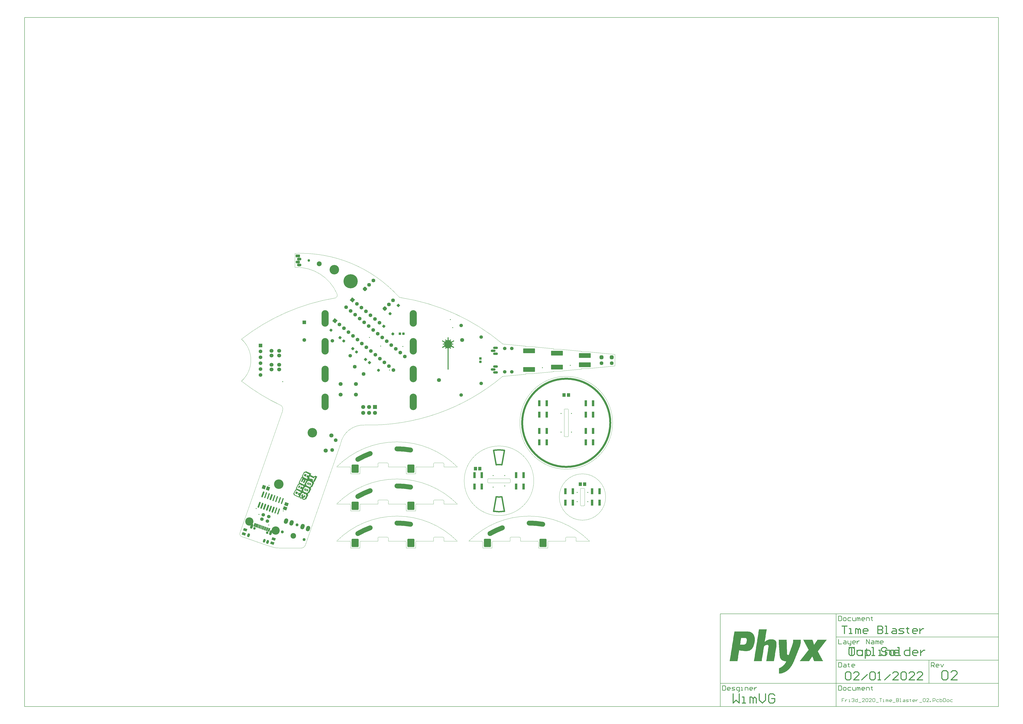
<source format=gts>
G04*
G04 #@! TF.GenerationSoftware,Altium Limited,Altium Designer,22.0.2 (36)*
G04*
G04 Layer_Color=8388736*
%FSLAX25Y25*%
%MOIN*%
G70*
G04*
G04 #@! TF.SameCoordinates,9300CD48-3008-460F-951F-6CAC255EBD8A*
G04*
G04*
G04 #@! TF.FilePolarity,Negative*
G04*
G01*
G75*
%ADD10C,0.00787*%
%ADD11C,0.00984*%
%ADD17C,0.01575*%
%ADD19C,0.00197*%
%ADD30C,0.02362*%
%ADD31C,0.03347*%
%ADD32C,0.08268*%
G04:AMPARAMS|DCode=33|XSize=43.31mil|YSize=61.02mil|CornerRadius=0mil|HoleSize=0mil|Usage=FLASHONLY|Rotation=251.000|XOffset=0mil|YOffset=0mil|HoleType=Round|Shape=Rectangle|*
%AMROTATEDRECTD33*
4,1,4,-0.02180,0.03041,0.03590,0.01054,0.02180,-0.03041,-0.03590,-0.01054,-0.02180,0.03041,0.0*
%
%ADD33ROTATEDRECTD33*%

G04:AMPARAMS|DCode=34|XSize=15.75mil|YSize=61.02mil|CornerRadius=0mil|HoleSize=0mil|Usage=FLASHONLY|Rotation=341.000|XOffset=0mil|YOffset=0mil|HoleType=Round|Shape=Rectangle|*
%AMROTATEDRECTD34*
4,1,4,-0.01738,-0.02629,0.00249,0.03141,0.01738,0.02629,-0.00249,-0.03141,-0.01738,-0.02629,0.0*
%
%ADD34ROTATEDRECTD34*%

G04:AMPARAMS|DCode=35|XSize=62.99mil|YSize=55.12mil|CornerRadius=0mil|HoleSize=0mil|Usage=FLASHONLY|Rotation=341.000|XOffset=0mil|YOffset=0mil|HoleType=Round|Shape=Rectangle|*
%AMROTATEDRECTD35*
4,1,4,-0.03875,-0.01580,-0.02081,0.03631,0.03875,0.01580,0.02081,-0.03631,-0.03875,-0.01580,0.0*
%
%ADD35ROTATEDRECTD35*%

G04:AMPARAMS|DCode=36|XSize=62.99mil|YSize=55.12mil|CornerRadius=0mil|HoleSize=0mil|Usage=FLASHONLY|Rotation=71.000|XOffset=0mil|YOffset=0mil|HoleType=Round|Shape=Rectangle|*
%AMROTATEDRECTD36*
4,1,4,0.01580,-0.03875,-0.03631,-0.02081,-0.01580,0.03875,0.03631,0.02081,0.01580,-0.03875,0.0*
%
%ADD36ROTATEDRECTD36*%

G04:AMPARAMS|DCode=37|XSize=19.68mil|YSize=106.3mil|CornerRadius=0mil|HoleSize=0mil|Usage=FLASHONLY|Rotation=161.000|XOffset=0mil|YOffset=0mil|HoleType=Round|Shape=Round|*
%AMOVALD37*
21,1,0.08661,0.01968,0.00000,0.00000,251.0*
1,1,0.01968,0.01410,0.04095*
1,1,0.01968,-0.01410,-0.04095*
%
%ADD37OVALD37*%

G04:AMPARAMS|DCode=38|XSize=27.56mil|YSize=106.3mil|CornerRadius=0mil|HoleSize=0mil|Usage=FLASHONLY|Rotation=161.000|XOffset=0mil|YOffset=0mil|HoleType=Round|Shape=Round|*
%AMOVALD38*
21,1,0.07874,0.02756,0.00000,0.00000,251.0*
1,1,0.02756,0.01282,0.03723*
1,1,0.02756,-0.01282,-0.03723*
%
%ADD38OVALD38*%

%ADD39R,0.04331X0.10236*%
G04:AMPARAMS|DCode=40|XSize=199.21mil|YSize=81.1mil|CornerRadius=5.12mil|HoleSize=0mil|Usage=FLASHONLY|Rotation=0.000|XOffset=0mil|YOffset=0mil|HoleType=Round|Shape=RoundedRectangle|*
%AMROUNDEDRECTD40*
21,1,0.19921,0.07087,0,0,0.0*
21,1,0.18898,0.08110,0,0,0.0*
1,1,0.01024,0.09449,-0.03543*
1,1,0.01024,-0.09449,-0.03543*
1,1,0.01024,-0.09449,0.03543*
1,1,0.01024,0.09449,0.03543*
%
%ADD40ROUNDEDRECTD40*%
%ADD41R,0.05512X0.06299*%
G04:AMPARAMS|DCode=42|XSize=141.73mil|YSize=122.05mil|CornerRadius=16.73mil|HoleSize=0mil|Usage=FLASHONLY|Rotation=90.000|XOffset=0mil|YOffset=0mil|HoleType=Round|Shape=RoundedRectangle|*
%AMROUNDEDRECTD42*
21,1,0.14173,0.08858,0,0,90.0*
21,1,0.10827,0.12205,0,0,90.0*
1,1,0.03347,0.04429,0.05413*
1,1,0.03347,0.04429,-0.05413*
1,1,0.03347,-0.04429,-0.05413*
1,1,0.03347,-0.04429,0.05413*
%
%ADD42ROUNDEDRECTD42*%
%ADD43C,0.05906*%
%ADD44C,0.04331*%
G04:AMPARAMS|DCode=45|XSize=43.31mil|YSize=66.93mil|CornerRadius=0mil|HoleSize=0mil|Usage=FLASHONLY|Rotation=341.000|XOffset=0mil|YOffset=0mil|HoleType=Round|Shape=Round|*
%AMOVALD45*
21,1,0.02362,0.04331,0.00000,0.00000,71.0*
1,1,0.04331,-0.00385,-0.01117*
1,1,0.04331,0.00385,0.01117*
%
%ADD45OVALD45*%

G04:AMPARAMS|DCode=46|XSize=43.31mil|YSize=86.61mil|CornerRadius=0mil|HoleSize=0mil|Usage=FLASHONLY|Rotation=341.000|XOffset=0mil|YOffset=0mil|HoleType=Round|Shape=Round|*
%AMOVALD46*
21,1,0.04331,0.04331,0.00000,0.00000,71.0*
1,1,0.04331,-0.00705,-0.02047*
1,1,0.04331,0.00705,0.02047*
%
%ADD46OVALD46*%

G04:AMPARAMS|DCode=47|XSize=64.96mil|YSize=39.37mil|CornerRadius=0mil|HoleSize=0mil|Usage=FLASHONLY|Rotation=251.000|XOffset=0mil|YOffset=0mil|HoleType=Round|Shape=Round|*
%AMOVALD47*
21,1,0.02559,0.03937,0.00000,0.00000,251.0*
1,1,0.03937,0.00417,0.01210*
1,1,0.03937,-0.00417,-0.01210*
%
%ADD47OVALD47*%

%ADD48O,0.08268X0.04331*%
%ADD49O,0.08268X0.04331*%
%ADD50C,0.06299*%
%ADD51P,0.08908X4X365.0*%
%ADD52C,0.16142*%
%ADD53C,0.06693*%
%ADD54C,0.06890*%
%ADD55R,0.06890X0.06890*%
%ADD56C,0.05984*%
%ADD57C,0.13976*%
%ADD58R,0.06299X0.06299*%
%ADD59R,0.06299X0.06299*%
%ADD60C,0.06299*%
%ADD61C,0.06394*%
%ADD62P,0.06125X4X185.0*%
G04:AMPARAMS|DCode=63|XSize=43.31mil|YSize=43.31mil|CornerRadius=11.81mil|HoleSize=0mil|Usage=FLASHONLY|Rotation=140.000|XOffset=0mil|YOffset=0mil|HoleType=Round|Shape=RoundedRectangle|*
%AMROUNDEDRECTD63*
21,1,0.04331,0.01968,0,0,140.0*
21,1,0.01968,0.04331,0,0,140.0*
1,1,0.02362,-0.00121,0.01387*
1,1,0.02362,0.01387,0.00121*
1,1,0.02362,0.00121,-0.01387*
1,1,0.02362,-0.01387,-0.00121*
%
%ADD63ROUNDEDRECTD63*%
%ADD64P,0.08908X4X95.0*%
%ADD65R,0.04331X0.04331*%
G04:AMPARAMS|DCode=66|XSize=43.31mil|YSize=43.31mil|CornerRadius=11.81mil|HoleSize=0mil|Usage=FLASHONLY|Rotation=0.000|XOffset=0mil|YOffset=0mil|HoleType=Round|Shape=RoundedRectangle|*
%AMROUNDEDRECTD66*
21,1,0.04331,0.01968,0,0,0.0*
21,1,0.01968,0.04331,0,0,0.0*
1,1,0.02362,0.00984,-0.00984*
1,1,0.02362,-0.00984,-0.00984*
1,1,0.02362,-0.00984,0.00984*
1,1,0.02362,0.00984,0.00984*
%
%ADD66ROUNDEDRECTD66*%
%ADD67C,0.05118*%
G04:AMPARAMS|DCode=68|XSize=94.49mil|YSize=66.93mil|CornerRadius=0mil|HoleSize=0mil|Usage=FLASHONLY|Rotation=71.000|XOffset=0mil|YOffset=0mil|HoleType=Round|Shape=Round|*
%AMOVALD68*
21,1,0.02756,0.06693,0.00000,0.00000,71.0*
1,1,0.06693,-0.00449,-0.01303*
1,1,0.06693,0.00449,0.01303*
%
%ADD68OVALD68*%

%ADD69C,0.09449*%
G04:AMPARAMS|DCode=70|XSize=43.31mil|YSize=43.31mil|CornerRadius=11.81mil|HoleSize=0mil|Usage=FLASHONLY|Rotation=270.000|XOffset=0mil|YOffset=0mil|HoleType=Round|Shape=RoundedRectangle|*
%AMROUNDEDRECTD70*
21,1,0.04331,0.01968,0,0,270.0*
21,1,0.01968,0.04331,0,0,270.0*
1,1,0.02362,-0.00984,-0.00984*
1,1,0.02362,-0.00984,0.00984*
1,1,0.02362,0.00984,0.00984*
1,1,0.02362,0.00984,-0.00984*
%
%ADD70ROUNDEDRECTD70*%
%ADD71R,0.04331X0.04331*%
%ADD72C,0.07087*%
G04:AMPARAMS|DCode=73|XSize=43.31mil|YSize=43.31mil|CornerRadius=11.81mil|HoleSize=0mil|Usage=FLASHONLY|Rotation=225.000|XOffset=0mil|YOffset=0mil|HoleType=Round|Shape=RoundedRectangle|*
%AMROUNDEDRECTD73*
21,1,0.04331,0.01968,0,0,225.0*
21,1,0.01968,0.04331,0,0,225.0*
1,1,0.02362,-0.01392,0.00000*
1,1,0.02362,0.00000,0.01392*
1,1,0.02362,0.01392,0.00000*
1,1,0.02362,0.00000,-0.01392*
%
%ADD73ROUNDEDRECTD73*%
%ADD74P,0.06125X4X270.0*%
%ADD75O,0.12205X0.27953*%
%ADD76O,0.07480X0.04921*%
G04:AMPARAMS|DCode=77|XSize=49.21mil|YSize=74.8mil|CornerRadius=13.29mil|HoleSize=0mil|Usage=FLASHONLY|Rotation=270.000|XOffset=0mil|YOffset=0mil|HoleType=Round|Shape=RoundedRectangle|*
%AMROUNDEDRECTD77*
21,1,0.04921,0.04823,0,0,270.0*
21,1,0.02264,0.07480,0,0,270.0*
1,1,0.02657,-0.02411,-0.01132*
1,1,0.02657,-0.02411,0.01132*
1,1,0.02657,0.02411,0.01132*
1,1,0.02657,0.02411,-0.01132*
%
%ADD77ROUNDEDRECTD77*%
G04:AMPARAMS|DCode=78|XSize=63.94mil|YSize=63.94mil|CornerRadius=16.97mil|HoleSize=0mil|Usage=FLASHONLY|Rotation=225.000|XOffset=0mil|YOffset=0mil|HoleType=Round|Shape=RoundedRectangle|*
%AMROUNDEDRECTD78*
21,1,0.06394,0.03000,0,0,225.0*
21,1,0.03000,0.06394,0,0,225.0*
1,1,0.03394,-0.02121,0.00000*
1,1,0.03394,0.00000,0.02121*
1,1,0.03394,0.02121,0.00000*
1,1,0.03394,0.00000,-0.02121*
%
%ADD78ROUNDEDRECTD78*%
G04:AMPARAMS|DCode=79|XSize=63.94mil|YSize=63.94mil|CornerRadius=16.97mil|HoleSize=0mil|Usage=FLASHONLY|Rotation=90.000|XOffset=0mil|YOffset=0mil|HoleType=Round|Shape=RoundedRectangle|*
%AMROUNDEDRECTD79*
21,1,0.06394,0.03000,0,0,90.0*
21,1,0.03000,0.06394,0,0,90.0*
1,1,0.03394,0.01500,0.01500*
1,1,0.03394,0.01500,-0.01500*
1,1,0.03394,-0.01500,-0.01500*
1,1,0.03394,-0.01500,0.01500*
%
%ADD79ROUNDEDRECTD79*%
%ADD80C,0.08268*%
%ADD81C,0.24016*%
%ADD82C,0.01575*%
G36*
X362398Y357739D02*
X362407D01*
X362472Y357733D01*
X362481Y357731D01*
X362491Y357730D01*
X362554Y357717D01*
X362564Y357715D01*
X362573Y357713D01*
X362635Y357694D01*
X362644Y357690D01*
X362653Y357687D01*
X362713Y357663D01*
X362722Y357658D01*
X362731Y357654D01*
X362788Y357624D01*
X362796Y357618D01*
X362805Y357614D01*
X362858Y357578D01*
X362866Y357572D01*
X362874Y357566D01*
X362924Y357525D01*
X362931Y357518D01*
X362938Y357512D01*
X362984Y357466D01*
X362990Y357459D01*
X362997Y357452D01*
X363038Y357402D01*
X363044Y357394D01*
X363050Y357386D01*
X363086Y357333D01*
X363090Y357324D01*
X363096Y357316D01*
X363126Y357259D01*
X363130Y357250D01*
X363135Y357241D01*
X363159Y357182D01*
X363162Y357172D01*
X363166Y357163D01*
X363185Y357101D01*
X363187Y357092D01*
X363189Y357082D01*
X363202Y357019D01*
X363203Y357009D01*
X363205Y357000D01*
X363211Y356935D01*
Y356926D01*
X363212Y356916D01*
Y356884D01*
X363212Y351526D01*
X363513Y352653D01*
X363513Y352653D01*
Y352653D01*
X363519Y352676D01*
X363523Y352687D01*
X363527Y352698D01*
X363544Y352742D01*
X363550Y352753D01*
X363555Y352764D01*
X363577Y352805D01*
X363584Y352815D01*
X363590Y352826D01*
X363618Y352864D01*
X363625Y352873D01*
X363632Y352883D01*
X363665Y352918D01*
X363673Y352926D01*
X363682Y352934D01*
X363718Y352965D01*
X363727Y352972D01*
X363737Y352980D01*
X363776Y353006D01*
X363787Y353012D01*
X363797Y353018D01*
X363839Y353040D01*
X363850Y353044D01*
X363861Y353049D01*
X363906Y353065D01*
X363917Y353068D01*
X363928Y353072D01*
X363974Y353083D01*
X363986Y353084D01*
X363998Y353087D01*
X364045Y353092D01*
X364057Y353092D01*
X364069Y353093D01*
X364116Y353093D01*
X364128Y353092D01*
X364140Y353091D01*
X364187Y353085D01*
X364199Y353082D01*
X364211Y353081D01*
X364257Y353069D01*
X364268Y353065D01*
X364279Y353062D01*
X364323Y353044D01*
X364334Y353039D01*
X364345Y353034D01*
X364387Y353012D01*
X364397Y353005D01*
X364407Y352999D01*
X364446Y352972D01*
X364455Y352965D01*
X364465Y352958D01*
X364500Y352926D01*
X364508Y352917D01*
X364517Y352909D01*
X364548Y352873D01*
X364555Y352864D01*
X364563Y352854D01*
X364590Y352815D01*
X364595Y352805D01*
X364602Y352795D01*
X364624Y352753D01*
X364628Y352742D01*
X364633Y352731D01*
X364650Y352687D01*
X364653Y352675D01*
X364657Y352664D01*
X364669Y352618D01*
X364670Y352606D01*
X364673Y352594D01*
X364679Y352547D01*
X364679Y352535D01*
X364680Y352523D01*
Y352500D01*
Y352487D01*
X364679Y352480D01*
X364680Y352474D01*
X364678Y352448D01*
X364677Y352442D01*
X364677Y352435D01*
X364673Y352410D01*
X364672Y352403D01*
X364671Y352397D01*
X364666Y352372D01*
X364664Y352365D01*
X364663Y352359D01*
X364660Y352347D01*
X364660Y352347D01*
X364222Y350707D01*
X365889Y353590D01*
X365889Y353590D01*
X365903Y353615D01*
X365909Y353624D01*
X365915Y353633D01*
X365949Y353680D01*
X365956Y353688D01*
X365963Y353696D01*
X366001Y353739D01*
X366009Y353746D01*
X366017Y353754D01*
X366060Y353792D01*
X366069Y353798D01*
X366077Y353805D01*
X366124Y353838D01*
X366134Y353843D01*
X366143Y353849D01*
X366193Y353877D01*
X366203Y353881D01*
X366213Y353886D01*
X366266Y353908D01*
X366276Y353911D01*
X366286Y353916D01*
X366341Y353932D01*
X366352Y353934D01*
X366362Y353937D01*
X366419Y353946D01*
X366430Y353947D01*
X366440Y353949D01*
X366498Y353953D01*
X366509Y353953D01*
X366519Y353953D01*
X366577Y353951D01*
X366588Y353949D01*
X366598Y353948D01*
X366655Y353940D01*
X366666Y353937D01*
X366676Y353935D01*
X366732Y353920D01*
X366742Y353917D01*
X366753Y353914D01*
X366806Y353893D01*
X366816Y353888D01*
X366826Y353884D01*
X366877Y353857D01*
X366886Y353851D01*
X366895Y353846D01*
X366943Y353814D01*
X366952Y353807D01*
X366961Y353801D01*
X367005Y353764D01*
X367012Y353757D01*
X367020Y353750D01*
X367060Y353708D01*
X367067Y353699D01*
X367074Y353692D01*
X367109Y353646D01*
X367115Y353637D01*
X367121Y353628D01*
X367151Y353579D01*
X367156Y353569D01*
X367161Y353560D01*
X367186Y353508D01*
X367189Y353498D01*
X367194Y353488D01*
X367212Y353433D01*
X367215Y353423D01*
X367218Y353412D01*
X367231Y353356D01*
X367232Y353345D01*
X367234Y353335D01*
X367240Y353278D01*
X367240Y353267D01*
X367242Y353256D01*
Y353227D01*
Y353210D01*
X367241Y353204D01*
X367241Y353197D01*
X367239Y353163D01*
X367238Y353156D01*
X367237Y353150D01*
X367233Y353116D01*
X367231Y353109D01*
X367231Y353103D01*
X367224Y353069D01*
X367222Y353063D01*
X367221Y353056D01*
X367212Y353023D01*
X367210Y353017D01*
X367209Y353011D01*
X367197Y352978D01*
X367195Y352972D01*
X367193Y352966D01*
X367180Y352934D01*
X367177Y352928D01*
X367174Y352922D01*
X367159Y352891D01*
X367156Y352886D01*
X367153Y352880D01*
X367144Y352865D01*
X367144Y352865D01*
X367144Y352865D01*
X365495Y350011D01*
X366661Y351179D01*
X366677Y351196D01*
X366686Y351203D01*
X366695Y351211D01*
X366732Y351240D01*
X366741Y351247D01*
X366751Y351254D01*
X366790Y351278D01*
X366801Y351283D01*
X366811Y351289D01*
X366853Y351308D01*
X366864Y351312D01*
X366875Y351317D01*
X366919Y351331D01*
X366931Y351334D01*
X366942Y351337D01*
X366988Y351346D01*
X366999Y351348D01*
X367011Y351350D01*
X367057Y351353D01*
X367069Y351353D01*
X367081Y351354D01*
X367127Y351352D01*
X367139Y351350D01*
X367150Y351350D01*
X367197Y351343D01*
X367208Y351340D01*
X367219Y351338D01*
X367264Y351325D01*
X367275Y351321D01*
X367286Y351317D01*
X367329Y351299D01*
X367340Y351294D01*
X367350Y351289D01*
X367391Y351267D01*
X367401Y351260D01*
X367411Y351254D01*
X367448Y351226D01*
X367457Y351219D01*
X367467Y351212D01*
X367501Y351180D01*
X367509Y351171D01*
X367517Y351163D01*
X367547Y351128D01*
X367554Y351118D01*
X367561Y351109D01*
X367587Y351070D01*
X367593Y351060D01*
X367599Y351050D01*
X367620Y351009D01*
X367625Y350998D01*
X367630Y350987D01*
X367646Y350943D01*
X367649Y350932D01*
X367653Y350921D01*
X367664Y350876D01*
X367665Y350864D01*
X367668Y350853D01*
X367673Y350807D01*
X367673Y350795D01*
X367674Y350783D01*
Y350760D01*
Y350741D01*
X367673Y350731D01*
Y350721D01*
X367670Y350682D01*
X367668Y350673D01*
X367667Y350663D01*
X367659Y350625D01*
X367656Y350616D01*
X367655Y350606D01*
X367643Y350569D01*
X367640Y350560D01*
X367637Y350551D01*
X367622Y350515D01*
X367617Y350507D01*
X367614Y350498D01*
X367595Y350463D01*
X367590Y350455D01*
X367585Y350447D01*
X367564Y350414D01*
X367558Y350407D01*
X367552Y350399D01*
X367528Y350369D01*
X367521Y350362D01*
X367515Y350354D01*
X367501Y350341D01*
X367501Y350341D01*
X367501Y350341D01*
X367501Y350341D01*
X366655Y349493D01*
X371338Y352200D01*
X371338Y352200D01*
X371368Y352217D01*
X371377Y352221D01*
X371387Y352227D01*
X371450Y352255D01*
X371460Y352258D01*
X371469Y352262D01*
X371535Y352284D01*
X371545Y352286D01*
X371555Y352289D01*
X371622Y352303D01*
X371633Y352305D01*
X371643Y352307D01*
X371711Y352314D01*
X371722Y352314D01*
X371732Y352315D01*
X371801Y352315D01*
X371812Y352314D01*
X371822Y352314D01*
X371891Y352307D01*
X371901Y352305D01*
X371911Y352304D01*
X371979Y352289D01*
X371988Y352286D01*
X371999Y352284D01*
X372064Y352262D01*
X372074Y352258D01*
X372084Y352255D01*
X372147Y352227D01*
X372156Y352222D01*
X372165Y352218D01*
X372225Y352183D01*
X372233Y352177D01*
X372242Y352172D01*
X372298Y352131D01*
X372306Y352124D01*
X372314Y352118D01*
X372366Y352072D01*
X372373Y352064D01*
X372380Y352057D01*
X372427Y352006D01*
X372433Y351998D01*
X372440Y351990D01*
X372480Y351934D01*
X372485Y351925D01*
X372492Y351917D01*
X372526Y351857D01*
X372530Y351847D01*
X372535Y351838D01*
X372564Y351775D01*
X372567Y351765D01*
X372571Y351756D01*
X372592Y351690D01*
X372595Y351680D01*
X372598Y351670D01*
X372612Y351603D01*
X372613Y351592D01*
X372615Y351582D01*
X372623Y351514D01*
X372623Y351503D01*
X372624Y351493D01*
Y351458D01*
Y351430D01*
X372623Y351421D01*
X372623Y351412D01*
X372618Y351355D01*
X372616Y351346D01*
X372616Y351338D01*
X372606Y351281D01*
X372603Y351273D01*
X372602Y351264D01*
X372587Y351209D01*
X372584Y351201D01*
X372582Y351192D01*
X372562Y351138D01*
X372558Y351131D01*
X372556Y351122D01*
X372531Y351070D01*
X372527Y351063D01*
X372523Y351055D01*
X372495Y351005D01*
X372490Y350998D01*
X372485Y350991D01*
X372452Y350943D01*
X372447Y350937D01*
X372442Y350930D01*
X372405Y350886D01*
X372399Y350880D01*
X372393Y350873D01*
X372353Y350832D01*
X372346Y350827D01*
X372340Y350821D01*
X372296Y350784D01*
X372289Y350779D01*
X372282Y350773D01*
X372235Y350740D01*
X372228Y350736D01*
X372221Y350731D01*
X372196Y350717D01*
X372196Y350716D01*
X367604Y348063D01*
X368665Y348348D01*
X368665D01*
X368665Y348348D01*
X368687Y348354D01*
X368698Y348356D01*
X368709Y348358D01*
X368754Y348365D01*
X368765Y348366D01*
X368776Y348367D01*
X368822Y348369D01*
X368833Y348368D01*
X368845Y348368D01*
X368890Y348364D01*
X368901Y348362D01*
X368912Y348361D01*
X368957Y348353D01*
X368968Y348349D01*
X368979Y348347D01*
X369022Y348333D01*
X369032Y348328D01*
X369043Y348325D01*
X369084Y348306D01*
X369094Y348301D01*
X369104Y348296D01*
X369143Y348272D01*
X369152Y348266D01*
X369162Y348260D01*
X369198Y348232D01*
X369207Y348224D01*
X369215Y348217D01*
X369248Y348186D01*
X369255Y348177D01*
X369263Y348169D01*
X369292Y348134D01*
X369299Y348125D01*
X369305Y348116D01*
X369330Y348077D01*
X369335Y348067D01*
X369341Y348058D01*
X369361Y348017D01*
X369365Y348007D01*
X369370Y347996D01*
X369386Y347954D01*
X369388Y347942D01*
X369392Y347932D01*
X369402Y347887D01*
X369404Y347876D01*
X369406Y347865D01*
X369411Y347820D01*
X369411Y347809D01*
X369413Y347797D01*
Y347775D01*
Y347753D01*
X369411Y347742D01*
X369411Y347732D01*
X369407Y347689D01*
X369405Y347678D01*
X369403Y347668D01*
X369394Y347625D01*
X369391Y347615D01*
X369388Y347605D01*
X369374Y347564D01*
X369370Y347554D01*
X369366Y347544D01*
X369348Y347505D01*
X369342Y347495D01*
X369338Y347485D01*
X369315Y347449D01*
X369309Y347440D01*
X369303Y347431D01*
X369277Y347397D01*
X369270Y347389D01*
X369263Y347380D01*
X369233Y347349D01*
X369225Y347342D01*
X369217Y347334D01*
X369184Y347306D01*
X369175Y347300D01*
X369167Y347294D01*
X369131Y347270D01*
X369122Y347265D01*
X369113Y347259D01*
X369074Y347239D01*
X369064Y347235D01*
X369055Y347230D01*
X369015Y347214D01*
X369004Y347211D01*
X368994Y347207D01*
X368973Y347202D01*
X368973Y347202D01*
X367275Y346745D01*
X370674Y346743D01*
D01*
X370700Y346743D01*
X370710Y346742D01*
X370720Y346742D01*
X370771Y346737D01*
X370781Y346735D01*
X370791Y346734D01*
X370841Y346724D01*
X370851Y346722D01*
X370860Y346720D01*
X370910Y346705D01*
X370919Y346701D01*
X370928Y346698D01*
X370976Y346678D01*
X370984Y346674D01*
X370993Y346670D01*
X371039Y346645D01*
X371047Y346640D01*
X371056Y346636D01*
X371099Y346607D01*
X371106Y346601D01*
X371114Y346595D01*
X371154Y346562D01*
X371161Y346555D01*
X371169Y346549D01*
X371205Y346513D01*
X371211Y346505D01*
X371218Y346498D01*
X371251Y346458D01*
X371257Y346450D01*
X371263Y346443D01*
X371291Y346399D01*
X371296Y346391D01*
X371302Y346383D01*
X371326Y346337D01*
X371330Y346328D01*
X371334Y346320D01*
X371354Y346272D01*
X371357Y346263D01*
X371360Y346253D01*
X371376Y346204D01*
X371377Y346194D01*
X371380Y346185D01*
X371390Y346134D01*
X371391Y346125D01*
X371393Y346115D01*
X371398Y346064D01*
Y346054D01*
X371399Y346044D01*
Y346018D01*
Y345992D01*
X371398Y345983D01*
Y345973D01*
X371393Y345921D01*
X371391Y345912D01*
X371390Y345902D01*
X371380Y345851D01*
X371377Y345842D01*
X371375Y345832D01*
X371360Y345783D01*
X371357Y345774D01*
X371354Y345765D01*
X371334Y345717D01*
X371329Y345708D01*
X371326Y345699D01*
X371301Y345654D01*
X371296Y345645D01*
X371291Y345637D01*
X371263Y345594D01*
X371256Y345586D01*
X371251Y345578D01*
X371218Y345538D01*
X371211Y345531D01*
X371205Y345524D01*
X371168Y345487D01*
X371161Y345481D01*
X371154Y345474D01*
X371114Y345441D01*
X371106Y345436D01*
X371098Y345430D01*
X371055Y345401D01*
X371047Y345396D01*
X371039Y345391D01*
X370993Y345367D01*
X370984Y345363D01*
X370975Y345358D01*
X370927Y345338D01*
X370918Y345336D01*
X370909Y345332D01*
X370860Y345317D01*
X370850Y345315D01*
X370841Y345312D01*
X370790Y345302D01*
X370780Y345301D01*
X370771Y345299D01*
X370719Y345294D01*
X370709Y345294D01*
X370700Y345293D01*
X370674Y345293D01*
X370674Y345293D01*
X370674Y345293D01*
X370674D01*
X370674Y345293D01*
X367434Y345295D01*
X368975Y344883D01*
X368975Y344883D01*
X368975D01*
X368996Y344878D01*
X369006Y344874D01*
X369017Y344871D01*
X369057Y344855D01*
X369067Y344850D01*
X369077Y344846D01*
X369115Y344826D01*
X369124Y344820D01*
X369134Y344815D01*
X369170Y344791D01*
X369178Y344784D01*
X369187Y344778D01*
X369220Y344751D01*
X369228Y344743D01*
X369236Y344736D01*
X369266Y344705D01*
X369272Y344696D01*
X369280Y344688D01*
X369306Y344654D01*
X369312Y344645D01*
X369318Y344636D01*
X369341Y344599D01*
X369345Y344590D01*
X369351Y344580D01*
X369369Y344541D01*
X369373Y344531D01*
X369377Y344521D01*
X369391Y344480D01*
X369394Y344470D01*
X369397Y344459D01*
X369406Y344417D01*
X369408Y344406D01*
X369410Y344396D01*
X369415Y344353D01*
X369415Y344342D01*
X369416Y344331D01*
Y344310D01*
Y344287D01*
X369415Y344276D01*
X369414Y344264D01*
X369409Y344219D01*
X369407Y344208D01*
X369405Y344197D01*
X369395Y344153D01*
X369391Y344142D01*
X369389Y344131D01*
X369373Y344089D01*
X369369Y344078D01*
X369365Y344068D01*
X369345Y344027D01*
X369339Y344017D01*
X369334Y344007D01*
X369309Y343969D01*
X369302Y343960D01*
X369296Y343951D01*
X369267Y343916D01*
X369259Y343908D01*
X369251Y343899D01*
X369219Y343868D01*
X369210Y343861D01*
X369202Y343853D01*
X369166Y343825D01*
X369156Y343819D01*
X369147Y343812D01*
X369108Y343789D01*
X369098Y343784D01*
X369088Y343779D01*
X369047Y343760D01*
X369036Y343756D01*
X369026Y343752D01*
X368983Y343738D01*
X368971Y343735D01*
X368961Y343732D01*
X368916Y343723D01*
X368905Y343722D01*
X368894Y343720D01*
X368849Y343716D01*
X368837Y343717D01*
X368826Y343716D01*
X368781Y343717D01*
X368770Y343719D01*
X368758Y343719D01*
X368713Y343726D01*
X368702Y343729D01*
X368691Y343730D01*
X368669Y343736D01*
X368669D01*
X367504Y344047D01*
X372173Y341348D01*
X372173Y341348D01*
X372198Y341333D01*
X372205Y341328D01*
X372213Y341324D01*
X372260Y341291D01*
X372266Y341285D01*
X372273Y341280D01*
X372318Y341243D01*
X372324Y341237D01*
X372330Y341232D01*
X372371Y341191D01*
X372376Y341184D01*
X372382Y341178D01*
X372420Y341134D01*
X372424Y341127D01*
X372430Y341121D01*
X372463Y341073D01*
X372467Y341066D01*
X372472Y341059D01*
X372501Y341009D01*
X372504Y341001D01*
X372509Y340994D01*
X372533Y340942D01*
X372536Y340933D01*
X372540Y340926D01*
X372559Y340872D01*
X372562Y340863D01*
X372565Y340855D01*
X372580Y340800D01*
X372581Y340791D01*
X372583Y340783D01*
X372593Y340726D01*
X372594Y340718D01*
X372595Y340709D01*
X372601Y340652D01*
X372600Y340643D01*
X372601Y340635D01*
Y340606D01*
Y340571D01*
X372600Y340561D01*
X372600Y340551D01*
X372593Y340482D01*
X372591Y340472D01*
X372590Y340461D01*
X372575Y340394D01*
X372572Y340384D01*
X372570Y340374D01*
X372549Y340308D01*
X372544Y340299D01*
X372541Y340289D01*
X372513Y340226D01*
X372508Y340217D01*
X372504Y340207D01*
X372469Y340147D01*
X372463Y340139D01*
X372458Y340130D01*
X372417Y340074D01*
X372410Y340067D01*
X372404Y340058D01*
X372358Y340007D01*
X372350Y340000D01*
X372343Y339992D01*
X372292Y339946D01*
X372284Y339940D01*
X372276Y339933D01*
X372220Y339892D01*
X372211Y339887D01*
X372202Y339881D01*
X372143Y339847D01*
X372133Y339842D01*
X372124Y339837D01*
X372061Y339809D01*
X372051Y339806D01*
X372042Y339802D01*
X371976Y339780D01*
X371966Y339778D01*
X371956Y339775D01*
X371888Y339761D01*
X371878Y339759D01*
X371868Y339757D01*
X371799Y339750D01*
X371789Y339750D01*
X371779Y339749D01*
X371709Y339749D01*
X371699Y339750D01*
X371689Y339750D01*
X371620Y339758D01*
X371610Y339760D01*
X371600Y339761D01*
X371532Y339775D01*
X371522Y339778D01*
X371512Y339781D01*
X371446Y339802D01*
X371437Y339806D01*
X371427Y339809D01*
X371364Y339838D01*
X371355Y339843D01*
X371346Y339847D01*
X371316Y339864D01*
X371316Y339864D01*
X366716Y342524D01*
X367522Y341719D01*
X367522Y341719D01*
X367522Y341719D01*
X367535Y341705D01*
X367542Y341698D01*
X367549Y341691D01*
X367573Y341661D01*
X367579Y341653D01*
X367585Y341646D01*
X367606Y341613D01*
X367611Y341605D01*
X367617Y341597D01*
X367635Y341562D01*
X367639Y341553D01*
X367643Y341545D01*
X367658Y341509D01*
X367661Y341499D01*
X367665Y341490D01*
X367676Y341453D01*
X367678Y341444D01*
X367681Y341434D01*
X367688Y341396D01*
X367689Y341387D01*
X367691Y341377D01*
X367695Y341338D01*
Y341328D01*
X367696Y341319D01*
Y341299D01*
Y341276D01*
X367695Y341264D01*
X367695Y341253D01*
X367689Y341206D01*
X367687Y341195D01*
X367685Y341183D01*
X367674Y341138D01*
X367670Y341127D01*
X367667Y341116D01*
X367651Y341072D01*
X367646Y341062D01*
X367642Y341051D01*
X367621Y341009D01*
X367615Y340999D01*
X367609Y340989D01*
X367583Y340950D01*
X367576Y340941D01*
X367569Y340932D01*
X367539Y340896D01*
X367530Y340888D01*
X367523Y340879D01*
X367488Y340848D01*
X367479Y340841D01*
X367470Y340833D01*
X367433Y340806D01*
X367423Y340800D01*
X367413Y340793D01*
X367372Y340770D01*
X367362Y340766D01*
X367351Y340760D01*
X367308Y340742D01*
X367297Y340739D01*
X367286Y340735D01*
X367241Y340722D01*
X367230Y340720D01*
X367219Y340717D01*
X367173Y340709D01*
X367161Y340709D01*
X367149Y340707D01*
X367103Y340705D01*
X367091Y340706D01*
X367079Y340706D01*
X367033Y340709D01*
X367022Y340711D01*
X367010Y340713D01*
X366964Y340722D01*
X366953Y340725D01*
X366942Y340727D01*
X366897Y340742D01*
X366887Y340747D01*
X366876Y340750D01*
X366833Y340770D01*
X366823Y340776D01*
X366813Y340781D01*
X366773Y340805D01*
X366764Y340812D01*
X366754Y340818D01*
X366717Y340847D01*
X366709Y340855D01*
X366700Y340863D01*
X366683Y340879D01*
D01*
X366683Y340879D01*
X366683Y340879D01*
X366683Y340879D01*
X365439Y342121D01*
X367138Y339175D01*
X367138Y339175D01*
X367146Y339160D01*
X367149Y339154D01*
X367153Y339149D01*
X367168Y339118D01*
X367170Y339112D01*
X367173Y339106D01*
X367186Y339074D01*
X367188Y339068D01*
X367191Y339062D01*
X367202Y339030D01*
X367203Y339023D01*
X367206Y339017D01*
X367215Y338984D01*
X367216Y338978D01*
X367217Y338971D01*
X367224Y338937D01*
X367225Y338931D01*
X367226Y338925D01*
X367231Y338891D01*
X367231Y338884D01*
X367232Y338878D01*
X367234Y338843D01*
X367234Y338837D01*
X367235Y338830D01*
Y338813D01*
Y338784D01*
X367234Y338773D01*
X367234Y338763D01*
X367227Y338705D01*
X367225Y338695D01*
X367224Y338684D01*
X367211Y338628D01*
X367208Y338618D01*
X367206Y338607D01*
X367187Y338553D01*
X367183Y338543D01*
X367179Y338533D01*
X367155Y338480D01*
X367149Y338471D01*
X367144Y338461D01*
X367115Y338412D01*
X367108Y338404D01*
X367102Y338394D01*
X367067Y338349D01*
X367060Y338341D01*
X367053Y338332D01*
X367014Y338291D01*
X367005Y338284D01*
X366998Y338276D01*
X366954Y338239D01*
X366945Y338233D01*
X366936Y338226D01*
X366888Y338194D01*
X366879Y338189D01*
X366870Y338183D01*
X366819Y338157D01*
X366809Y338153D01*
X366799Y338148D01*
X366745Y338127D01*
X366735Y338124D01*
X366725Y338120D01*
X366669Y338105D01*
X366659Y338103D01*
X366648Y338101D01*
X366591Y338092D01*
X366581Y338091D01*
X366570Y338090D01*
X366512Y338087D01*
X366502Y338088D01*
X366491Y338088D01*
X366433Y338091D01*
X366423Y338093D01*
X366412Y338094D01*
X366355Y338104D01*
X366345Y338107D01*
X366334Y338109D01*
X366279Y338125D01*
X366269Y338129D01*
X366259Y338132D01*
X366205Y338154D01*
X366196Y338159D01*
X366186Y338163D01*
X366136Y338191D01*
X366127Y338197D01*
X366117Y338203D01*
X366070Y338236D01*
X366062Y338243D01*
X366053Y338249D01*
X366010Y338287D01*
X366002Y338295D01*
X365994Y338302D01*
X365955Y338345D01*
X365949Y338353D01*
X365942Y338361D01*
X365908Y338408D01*
X365902Y338417D01*
X365896Y338426D01*
X365882Y338451D01*
X365882Y338451D01*
X364255Y341271D01*
X364672Y339722D01*
X364672Y339722D01*
X364672Y339722D01*
X364675Y339709D01*
X364676Y339703D01*
X364678Y339697D01*
X364683Y339671D01*
X364684Y339665D01*
X364685Y339658D01*
X364688Y339633D01*
X364689Y339626D01*
X364690Y339620D01*
X364691Y339594D01*
X364691Y339587D01*
X364692Y339581D01*
Y339568D01*
Y339544D01*
X364691Y339532D01*
X364690Y339520D01*
X364685Y339473D01*
X364682Y339461D01*
X364681Y339450D01*
X364669Y339404D01*
X364665Y339392D01*
X364662Y339381D01*
X364646Y339336D01*
X364640Y339326D01*
X364636Y339315D01*
X364614Y339273D01*
X364608Y339263D01*
X364602Y339252D01*
X364575Y339213D01*
X364567Y339204D01*
X364560Y339194D01*
X364529Y339159D01*
X364520Y339151D01*
X364512Y339142D01*
X364477Y339110D01*
X364468Y339103D01*
X364458Y339095D01*
X364420Y339068D01*
X364409Y339062D01*
X364399Y339056D01*
X364357Y339033D01*
X364347Y339029D01*
X364336Y339023D01*
X364292Y339006D01*
X364280Y339003D01*
X364269Y338999D01*
X364223Y338987D01*
X364211Y338985D01*
X364200Y338983D01*
X364153Y338976D01*
X364141Y338976D01*
X364129Y338974D01*
X364082Y338974D01*
X364070Y338975D01*
X364058Y338975D01*
X364011Y338980D01*
X363999Y338983D01*
X363987Y338984D01*
X363941Y338995D01*
X363930Y338999D01*
X363918Y339002D01*
X363874Y339018D01*
X363863Y339023D01*
X363852Y339027D01*
X363809Y339049D01*
X363799Y339055D01*
X363789Y339061D01*
X363749Y339087D01*
X363740Y339095D01*
X363730Y339102D01*
X363694Y339132D01*
X363686Y339141D01*
X363677Y339149D01*
X363645Y339184D01*
X363638Y339193D01*
X363630Y339202D01*
X363602Y339241D01*
X363597Y339251D01*
X363590Y339261D01*
X363567Y339303D01*
X363562Y339314D01*
X363557Y339324D01*
X363539Y339368D01*
X363536Y339380D01*
X363531Y339391D01*
X363525Y339414D01*
X363525Y339414D01*
X363212Y340578D01*
Y303578D01*
Y303545D01*
X363211Y303536D01*
Y303526D01*
X363205Y303462D01*
X363203Y303452D01*
X363202Y303443D01*
X363189Y303379D01*
X363187Y303370D01*
X363185Y303360D01*
X363166Y303298D01*
X363162Y303289D01*
X363159Y303280D01*
X363135Y303220D01*
X363130Y303211D01*
X363126Y303203D01*
X363096Y303145D01*
X363090Y303137D01*
X363086Y303129D01*
X363050Y303075D01*
X363044Y303067D01*
X363038Y303059D01*
X362997Y303009D01*
X362990Y303003D01*
X362984Y302995D01*
X362938Y302949D01*
X362931Y302943D01*
X362924Y302936D01*
X362874Y302895D01*
X362866Y302890D01*
X362858Y302884D01*
X362805Y302848D01*
X362796Y302843D01*
X362788Y302838D01*
X362731Y302807D01*
X362722Y302803D01*
X362713Y302799D01*
X362653Y302774D01*
X362644Y302771D01*
X362635Y302767D01*
X362573Y302749D01*
X362564Y302747D01*
X362554Y302744D01*
X362491Y302731D01*
X362481Y302730D01*
X362472Y302728D01*
X362407Y302722D01*
X362398D01*
X362388Y302721D01*
X362323D01*
X362314Y302722D01*
X362304D01*
X362239Y302728D01*
X362230Y302730D01*
X362220Y302731D01*
X362157Y302744D01*
X362147Y302747D01*
X362138Y302749D01*
X362076Y302767D01*
X362067Y302771D01*
X362057Y302774D01*
X361998Y302799D01*
X361989Y302803D01*
X361980Y302807D01*
X361923Y302838D01*
X361915Y302843D01*
X361906Y302848D01*
X361853Y302884D01*
X361845Y302890D01*
X361837Y302895D01*
X361787Y302936D01*
X361780Y302943D01*
X361773Y302949D01*
X361727Y302995D01*
X361721Y303002D01*
X361714Y303009D01*
X361673Y303059D01*
X361667Y303067D01*
X361661Y303075D01*
X361625Y303129D01*
X361621Y303137D01*
X361615Y303145D01*
X361585Y303203D01*
X361581Y303211D01*
X361576Y303220D01*
X361552Y303280D01*
X361549Y303289D01*
X361545Y303298D01*
X361526Y303360D01*
X361524Y303370D01*
X361522Y303379D01*
X361509Y303443D01*
X361508Y303452D01*
X361506Y303462D01*
X361500Y303526D01*
Y303536D01*
X361499Y303545D01*
Y303578D01*
X361499Y340505D01*
X361207Y339411D01*
Y339411D01*
X361200Y339386D01*
X361195Y339374D01*
X361192Y339362D01*
X361172Y339314D01*
X361166Y339302D01*
X361161Y339291D01*
X361135Y339246D01*
X361127Y339235D01*
X361120Y339224D01*
X361089Y339183D01*
X361080Y339174D01*
X361072Y339164D01*
X361035Y339127D01*
X361025Y339119D01*
X361016Y339110D01*
X360975Y339078D01*
X360964Y339071D01*
X360953Y339064D01*
X360908Y339038D01*
X360896Y339033D01*
X360885Y339026D01*
X360837Y339006D01*
X360825Y339003D01*
X360813Y338998D01*
X360763Y338985D01*
X360750Y338983D01*
X360737Y338980D01*
X360686Y338973D01*
X360673Y338972D01*
X360660Y338971D01*
X360608Y338971D01*
X360595Y338972D01*
X360582Y338973D01*
X360531Y338979D01*
X360518Y338982D01*
X360505Y338984D01*
X360455Y338998D01*
X360443Y339002D01*
X360431Y339006D01*
X360383Y339026D01*
X360371Y339032D01*
X360360Y339037D01*
X360315Y339063D01*
X360304Y339071D01*
X360293Y339078D01*
X360252Y339109D01*
X360243Y339118D01*
X360232Y339126D01*
X360196Y339163D01*
X360188Y339173D01*
X360179Y339182D01*
X360147Y339223D01*
X360140Y339234D01*
X360133Y339245D01*
X360107Y339290D01*
X360101Y339301D01*
X360095Y339313D01*
X360075Y339361D01*
X360071Y339373D01*
X360067Y339385D01*
X360053Y339435D01*
X360051Y339448D01*
X360048Y339461D01*
X360042Y339512D01*
X360041Y339525D01*
X360040Y339538D01*
X360040Y339590D01*
X360041Y339603D01*
X360041Y339616D01*
X360048Y339667D01*
X360051Y339680D01*
X360053Y339692D01*
X360060Y339718D01*
X360060Y339718D01*
X360501Y341371D01*
X358816Y338455D01*
X358816Y338455D01*
X358816Y338455D01*
X358815Y338454D01*
X358815Y338454D01*
X358801Y338428D01*
X358794Y338419D01*
X358788Y338410D01*
X358753Y338362D01*
X358746Y338354D01*
X358739Y338345D01*
X358699Y338302D01*
X358690Y338294D01*
X358683Y338286D01*
X358638Y338248D01*
X358629Y338241D01*
X358620Y338234D01*
X358571Y338201D01*
X358562Y338196D01*
X358552Y338189D01*
X358500Y338162D01*
X358490Y338158D01*
X358480Y338153D01*
X358425Y338131D01*
X358414Y338128D01*
X358403Y338124D01*
X358346Y338109D01*
X358335Y338107D01*
X358325Y338104D01*
X358266Y338095D01*
X358255Y338095D01*
X358244Y338093D01*
X358185Y338091D01*
X358174Y338092D01*
X358163Y338092D01*
X358103Y338096D01*
X358092Y338098D01*
X358082Y338099D01*
X358023Y338110D01*
X358013Y338113D01*
X358002Y338115D01*
X357945Y338133D01*
X357935Y338137D01*
X357924Y338141D01*
X357870Y338164D01*
X357860Y338170D01*
X357850Y338174D01*
X357799Y338204D01*
X357790Y338210D01*
X357781Y338216D01*
X357733Y338251D01*
X357725Y338259D01*
X357716Y338265D01*
X357672Y338306D01*
X357665Y338314D01*
X357657Y338322D01*
X357618Y338367D01*
X357612Y338376D01*
X357605Y338384D01*
X357572Y338433D01*
X357566Y338443D01*
X357560Y338452D01*
X357533Y338505D01*
X357528Y338515D01*
X357523Y338525D01*
X357502Y338580D01*
X357499Y338591D01*
X357495Y338601D01*
X357479Y338658D01*
X357478Y338669D01*
X357475Y338680D01*
X357466Y338738D01*
X357466Y338750D01*
X357464Y338760D01*
X357462Y338820D01*
X357463Y338831D01*
X357462Y338842D01*
X357467Y338901D01*
X357469Y338912D01*
X357470Y338923D01*
X357481Y338981D01*
X357484Y338992D01*
X357486Y339003D01*
X357504Y339059D01*
X357508Y339069D01*
X357511Y339080D01*
X357535Y339134D01*
X357540Y339144D01*
X357545Y339154D01*
X357560Y339180D01*
X357560Y339180D01*
X359209Y342033D01*
X358043Y340865D01*
X358043Y340865D01*
X358043Y340865D01*
X358025Y340847D01*
X358015Y340838D01*
X358005Y340830D01*
X357964Y340798D01*
X357953Y340791D01*
X357943Y340784D01*
X357898Y340758D01*
X357886Y340752D01*
X357874Y340746D01*
X357827Y340726D01*
X357814Y340722D01*
X357802Y340718D01*
X357752Y340704D01*
X357739Y340702D01*
X357727Y340699D01*
X357675Y340693D01*
X357662Y340692D01*
X357649Y340691D01*
X357598Y340691D01*
X357585Y340692D01*
X357572Y340692D01*
X357520Y340699D01*
X357508Y340702D01*
X357495Y340704D01*
X357445Y340718D01*
X357433Y340722D01*
X357420Y340726D01*
X357372Y340746D01*
X357361Y340752D01*
X357349Y340757D01*
X357304Y340783D01*
X357294Y340791D01*
X357283Y340797D01*
X357242Y340829D01*
X357232Y340838D01*
X357222Y340846D01*
X357185Y340883D01*
X357177Y340893D01*
X357168Y340902D01*
X357137Y340943D01*
X357130Y340954D01*
X357122Y340965D01*
X357096Y341009D01*
X357091Y341021D01*
X357085Y341033D01*
X357065Y341081D01*
X357061Y341093D01*
X357057Y341105D01*
X357043Y341155D01*
X357041Y341168D01*
X357038Y341181D01*
X357031Y341232D01*
X357031Y341245D01*
X357030Y341258D01*
X357029Y341310D01*
X357031Y341323D01*
X357031Y341336D01*
X357038Y341387D01*
X357041Y341400D01*
X357043Y341412D01*
X357056Y341462D01*
X357061Y341475D01*
X357065Y341487D01*
X357084Y341535D01*
X357090Y341546D01*
X357096Y341558D01*
X357122Y341603D01*
X357129Y341614D01*
X357136Y341625D01*
X357168Y341666D01*
X357176Y341675D01*
X357185Y341685D01*
X357203Y341704D01*
X357203Y341704D01*
X357203Y341704D01*
X358021Y342523D01*
X353425Y339867D01*
X353425Y339867D01*
X353397Y339850D01*
X353388Y339846D01*
X353379Y339842D01*
X353320Y339815D01*
X353311Y339812D01*
X353302Y339808D01*
X353241Y339787D01*
X353232Y339785D01*
X353222Y339781D01*
X353159Y339767D01*
X353150Y339765D01*
X353140Y339763D01*
X353076Y339755D01*
X353066Y339754D01*
X353057Y339753D01*
X352992Y339751D01*
X352982Y339752D01*
X352973Y339751D01*
X352908Y339756D01*
X352898Y339757D01*
X352889Y339758D01*
X352825Y339768D01*
X352815Y339771D01*
X352806Y339772D01*
X352743Y339789D01*
X352734Y339792D01*
X352725Y339795D01*
X352664Y339818D01*
X352656Y339822D01*
X352646Y339825D01*
X352588Y339854D01*
X352580Y339859D01*
X352571Y339863D01*
X352516Y339898D01*
X352509Y339903D01*
X352500Y339909D01*
X352449Y339948D01*
X352442Y339955D01*
X352434Y339961D01*
X352387Y340005D01*
X352380Y340012D01*
X352373Y340019D01*
X352331Y340067D01*
X352325Y340075D01*
X352319Y340083D01*
X352281Y340135D01*
X352276Y340144D01*
X352270Y340152D01*
X352238Y340208D01*
X352234Y340216D01*
X352229Y340225D01*
X352202Y340284D01*
X352199Y340293D01*
X352195Y340302D01*
X352174Y340363D01*
X352172Y340373D01*
X352169Y340382D01*
X352154Y340445D01*
X352153Y340454D01*
X352151Y340464D01*
X352142Y340528D01*
X352142Y340538D01*
X352141Y340547D01*
X352139Y340612D01*
X352139Y340622D01*
X352139Y340632D01*
X352143Y340696D01*
X352145Y340706D01*
X352145Y340716D01*
X352156Y340779D01*
X352158Y340789D01*
X352160Y340798D01*
X352177Y340861D01*
X352180Y340870D01*
X352183Y340879D01*
X352205Y340940D01*
X352210Y340949D01*
X352213Y340958D01*
X352242Y341016D01*
X352247Y341024D01*
X352251Y341033D01*
X352285Y341088D01*
X352291Y341095D01*
X352296Y341104D01*
X352336Y341155D01*
X352342Y341162D01*
X352348Y341170D01*
X352393Y341217D01*
X352400Y341224D01*
X352406Y341231D01*
X352455Y341273D01*
X352463Y341279D01*
X352470Y341286D01*
X352523Y341323D01*
X352531Y341328D01*
X352539Y341334D01*
X352567Y341350D01*
X352567Y341350D01*
X357224Y344042D01*
X356045Y343725D01*
X356044Y343724D01*
X356019Y343718D01*
X356007Y343716D01*
X355994Y343713D01*
X355943Y343706D01*
X355930Y343706D01*
X355917Y343704D01*
X355865Y343704D01*
X355852Y343705D01*
X355839Y343706D01*
X355788Y343713D01*
X355775Y343716D01*
X355762Y343718D01*
X355712Y343731D01*
X355700Y343736D01*
X355688Y343739D01*
X355640Y343759D01*
X355628Y343765D01*
X355617Y343771D01*
X355572Y343796D01*
X355561Y343804D01*
X355550Y343811D01*
X355509Y343842D01*
X355500Y343851D01*
X355489Y343859D01*
X355453Y343896D01*
X355445Y343906D01*
X355436Y343915D01*
X355404Y343957D01*
X355397Y343968D01*
X355390Y343978D01*
X355364Y344023D01*
X355358Y344035D01*
X355352Y344046D01*
X355332Y344094D01*
X355328Y344107D01*
X355324Y344118D01*
X355311Y344169D01*
X355308Y344181D01*
X355305Y344194D01*
X355299Y344245D01*
X355298Y344258D01*
X355297Y344271D01*
X355297Y344323D01*
X355298Y344336D01*
X355298Y344349D01*
X355305Y344400D01*
X355308Y344413D01*
X355310Y344426D01*
X355324Y344476D01*
X355328Y344488D01*
X355332Y344500D01*
X355352Y344548D01*
X355358Y344560D01*
X355363Y344571D01*
X355389Y344616D01*
X355397Y344627D01*
X355403Y344638D01*
X355435Y344679D01*
X355444Y344689D01*
X355452Y344699D01*
X355489Y344735D01*
X355499Y344744D01*
X355508Y344752D01*
X355549Y344784D01*
X355560Y344791D01*
X355571Y344798D01*
X355616Y344824D01*
X355627Y344830D01*
X355639Y344836D01*
X355687Y344856D01*
X355699Y344860D01*
X355711Y344864D01*
X355736Y344871D01*
X355736Y344871D01*
X355736D01*
X357330Y345299D01*
X354029Y345301D01*
D01*
X354000Y345301D01*
X353989Y345302D01*
X353978Y345302D01*
X353919Y345309D01*
X353908Y345311D01*
X353897Y345312D01*
X353839Y345326D01*
X353829Y345329D01*
X353818Y345332D01*
X353762Y345352D01*
X353752Y345356D01*
X353742Y345360D01*
X353688Y345386D01*
X353679Y345392D01*
X353669Y345396D01*
X353619Y345428D01*
X353610Y345435D01*
X353601Y345441D01*
X353554Y345478D01*
X353546Y345485D01*
X353538Y345493D01*
X353496Y345534D01*
X353489Y345543D01*
X353481Y345551D01*
X353444Y345597D01*
X353438Y345607D01*
X353431Y345615D01*
X353400Y345666D01*
X353395Y345676D01*
X353389Y345685D01*
X353363Y345738D01*
X353360Y345749D01*
X353355Y345759D01*
X353335Y345815D01*
X353333Y345826D01*
X353329Y345836D01*
X353316Y345894D01*
X353315Y345905D01*
X353312Y345916D01*
X353306Y345975D01*
X353306Y345986D01*
X353305Y345997D01*
X353305Y346056D01*
X353306Y346067D01*
X353306Y346078D01*
X353313Y346137D01*
X353315Y346148D01*
X353316Y346159D01*
X353329Y346217D01*
X353333Y346227D01*
X353336Y346238D01*
X353355Y346294D01*
X353360Y346304D01*
X353364Y346314D01*
X353390Y346368D01*
X353395Y346377D01*
X353400Y346387D01*
X353432Y346437D01*
X353439Y346446D01*
X353445Y346455D01*
X353482Y346501D01*
X353489Y346510D01*
X353496Y346518D01*
X353538Y346560D01*
X353547Y346567D01*
X353555Y346575D01*
X353601Y346612D01*
X353610Y346618D01*
X353619Y346624D01*
X353669Y346656D01*
X353679Y346661D01*
X353689Y346667D01*
X353742Y346692D01*
X353753Y346696D01*
X353763Y346701D01*
X353819Y346720D01*
X353829Y346723D01*
X353840Y346726D01*
X353898Y346740D01*
X353909Y346741D01*
X353920Y346743D01*
X353978Y346750D01*
X353989Y346750D01*
X354001Y346751D01*
X354030Y346751D01*
D01*
X357382Y346749D01*
X355734Y347189D01*
X355734D01*
X355709Y347196D01*
X355697Y347201D01*
X355684Y347204D01*
X355637Y347224D01*
X355625Y347230D01*
X355613Y347236D01*
X355568Y347262D01*
X355558Y347269D01*
X355547Y347276D01*
X355506Y347307D01*
X355496Y347316D01*
X355486Y347324D01*
X355450Y347361D01*
X355441Y347371D01*
X355432Y347380D01*
X355401Y347422D01*
X355394Y347433D01*
X355386Y347443D01*
X355361Y347488D01*
X355355Y347500D01*
X355349Y347511D01*
X355329Y347559D01*
X355325Y347571D01*
X355321Y347584D01*
X355307Y347634D01*
X355305Y347646D01*
X355302Y347659D01*
X355295Y347710D01*
X355295Y347723D01*
X355294Y347736D01*
X355294Y347788D01*
X355295Y347801D01*
X355295Y347814D01*
X355302Y347865D01*
X355305Y347878D01*
X355307Y347891D01*
X355320Y347941D01*
X355325Y347953D01*
X355329Y347966D01*
X355348Y348013D01*
X355355Y348025D01*
X355360Y348037D01*
X355386Y348081D01*
X355393Y348092D01*
X355400Y348103D01*
X355432Y348144D01*
X355440Y348154D01*
X355449Y348164D01*
X355485Y348200D01*
X355495Y348209D01*
X355505Y348218D01*
X355546Y348249D01*
X355557Y348256D01*
X355568Y348264D01*
X355612Y348289D01*
X355624Y348295D01*
X355636Y348301D01*
X355683Y348321D01*
X355696Y348325D01*
X355708Y348329D01*
X355758Y348343D01*
X355771Y348345D01*
X355783Y348348D01*
X355835Y348355D01*
X355848Y348355D01*
X355861Y348356D01*
X355912Y348356D01*
X355925Y348355D01*
X355938Y348355D01*
X355990Y348348D01*
X356002Y348345D01*
X356015Y348343D01*
X356040Y348336D01*
X356040Y348336D01*
X357198Y348027D01*
X352547Y350717D01*
X352547Y350717D01*
X352518Y350733D01*
X352511Y350739D01*
X352502Y350743D01*
X352450Y350781D01*
X352442Y350787D01*
X352434Y350793D01*
X352386Y350836D01*
X352379Y350843D01*
X352372Y350849D01*
X352328Y350897D01*
X352322Y350904D01*
X352315Y350911D01*
X352276Y350963D01*
X352271Y350971D01*
X352265Y350979D01*
X352230Y351034D01*
X352226Y351043D01*
X352221Y351051D01*
X352192Y351109D01*
X352189Y351118D01*
X352185Y351127D01*
X352162Y351187D01*
X352160Y351197D01*
X352156Y351206D01*
X352139Y351268D01*
X352138Y351278D01*
X352135Y351287D01*
X352125Y351351D01*
X352124Y351361D01*
X352122Y351370D01*
X352118Y351435D01*
X352119Y351445D01*
X352118Y351454D01*
X352120Y351519D01*
X352121Y351529D01*
X352122Y351538D01*
X352130Y351603D01*
X352133Y351612D01*
X352134Y351622D01*
X352149Y351685D01*
X352152Y351694D01*
X352154Y351704D01*
X352175Y351765D01*
X352179Y351774D01*
X352182Y351783D01*
X352209Y351842D01*
X352214Y351850D01*
X352218Y351859D01*
X352250Y351915D01*
X352256Y351923D01*
X352260Y351931D01*
X352298Y351984D01*
X352305Y351991D01*
X352310Y351999D01*
X352353Y352048D01*
X352360Y352055D01*
X352366Y352062D01*
X352414Y352106D01*
X352421Y352112D01*
X352429Y352119D01*
X352480Y352158D01*
X352488Y352163D01*
X352496Y352169D01*
X352551Y352203D01*
X352560Y352207D01*
X352568Y352213D01*
X352626Y352241D01*
X352635Y352245D01*
X352644Y352249D01*
X352704Y352272D01*
X352714Y352274D01*
X352723Y352277D01*
X352785Y352294D01*
X352795Y352296D01*
X352804Y352298D01*
X352868Y352309D01*
X352878Y352309D01*
X352888Y352311D01*
X352952Y352315D01*
X352962Y352315D01*
X352972Y352316D01*
X353036Y352313D01*
X353046Y352312D01*
X353056Y352312D01*
X353120Y352303D01*
X353129Y352301D01*
X353139Y352300D01*
X353202Y352285D01*
X353211Y352282D01*
X353221Y352280D01*
X353282Y352259D01*
X353291Y352255D01*
X353300Y352252D01*
X353359Y352225D01*
X353367Y352220D01*
X353376Y352216D01*
X353404Y352200D01*
X353404Y352200D01*
X358009Y349537D01*
X357208Y350337D01*
X357208Y350337D01*
X357208Y350337D01*
X357189Y350356D01*
X357181Y350366D01*
X357172Y350375D01*
X357140Y350416D01*
X357134Y350427D01*
X357126Y350438D01*
X357100Y350483D01*
X357095Y350494D01*
X357089Y350506D01*
X357069Y350554D01*
X357065Y350566D01*
X357061Y350578D01*
X357047Y350628D01*
X357045Y350641D01*
X357042Y350654D01*
X357035Y350705D01*
X357035Y350718D01*
X357033Y350731D01*
X357033Y350783D01*
X357035Y350796D01*
X357035Y350809D01*
X357042Y350860D01*
X357045Y350872D01*
X357047Y350885D01*
X357060Y350935D01*
X357065Y350948D01*
X357068Y350960D01*
X357088Y351008D01*
X357094Y351019D01*
X357100Y351031D01*
X357126Y351076D01*
X357133Y351087D01*
X357140Y351098D01*
X357172Y351139D01*
X357180Y351148D01*
X357189Y351158D01*
X357225Y351195D01*
X357235Y351203D01*
X357244Y351212D01*
X357286Y351244D01*
X357297Y351251D01*
X357307Y351258D01*
X357352Y351284D01*
X357364Y351289D01*
X357375Y351295D01*
X357423Y351315D01*
X357436Y351319D01*
X357448Y351324D01*
X357498Y351337D01*
X357510Y351339D01*
X357523Y351342D01*
X357575Y351349D01*
X357588Y351349D01*
X357600Y351351D01*
X357652Y351351D01*
X357665Y351350D01*
X357678Y351349D01*
X357730Y351342D01*
X357742Y351340D01*
X357755Y351337D01*
X357805Y351324D01*
X357817Y351320D01*
X357829Y351316D01*
X357877Y351296D01*
X357889Y351290D01*
X357901Y351285D01*
X357946Y351259D01*
X357956Y351251D01*
X357967Y351244D01*
X358008Y351213D01*
X358018Y351204D01*
X358028Y351196D01*
X358046Y351177D01*
X358046Y351177D01*
X359214Y350012D01*
X357566Y352869D01*
X357566Y352869D01*
X357551Y352895D01*
X357547Y352905D01*
X357541Y352915D01*
X357518Y352969D01*
X357514Y352979D01*
X357510Y352990D01*
X357492Y353046D01*
X357490Y353057D01*
X357487Y353068D01*
X357476Y353126D01*
X357475Y353137D01*
X357473Y353148D01*
X357469Y353207D01*
X357469Y353218D01*
X357469Y353229D01*
X357471Y353288D01*
X357472Y353299D01*
X357473Y353310D01*
X357482Y353369D01*
X357484Y353380D01*
X357486Y353391D01*
X357502Y353448D01*
X357505Y353458D01*
X357508Y353469D01*
X357530Y353524D01*
X357535Y353534D01*
X357539Y353544D01*
X357567Y353596D01*
X357573Y353606D01*
X357579Y353616D01*
X357612Y353664D01*
X357619Y353673D01*
X357626Y353682D01*
X357664Y353727D01*
X357672Y353735D01*
X357680Y353743D01*
X357723Y353783D01*
X357732Y353790D01*
X357740Y353797D01*
X357788Y353833D01*
X357797Y353838D01*
X357806Y353845D01*
X357858Y353874D01*
X357868Y353879D01*
X357877Y353884D01*
X357932Y353908D01*
X357942Y353911D01*
X357952Y353916D01*
X358009Y353933D01*
X358020Y353935D01*
X358031Y353938D01*
X358089Y353949D01*
X358100Y353950D01*
X358111Y353952D01*
X358170Y353957D01*
X358181Y353956D01*
X358192Y353957D01*
X358251Y353955D01*
X358262Y353953D01*
X358273Y353953D01*
X358332Y353944D01*
X358343Y353941D01*
X358354Y353939D01*
X358411Y353924D01*
X358421Y353920D01*
X358432Y353917D01*
X358487Y353895D01*
X358497Y353890D01*
X358507Y353886D01*
X358559Y353858D01*
X358569Y353852D01*
X358578Y353847D01*
X358627Y353814D01*
X358636Y353806D01*
X358645Y353800D01*
X358690Y353761D01*
X358698Y353753D01*
X358706Y353746D01*
X358746Y353702D01*
X358753Y353694D01*
X358760Y353685D01*
X358795Y353638D01*
X358801Y353628D01*
X358807Y353619D01*
X358822Y353594D01*
X358822Y353593D01*
X360489Y350704D01*
X360048Y352342D01*
X360048Y352342D01*
X360041Y352367D01*
X360039Y352380D01*
X360036Y352393D01*
X360030Y352444D01*
X360029Y352457D01*
X360028Y352470D01*
X360028Y352522D01*
X360029Y352535D01*
X360030Y352548D01*
X360036Y352599D01*
X360039Y352612D01*
X360041Y352625D01*
X360055Y352675D01*
X360059Y352687D01*
X360063Y352699D01*
X360083Y352747D01*
X360089Y352759D01*
X360094Y352770D01*
X360120Y352815D01*
X360128Y352826D01*
X360134Y352837D01*
X360166Y352878D01*
X360175Y352887D01*
X360183Y352897D01*
X360220Y352934D01*
X360230Y352942D01*
X360239Y352951D01*
X360280Y352983D01*
X360291Y352990D01*
X360302Y352997D01*
X360347Y353023D01*
X360358Y353028D01*
X360370Y353035D01*
X360418Y353054D01*
X360430Y353058D01*
X360442Y353063D01*
X360492Y353076D01*
X360505Y353078D01*
X360518Y353081D01*
X360569Y353088D01*
X360582Y353089D01*
X360595Y353090D01*
X360647Y353090D01*
X360660Y353089D01*
X360673Y353088D01*
X360724Y353082D01*
X360737Y353079D01*
X360749Y353077D01*
X360800Y353063D01*
X360812Y353059D01*
X360824Y353055D01*
X360872Y353035D01*
X360883Y353029D01*
X360895Y353024D01*
X360940Y352998D01*
X360951Y352990D01*
X360962Y352983D01*
X361003Y352952D01*
X361012Y352943D01*
X361022Y352935D01*
X361059Y352898D01*
X361067Y352888D01*
X361076Y352879D01*
X361108Y352838D01*
X361115Y352827D01*
X361122Y352816D01*
X361148Y352771D01*
X361153Y352759D01*
X361159Y352748D01*
X361179Y352700D01*
X361183Y352688D01*
X361188Y352676D01*
X361194Y352651D01*
Y352651D01*
X361194Y352651D01*
X361499Y351519D01*
Y356884D01*
Y356916D01*
X361500Y356926D01*
Y356935D01*
X361506Y357000D01*
X361508Y357009D01*
X361509Y357019D01*
X361522Y357082D01*
X361524Y357092D01*
X361526Y357101D01*
X361545Y357163D01*
X361549Y357172D01*
X361552Y357182D01*
X361576Y357241D01*
X361581Y357250D01*
X361585Y357259D01*
X361615Y357316D01*
X361621Y357324D01*
X361625Y357333D01*
X361661Y357386D01*
X361667Y357394D01*
X361673Y357402D01*
X361714Y357452D01*
X361721Y357459D01*
X361727Y357466D01*
X361773Y357512D01*
X361780Y357518D01*
X361787Y357525D01*
X361837Y357566D01*
X361845Y357572D01*
X361853Y357578D01*
X361906Y357614D01*
X361915Y357618D01*
X361923Y357624D01*
X361980Y357654D01*
X361989Y357658D01*
X361998Y357663D01*
X362057Y357687D01*
X362067Y357690D01*
X362076Y357694D01*
X362138Y357713D01*
X362147Y357715D01*
X362157Y357717D01*
X362220Y357730D01*
X362230Y357731D01*
X362239Y357733D01*
X362304Y357739D01*
X362314D01*
X362323Y357740D01*
X362388D01*
X362398Y357739D01*
D02*
G37*
G36*
X121239Y130475D02*
X121314Y130438D01*
X121389Y130402D01*
X121352Y130327D01*
X121427Y130290D01*
X121464Y130365D01*
X121539Y130329D01*
X121613Y130292D01*
X121688Y130255D01*
X121652Y130181D01*
X121727Y130144D01*
X121763Y130219D01*
X121838Y130183D01*
X121913Y130146D01*
X121988Y130109D01*
X121951Y130034D01*
X122026Y129998D01*
X122063Y130073D01*
X122138Y130036D01*
X122212Y130000D01*
X122287Y129963D01*
X122251Y129888D01*
X122326Y129852D01*
X122362Y129927D01*
X122437Y129890D01*
X122512Y129854D01*
X122587Y129817D01*
X122550Y129742D01*
X122625Y129706D01*
X122662Y129781D01*
X122737Y129744D01*
X122811Y129708D01*
X122886Y129671D01*
X122850Y129596D01*
X122925Y129560D01*
X122961Y129635D01*
X123036Y129598D01*
X123111Y129562D01*
X123186Y129525D01*
X123149Y129450D01*
X123224Y129414D01*
X123261Y129489D01*
X123336Y129452D01*
X123410Y129416D01*
X123485Y129379D01*
X123449Y129304D01*
X123524Y129268D01*
X123560Y129342D01*
X123635Y129306D01*
X123710Y129270D01*
X123785Y129233D01*
X123748Y129158D01*
X123823Y129121D01*
X123860Y129196D01*
X123935Y129160D01*
X124010Y129123D01*
X124084Y129087D01*
X124048Y129012D01*
X124123Y128975D01*
X124159Y129050D01*
X124234Y129014D01*
X124309Y128977D01*
X124384Y128941D01*
X124347Y128866D01*
X124422Y128829D01*
X124459Y128904D01*
X124534Y128868D01*
X124609Y128831D01*
X124683Y128795D01*
X124647Y128720D01*
X124722Y128683D01*
X124758Y128758D01*
X124833Y128722D01*
X124908Y128685D01*
X124983Y128649D01*
X124946Y128574D01*
X125021Y128537D01*
X125058Y128612D01*
X125133Y128576D01*
X125208Y128539D01*
X125283Y128503D01*
X125246Y128428D01*
X125321Y128391D01*
X125357Y128466D01*
X125432Y128429D01*
X125507Y128393D01*
X125582Y128356D01*
X125546Y128281D01*
X125620Y128245D01*
X125657Y128320D01*
X125732Y128283D01*
X125807Y128247D01*
X125882Y128210D01*
X125845Y128136D01*
X125920Y128099D01*
X125956Y128174D01*
X126031Y128137D01*
X126106Y128101D01*
X126181Y128064D01*
X126145Y127989D01*
X126219Y127953D01*
X126256Y128028D01*
X126331Y127991D01*
X126406Y127955D01*
X126481Y127918D01*
X126444Y127843D01*
X126519Y127807D01*
X126555Y127882D01*
X126630Y127845D01*
X126705Y127809D01*
X126780Y127772D01*
X126744Y127697D01*
X126818Y127661D01*
X126855Y127736D01*
X126930Y127699D01*
X127005Y127663D01*
X127080Y127626D01*
X127043Y127551D01*
X127118Y127515D01*
X127154Y127589D01*
X127229Y127553D01*
X127304Y127516D01*
X127379Y127480D01*
X127343Y127405D01*
X127418Y127368D01*
X127454Y127443D01*
X127529Y127407D01*
X127604Y127370D01*
X127679Y127334D01*
X127642Y127259D01*
X127717Y127222D01*
X127753Y127297D01*
X127828Y127261D01*
X127903Y127224D01*
X127978Y127188D01*
X127942Y127113D01*
X128016Y127076D01*
X128053Y127151D01*
X128128Y127115D01*
X128203Y127078D01*
X128278Y127042D01*
X128241Y126967D01*
X128316Y126930D01*
X128353Y127005D01*
X128427Y126969D01*
X128502Y126932D01*
X128577Y126896D01*
X128541Y126821D01*
X128615Y126784D01*
X128652Y126859D01*
X128727Y126823D01*
X128802Y126786D01*
X128877Y126750D01*
X128840Y126675D01*
X128915Y126638D01*
X128952Y126713D01*
X129026Y126676D01*
X129101Y126640D01*
X129176Y126603D01*
X129140Y126529D01*
X129215Y126492D01*
X129251Y126567D01*
X129326Y126530D01*
X129401Y126494D01*
X129476Y126457D01*
X129439Y126383D01*
X129514Y126346D01*
X129551Y126421D01*
X129625Y126384D01*
X129700Y126348D01*
X129775Y126311D01*
X129739Y126236D01*
X129814Y126200D01*
X129850Y126275D01*
X129925Y126238D01*
X129888Y126163D01*
X129963Y126127D01*
X129927Y126052D01*
X129852Y126088D01*
X129742Y125864D01*
X129817Y125827D01*
X129781Y125752D01*
X129706Y125789D01*
X129596Y125564D01*
X129671Y125528D01*
X129635Y125453D01*
X129560Y125489D01*
X129450Y125265D01*
X129525Y125228D01*
X129489Y125153D01*
X129414Y125190D01*
X129304Y124965D01*
X129379Y124929D01*
X129342Y124854D01*
X129268Y124890D01*
X129158Y124666D01*
X129233Y124629D01*
X129196Y124554D01*
X129121Y124591D01*
X129012Y124366D01*
X128937Y124403D01*
X128901Y124328D01*
X128975Y124291D01*
X128866Y124067D01*
X128941Y124030D01*
X128904Y123955D01*
X128829Y123992D01*
X128793Y123917D01*
X128868Y123880D01*
X128943Y123844D01*
X129017Y123807D01*
X129092Y123771D01*
X129167Y123734D01*
X129242Y123698D01*
X129317Y123661D01*
X129392Y123625D01*
X129467Y123588D01*
X129542Y123552D01*
X129616Y123515D01*
X129691Y123479D01*
X129766Y123442D01*
X129841Y123406D01*
X129916Y123369D01*
X129991Y123333D01*
X130066Y123296D01*
X130141Y123260D01*
X130216Y123223D01*
X130290Y123187D01*
X130365Y123150D01*
X130440Y123114D01*
X130515Y123077D01*
X130590Y123040D01*
X130665Y123004D01*
X130740Y122967D01*
X130815Y122931D01*
X130889Y122894D01*
X130964Y122858D01*
X131039Y122821D01*
X131114Y122785D01*
X131189Y122748D01*
X131264Y122712D01*
X131339Y122675D01*
X131414Y122639D01*
X131489Y122602D01*
X131563Y122566D01*
X131638Y122529D01*
X131713Y122493D01*
X131788Y122456D01*
X131863Y122420D01*
X131938Y122383D01*
X132013Y122347D01*
X132088Y122310D01*
X132162Y122274D01*
X132237Y122237D01*
X132312Y122201D01*
X132387Y122164D01*
X132462Y122127D01*
X132537Y122091D01*
X132612Y122054D01*
X132687Y122018D01*
X132762Y121981D01*
X132836Y121945D01*
X132911Y121908D01*
X132986Y121872D01*
X133061Y121835D01*
X133136Y121799D01*
X133211Y121762D01*
X133286Y121726D01*
X133361Y121689D01*
X133435Y121653D01*
X133510Y121616D01*
X133585Y121580D01*
X133660Y121543D01*
X133735Y121507D01*
X133810Y121470D01*
X133885Y121433D01*
X133959Y121397D01*
X134034Y121361D01*
X134109Y121324D01*
X134184Y121287D01*
X134259Y121251D01*
X134334Y121214D01*
X134409Y121178D01*
X134484Y121141D01*
X135068Y122339D01*
X135143Y122303D01*
X135106Y122228D01*
X135181Y122192D01*
X135218Y122266D01*
X135293Y122230D01*
X135256Y122155D01*
X135331Y122118D01*
X135368Y122193D01*
X135442Y122157D01*
X135406Y122082D01*
X135481Y122045D01*
X135517Y122120D01*
X135592Y122084D01*
X135556Y122009D01*
X135631Y121972D01*
X135667Y122047D01*
X135742Y122011D01*
X135705Y121936D01*
X135780Y121899D01*
X135817Y121974D01*
X135892Y121938D01*
X135855Y121863D01*
X135930Y121826D01*
X135967Y121901D01*
X136041Y121865D01*
X136005Y121790D01*
X136080Y121753D01*
X136116Y121828D01*
X136191Y121792D01*
X136228Y121867D01*
X136303Y121830D01*
X136339Y121905D01*
X136264Y121941D01*
X136301Y122016D01*
X136376Y121980D01*
X136412Y122055D01*
X136337Y122091D01*
X136374Y122166D01*
X136449Y122129D01*
X136485Y122204D01*
X136410Y122241D01*
X136447Y122316D01*
X136522Y122279D01*
X136558Y122354D01*
X136483Y122391D01*
X136520Y122466D01*
X136595Y122429D01*
X136631Y122504D01*
X136556Y122540D01*
X136593Y122615D01*
X136668Y122579D01*
X136704Y122654D01*
X136629Y122690D01*
X136666Y122765D01*
X136741Y122729D01*
X136777Y122803D01*
X136703Y122840D01*
X136739Y122915D01*
X136814Y122878D01*
X136889Y122842D01*
X136964Y122805D01*
X136927Y122730D01*
X137002Y122694D01*
X137039Y122769D01*
X137113Y122732D01*
X137188Y122696D01*
X137263Y122659D01*
X137227Y122584D01*
X137302Y122548D01*
X137338Y122623D01*
X137413Y122586D01*
X137488Y122550D01*
X137563Y122513D01*
X137526Y122438D01*
X137601Y122402D01*
X137637Y122477D01*
X137712Y122440D01*
X137787Y122404D01*
X137862Y122367D01*
X137826Y122292D01*
X137901Y122256D01*
X137937Y122330D01*
X138012Y122294D01*
X138087Y122257D01*
X138162Y122221D01*
X138125Y122146D01*
X138200Y122109D01*
X138237Y122184D01*
X138312Y122148D01*
X138386Y122111D01*
X138461Y122075D01*
X138425Y122000D01*
X138500Y121963D01*
X138536Y122038D01*
X138611Y122002D01*
X138686Y121965D01*
X138761Y121929D01*
X138724Y121854D01*
X138799Y121817D01*
X138836Y121892D01*
X138910Y121856D01*
X138985Y121819D01*
X139060Y121783D01*
X139024Y121708D01*
X139099Y121671D01*
X139135Y121746D01*
X139210Y121710D01*
X139285Y121673D01*
X139360Y121637D01*
X139323Y121562D01*
X139398Y121525D01*
X139435Y121600D01*
X139509Y121563D01*
X139584Y121527D01*
X139659Y121491D01*
X139623Y121416D01*
X139698Y121379D01*
X139734Y121454D01*
X139809Y121417D01*
X139884Y121381D01*
X139959Y121344D01*
X139922Y121270D01*
X139997Y121233D01*
X140034Y121308D01*
X140109Y121271D01*
X140072Y121196D01*
X140147Y121160D01*
X140110Y121085D01*
X140035Y121122D01*
X139999Y121047D01*
X140074Y121010D01*
X140037Y120935D01*
X139962Y120972D01*
X139926Y120897D01*
X140001Y120860D01*
X139964Y120785D01*
X139890Y120822D01*
X139853Y120747D01*
X139928Y120711D01*
X139891Y120636D01*
X139816Y120672D01*
X139780Y120597D01*
X139855Y120561D01*
X139818Y120486D01*
X139743Y120522D01*
X139707Y120448D01*
X139782Y120411D01*
X139745Y120336D01*
X139670Y120373D01*
X139634Y120298D01*
X139709Y120261D01*
X139672Y120186D01*
X139597Y120223D01*
X139561Y120148D01*
X139636Y120112D01*
X139599Y120037D01*
X139524Y120073D01*
X139488Y119998D01*
X139563Y119962D01*
X139526Y119887D01*
X139451Y119923D01*
X139415Y119849D01*
X139489Y119812D01*
X139453Y119737D01*
X139378Y119774D01*
X139342Y119699D01*
X139417Y119662D01*
X139380Y119588D01*
X139305Y119624D01*
X139269Y119549D01*
X139344Y119513D01*
X139307Y119438D01*
X139232Y119474D01*
X139196Y119399D01*
X139270Y119363D01*
X139234Y119288D01*
X139159Y119325D01*
X139122Y119250D01*
X139197Y119213D01*
X139161Y119138D01*
X139086Y119175D01*
X139049Y119100D01*
X139124Y119063D01*
X139088Y118989D01*
X139013Y119025D01*
X138976Y118950D01*
X139051Y118914D01*
X139015Y118839D01*
X138940Y118875D01*
X138903Y118800D01*
X138978Y118764D01*
X138942Y118689D01*
X138867Y118726D01*
X138830Y118651D01*
X138905Y118614D01*
X138869Y118539D01*
X138794Y118576D01*
X138757Y118501D01*
X138832Y118464D01*
X138796Y118389D01*
X138721Y118426D01*
X138684Y118351D01*
X138759Y118315D01*
X138723Y118240D01*
X138648Y118276D01*
X138611Y118201D01*
X138686Y118165D01*
X138650Y118090D01*
X138575Y118126D01*
X138538Y118052D01*
X138613Y118015D01*
X138576Y117940D01*
X138502Y117977D01*
X138465Y117902D01*
X138540Y117865D01*
X138504Y117790D01*
X138429Y117827D01*
X138392Y117752D01*
X138467Y117716D01*
X138430Y117641D01*
X138356Y117677D01*
X138319Y117602D01*
X138394Y117566D01*
X138357Y117491D01*
X138283Y117527D01*
X138246Y117453D01*
X138321Y117416D01*
X138284Y117341D01*
X138209Y117378D01*
X138173Y117303D01*
X138248Y117266D01*
X138211Y117191D01*
X138136Y117228D01*
X138100Y117153D01*
X138175Y117116D01*
X138138Y117042D01*
X138063Y117078D01*
X138027Y117003D01*
X138102Y116967D01*
X138065Y116892D01*
X137990Y116928D01*
X137954Y116853D01*
X138029Y116817D01*
X137992Y116742D01*
X137917Y116779D01*
X137881Y116704D01*
X137956Y116667D01*
X137919Y116592D01*
X137844Y116629D01*
X137808Y116554D01*
X137883Y116517D01*
X137846Y116443D01*
X137771Y116479D01*
X137735Y116404D01*
X137810Y116368D01*
X137773Y116293D01*
X137698Y116329D01*
X137662Y116254D01*
X137736Y116218D01*
X137700Y116143D01*
X137625Y116180D01*
X137589Y116105D01*
X137663Y116068D01*
X137627Y115993D01*
X137552Y116030D01*
X137516Y115955D01*
X137591Y115918D01*
X137554Y115843D01*
X137479Y115880D01*
X137443Y115805D01*
X137517Y115769D01*
X137481Y115694D01*
X137406Y115730D01*
X137370Y115655D01*
X137444Y115619D01*
X137408Y115544D01*
X137333Y115580D01*
X137296Y115506D01*
X137371Y115469D01*
X137335Y115394D01*
X137260Y115431D01*
X137223Y115356D01*
X137298Y115319D01*
X137262Y115244D01*
X137187Y115281D01*
X137150Y115206D01*
X137225Y115170D01*
X137189Y115095D01*
X137114Y115131D01*
X137077Y115056D01*
X137152Y115020D01*
X137116Y114945D01*
X137041Y114981D01*
X137004Y114907D01*
X137079Y114870D01*
X137043Y114795D01*
X136968Y114832D01*
X136931Y114757D01*
X137006Y114720D01*
X136970Y114646D01*
X136895Y114682D01*
X136858Y114607D01*
X136933Y114571D01*
X136897Y114496D01*
X136822Y114532D01*
X136785Y114457D01*
X136860Y114421D01*
X136823Y114346D01*
X136749Y114383D01*
X136712Y114308D01*
X136787Y114271D01*
X136750Y114196D01*
X136676Y114233D01*
X136639Y114158D01*
X136714Y114121D01*
X136677Y114046D01*
X136603Y114083D01*
X136566Y114008D01*
X136641Y113972D01*
X136604Y113897D01*
X136530Y113933D01*
X136493Y113858D01*
X136568Y113822D01*
X136531Y113747D01*
X136456Y113783D01*
X136420Y113708D01*
X136495Y113672D01*
X136458Y113597D01*
X136383Y113634D01*
X136347Y113559D01*
X136422Y113522D01*
X136385Y113447D01*
X136310Y113484D01*
X136274Y113409D01*
X136349Y113373D01*
X136312Y113298D01*
X136237Y113334D01*
X136201Y113259D01*
X136276Y113223D01*
X136239Y113148D01*
X136164Y113184D01*
X136128Y113110D01*
X136203Y113073D01*
X136166Y112998D01*
X136091Y113035D01*
X136055Y112960D01*
X136130Y112923D01*
X136093Y112848D01*
X136018Y112885D01*
X135982Y112810D01*
X136057Y112773D01*
X136020Y112699D01*
X135945Y112735D01*
X135909Y112660D01*
X135984Y112624D01*
X135947Y112549D01*
X135872Y112585D01*
X135836Y112511D01*
X135910Y112474D01*
X135874Y112399D01*
X135799Y112436D01*
X135763Y112361D01*
X135837Y112324D01*
X135801Y112249D01*
X135726Y112286D01*
X135689Y112211D01*
X135615Y112248D01*
X135578Y112173D01*
X135503Y112209D01*
X135540Y112284D01*
X135465Y112320D01*
X135428Y112246D01*
X135354Y112282D01*
X135390Y112357D01*
X135315Y112394D01*
X135279Y112319D01*
X135204Y112355D01*
X135240Y112430D01*
X135165Y112467D01*
X135129Y112392D01*
X135054Y112428D01*
X135090Y112503D01*
X135016Y112540D01*
X134979Y112465D01*
X134904Y112501D01*
X134941Y112576D01*
X134866Y112613D01*
X134829Y112538D01*
X134755Y112574D01*
X134791Y112649D01*
X134716Y112686D01*
X134680Y112611D01*
X134605Y112647D01*
X134530Y112684D01*
X134457Y112534D01*
X134532Y112498D01*
X134495Y112423D01*
X134420Y112459D01*
X134384Y112384D01*
X134459Y112348D01*
X134422Y112273D01*
X134347Y112310D01*
X134311Y112235D01*
X134386Y112198D01*
X134349Y112123D01*
X134274Y112160D01*
X134165Y111935D01*
X134239Y111899D01*
X134203Y111824D01*
X134128Y111860D01*
X134092Y111785D01*
X134167Y111749D01*
X134130Y111674D01*
X134055Y111711D01*
X134019Y111636D01*
X134093Y111599D01*
X134057Y111524D01*
X134132Y111488D01*
X134207Y111451D01*
X134282Y111415D01*
X134356Y111378D01*
X134431Y111342D01*
X134395Y111267D01*
X134470Y111230D01*
X134506Y111305D01*
X134581Y111268D01*
X134656Y111232D01*
X134731Y111196D01*
X134806Y111159D01*
X134881Y111122D01*
X134955Y111086D01*
X135030Y111049D01*
X135105Y111013D01*
X135180Y110976D01*
X135144Y110901D01*
X135069Y110938D01*
X135032Y110863D01*
X135107Y110827D01*
X135071Y110752D01*
X134996Y110788D01*
X134959Y110713D01*
X135034Y110677D01*
X134997Y110602D01*
X134923Y110638D01*
X134886Y110564D01*
X134961Y110527D01*
X134924Y110452D01*
X134850Y110489D01*
X134813Y110414D01*
X134888Y110377D01*
X134851Y110302D01*
X134776Y110339D01*
X134740Y110264D01*
X134815Y110228D01*
X134778Y110153D01*
X134703Y110189D01*
X134667Y110114D01*
X134742Y110078D01*
X134705Y110003D01*
X134630Y110039D01*
X134594Y109965D01*
X134669Y109928D01*
X134632Y109853D01*
X134557Y109890D01*
X134521Y109815D01*
X134596Y109778D01*
X134559Y109703D01*
X134484Y109740D01*
X134448Y109665D01*
X134523Y109628D01*
X134486Y109554D01*
X134411Y109590D01*
X134375Y109515D01*
X134450Y109479D01*
X134413Y109404D01*
X134338Y109440D01*
X134302Y109366D01*
X134377Y109329D01*
X134340Y109254D01*
X134265Y109291D01*
X134229Y109216D01*
X134304Y109179D01*
X134267Y109104D01*
X134192Y109141D01*
X134156Y109066D01*
X134230Y109029D01*
X134194Y108955D01*
X134119Y108991D01*
X134083Y108916D01*
X134158Y108880D01*
X134121Y108805D01*
X134046Y108841D01*
X134010Y108766D01*
X134084Y108730D01*
X134048Y108655D01*
X133973Y108692D01*
X133937Y108617D01*
X134011Y108580D01*
X133975Y108505D01*
X133900Y108542D01*
X133863Y108467D01*
X133938Y108431D01*
X133902Y108356D01*
X133827Y108392D01*
X133790Y108317D01*
X133865Y108281D01*
X133829Y108206D01*
X133754Y108242D01*
X133717Y108168D01*
X133792Y108131D01*
X133756Y108056D01*
X133681Y108093D01*
X133644Y108018D01*
X133719Y107981D01*
X133683Y107906D01*
X133608Y107943D01*
X133571Y107868D01*
X133646Y107831D01*
X133610Y107756D01*
X133535Y107793D01*
X133498Y107718D01*
X133573Y107682D01*
X133537Y107607D01*
X133462Y107643D01*
X133425Y107569D01*
X133500Y107532D01*
X133464Y107457D01*
X133389Y107494D01*
X133352Y107419D01*
X133427Y107382D01*
X133390Y107307D01*
X133316Y107344D01*
X133279Y107269D01*
X133354Y107232D01*
X133317Y107158D01*
X133243Y107194D01*
X133206Y107119D01*
X133281Y107083D01*
X133245Y107008D01*
X133170Y107044D01*
X133133Y106969D01*
X133208Y106933D01*
X133171Y106858D01*
X133097Y106895D01*
X133060Y106820D01*
X133135Y106783D01*
X133098Y106708D01*
X133024Y106745D01*
X132987Y106670D01*
X133062Y106633D01*
X133025Y106559D01*
X132950Y106595D01*
X132914Y106520D01*
X132989Y106484D01*
X132952Y106409D01*
X132877Y106445D01*
X132841Y106370D01*
X132916Y106334D01*
X132879Y106259D01*
X132804Y106296D01*
X132768Y106221D01*
X132843Y106184D01*
X132806Y106109D01*
X132731Y106146D01*
X132695Y106071D01*
X132770Y106034D01*
X132733Y105959D01*
X132658Y105996D01*
X132622Y105921D01*
X132697Y105885D01*
X132660Y105810D01*
X132585Y105846D01*
X132549Y105771D01*
X132624Y105735D01*
X132587Y105660D01*
X132512Y105696D01*
X132476Y105622D01*
X132551Y105585D01*
X132514Y105510D01*
X132439Y105547D01*
X132403Y105472D01*
X132477Y105435D01*
X132441Y105360D01*
X132366Y105397D01*
X132330Y105322D01*
X132404Y105286D01*
X132368Y105211D01*
X132293Y105247D01*
X132257Y105172D01*
X132331Y105136D01*
X132295Y105061D01*
X132220Y105097D01*
X132184Y105023D01*
X132258Y104986D01*
X132222Y104911D01*
X132147Y104948D01*
X132111Y104873D01*
X132185Y104836D01*
X132149Y104761D01*
X132074Y104798D01*
X132037Y104723D01*
X132112Y104686D01*
X132076Y104612D01*
X132001Y104648D01*
X131964Y104573D01*
X132039Y104537D01*
X132003Y104462D01*
X131928Y104498D01*
X131891Y104423D01*
X131966Y104387D01*
X131930Y104312D01*
X131855Y104349D01*
X131818Y104274D01*
X131893Y104237D01*
X131857Y104162D01*
X131782Y104199D01*
X131745Y104124D01*
X131820Y104087D01*
X131784Y104013D01*
X131709Y104049D01*
X131672Y103974D01*
X131747Y103938D01*
X131711Y103863D01*
X131636Y103899D01*
X131599Y103824D01*
X131674Y103788D01*
X131638Y103713D01*
X131563Y103750D01*
X131526Y103675D01*
X131601Y103638D01*
X131564Y103563D01*
X131490Y103600D01*
X131453Y103525D01*
X131528Y103489D01*
X131491Y103414D01*
X131417Y103450D01*
X131380Y103375D01*
X131455Y103339D01*
X131418Y103264D01*
X131343Y103300D01*
X131307Y103226D01*
X131382Y103189D01*
X131345Y103114D01*
X131271Y103151D01*
X131234Y103076D01*
X131159Y103112D01*
X131123Y103037D01*
X131048Y103074D01*
X131084Y103149D01*
X131009Y103185D01*
X130973Y103110D01*
X130898Y103147D01*
X130935Y103222D01*
X130860Y103258D01*
X130823Y103183D01*
X130748Y103220D01*
X130785Y103295D01*
X130710Y103331D01*
X130635Y103368D01*
X130560Y103404D01*
X130524Y103330D01*
X130449Y103366D01*
X130485Y103441D01*
X130410Y103477D01*
X130374Y103402D01*
X130299Y103439D01*
X130335Y103514D01*
X130261Y103551D01*
X130186Y103587D01*
X130111Y103623D01*
X130074Y103549D01*
X130149Y103512D01*
X130113Y103437D01*
X130038Y103474D01*
X130001Y103399D01*
X130076Y103362D01*
X130040Y103287D01*
X129965Y103324D01*
X129928Y103249D01*
X130003Y103213D01*
X129967Y103138D01*
X129892Y103174D01*
X129855Y103099D01*
X129930Y103063D01*
X129894Y102988D01*
X129819Y103024D01*
X129782Y102950D01*
X129857Y102913D01*
X129821Y102838D01*
X129746Y102875D01*
X129709Y102800D01*
X129784Y102763D01*
X129747Y102689D01*
X129673Y102725D01*
X129636Y102650D01*
X129711Y102614D01*
X129674Y102539D01*
X129599Y102575D01*
X129490Y102350D01*
X129565Y102314D01*
X129528Y102239D01*
X129453Y102276D01*
X129417Y102201D01*
X129492Y102164D01*
X129455Y102089D01*
X129380Y102126D01*
X129344Y102051D01*
X129419Y102015D01*
X129382Y101940D01*
X129307Y101976D01*
X129271Y101901D01*
X129346Y101865D01*
X129309Y101790D01*
X129234Y101826D01*
X129198Y101751D01*
X129273Y101715D01*
X129236Y101640D01*
X129161Y101677D01*
X129125Y101602D01*
X129200Y101565D01*
X129163Y101490D01*
X129088Y101527D01*
X129052Y101452D01*
X129127Y101416D01*
X129090Y101341D01*
X129015Y101377D01*
X128979Y101302D01*
X129053Y101266D01*
X129090Y101341D01*
X129165Y101304D01*
X129128Y101229D01*
X129203Y101193D01*
X129240Y101268D01*
X129315Y101231D01*
X129278Y101156D01*
X129353Y101120D01*
X129390Y101195D01*
X129464Y101158D01*
X129428Y101083D01*
X129503Y101047D01*
X129539Y101121D01*
X129614Y101085D01*
X129578Y101010D01*
X129653Y100974D01*
X129689Y101048D01*
X129764Y101012D01*
X129727Y100937D01*
X129802Y100900D01*
X129839Y100975D01*
X129914Y100939D01*
X129877Y100864D01*
X129952Y100828D01*
X129989Y100902D01*
X130063Y100866D01*
X130027Y100791D01*
X130102Y100754D01*
X130138Y100829D01*
X130213Y100793D01*
X130177Y100718D01*
X130102Y100754D01*
X130065Y100680D01*
X130140Y100643D01*
X130104Y100568D01*
X130029Y100605D01*
X129992Y100530D01*
X130067Y100493D01*
X130031Y100418D01*
X129956Y100455D01*
X129919Y100380D01*
X129994Y100344D01*
X129958Y100269D01*
X129883Y100305D01*
X129846Y100230D01*
X129921Y100194D01*
X129885Y100119D01*
X129810Y100155D01*
X129773Y100081D01*
X129848Y100044D01*
X129812Y99969D01*
X129737Y100006D01*
X129700Y99931D01*
X129775Y99894D01*
X129738Y99819D01*
X129664Y99856D01*
X129627Y99781D01*
X129702Y99744D01*
X129665Y99670D01*
X129590Y99706D01*
X129554Y99631D01*
X129629Y99595D01*
X129592Y99520D01*
X129517Y99556D01*
X129481Y99481D01*
X129556Y99445D01*
X129519Y99370D01*
X129444Y99407D01*
X129408Y99332D01*
X129483Y99295D01*
X129446Y99220D01*
X129371Y99257D01*
X129335Y99182D01*
X129410Y99146D01*
X129373Y99071D01*
X129298Y99107D01*
X129262Y99032D01*
X129337Y98996D01*
X129300Y98921D01*
X129225Y98957D01*
X129189Y98883D01*
X129264Y98846D01*
X129227Y98771D01*
X129152Y98808D01*
X129116Y98733D01*
X129191Y98696D01*
X129154Y98621D01*
X129079Y98658D01*
X129043Y98583D01*
X129118Y98546D01*
X129081Y98471D01*
X129006Y98508D01*
X128970Y98433D01*
X129044Y98397D01*
X129008Y98322D01*
X128933Y98358D01*
X128897Y98283D01*
X128972Y98247D01*
X128935Y98172D01*
X128860Y98208D01*
X128824Y98134D01*
X128898Y98097D01*
X128862Y98022D01*
X128787Y98059D01*
X128751Y97984D01*
X128825Y97947D01*
X128789Y97873D01*
X128714Y97909D01*
X128677Y97834D01*
X128752Y97798D01*
X128716Y97723D01*
X128641Y97759D01*
X128604Y97684D01*
X128679Y97648D01*
X128643Y97573D01*
X128568Y97610D01*
X128531Y97535D01*
X128606Y97498D01*
X128570Y97423D01*
X128495Y97460D01*
X128458Y97385D01*
X128533Y97348D01*
X128497Y97273D01*
X128422Y97310D01*
X128385Y97235D01*
X128460Y97199D01*
X128424Y97124D01*
X128349Y97160D01*
X128312Y97085D01*
X128387Y97049D01*
X128351Y96974D01*
X128276Y97010D01*
X128239Y96936D01*
X128314Y96899D01*
X128278Y96824D01*
X128203Y96861D01*
X128166Y96786D01*
X128241Y96749D01*
X128205Y96675D01*
X128130Y96711D01*
X128093Y96636D01*
X128168Y96600D01*
X128131Y96525D01*
X128057Y96561D01*
X128020Y96486D01*
X128095Y96450D01*
X128059Y96375D01*
X127984Y96412D01*
X127947Y96337D01*
X128022Y96300D01*
X127985Y96225D01*
X127910Y96262D01*
X127874Y96187D01*
X127949Y96150D01*
X127912Y96075D01*
X127838Y96112D01*
X127801Y96037D01*
X127876Y96000D01*
X127839Y95926D01*
X127764Y95962D01*
X127728Y95887D01*
X127803Y95851D01*
X127766Y95776D01*
X127691Y95812D01*
X127655Y95738D01*
X127730Y95701D01*
X127693Y95626D01*
X127618Y95663D01*
X127582Y95588D01*
X127657Y95551D01*
X127620Y95476D01*
X127545Y95513D01*
X127509Y95438D01*
X127584Y95402D01*
X127547Y95327D01*
X127472Y95363D01*
X127436Y95288D01*
X127511Y95252D01*
X127474Y95177D01*
X127399Y95213D01*
X127363Y95139D01*
X127438Y95102D01*
X127401Y95027D01*
X127326Y95064D01*
X127290Y94989D01*
X127365Y94952D01*
X127328Y94877D01*
X127253Y94914D01*
X127217Y94839D01*
X127292Y94802D01*
X127255Y94728D01*
X127180Y94764D01*
X127144Y94689D01*
X127218Y94653D01*
X127182Y94578D01*
X127107Y94614D01*
X127071Y94539D01*
X127145Y94503D01*
X127109Y94428D01*
X127034Y94465D01*
X126997Y94390D01*
X127072Y94353D01*
X127036Y94278D01*
X126961Y94315D01*
X126925Y94240D01*
X126999Y94203D01*
X126963Y94129D01*
X126888Y94165D01*
X126851Y94090D01*
X126926Y94054D01*
X126890Y93979D01*
X126815Y94015D01*
X126778Y93940D01*
X126853Y93904D01*
X126817Y93829D01*
X126742Y93866D01*
X126705Y93791D01*
X126780Y93754D01*
X126744Y93679D01*
X126669Y93716D01*
X126632Y93641D01*
X126707Y93604D01*
X126671Y93529D01*
X126596Y93566D01*
X126559Y93491D01*
X126634Y93455D01*
X126598Y93380D01*
X126523Y93416D01*
X126486Y93341D01*
X126561Y93305D01*
X126525Y93230D01*
X126450Y93266D01*
X126413Y93192D01*
X126488Y93155D01*
X126452Y93080D01*
X126377Y93117D01*
X126340Y93042D01*
X126415Y93005D01*
X126379Y92931D01*
X126304Y92967D01*
X126267Y92892D01*
X126192Y92929D01*
X126156Y92854D01*
X126081Y92890D01*
X126117Y92965D01*
X126042Y93002D01*
X126006Y92927D01*
X125931Y92963D01*
X125968Y93038D01*
X125893Y93075D01*
X125856Y93000D01*
X125781Y93036D01*
X125818Y93111D01*
X125743Y93148D01*
X125706Y93073D01*
X125632Y93109D01*
X125668Y93184D01*
X125593Y93221D01*
X125557Y93146D01*
X125482Y93182D01*
X125518Y93257D01*
X125443Y93294D01*
X125407Y93219D01*
X125332Y93256D01*
X125369Y93330D01*
X125294Y93367D01*
X125257Y93292D01*
X125182Y93328D01*
X125146Y93254D01*
X125071Y93290D01*
X125034Y93215D01*
X125109Y93179D01*
X125073Y93104D01*
X124998Y93140D01*
X124961Y93066D01*
X125036Y93029D01*
X125000Y92954D01*
X124925Y92991D01*
X124815Y92766D01*
X124890Y92730D01*
X124854Y92655D01*
X124779Y92691D01*
X124742Y92616D01*
X124817Y92580D01*
X124781Y92505D01*
X124706Y92541D01*
X124669Y92466D01*
X124744Y92430D01*
X124707Y92355D01*
X124633Y92392D01*
X124596Y92317D01*
X124671Y92280D01*
X124635Y92205D01*
X124560Y92242D01*
X124523Y92167D01*
X124598Y92130D01*
X124561Y92056D01*
X124487Y92092D01*
X124450Y92017D01*
X124525Y91981D01*
X124488Y91906D01*
X124414Y91942D01*
X124377Y91868D01*
X124452Y91831D01*
X124415Y91756D01*
X124340Y91793D01*
X124231Y91568D01*
X124306Y91531D01*
X124269Y91457D01*
X124194Y91493D01*
X124158Y91418D01*
X124233Y91382D01*
X124196Y91307D01*
X124121Y91343D01*
X124085Y91268D01*
X124160Y91232D01*
X124123Y91157D01*
X124048Y91194D01*
X124012Y91119D01*
X124087Y91082D01*
X124162Y91046D01*
X124236Y91009D01*
X124273Y91084D01*
X124348Y91048D01*
X124311Y90973D01*
X124386Y90936D01*
X124461Y90900D01*
X124536Y90863D01*
X124572Y90938D01*
X124647Y90901D01*
X124611Y90826D01*
X124686Y90790D01*
X124761Y90754D01*
X124836Y90717D01*
X124872Y90792D01*
X124947Y90755D01*
X124910Y90680D01*
X124985Y90644D01*
X125060Y90607D01*
X125135Y90571D01*
X125098Y90496D01*
X125173Y90460D01*
X125137Y90385D01*
X125062Y90421D01*
X125025Y90346D01*
X125100Y90310D01*
X125064Y90235D01*
X124989Y90271D01*
X124952Y90197D01*
X125027Y90160D01*
X124991Y90085D01*
X124916Y90122D01*
X124879Y90047D01*
X124954Y90010D01*
X124918Y89935D01*
X124843Y89972D01*
X124806Y89897D01*
X124881Y89860D01*
X124845Y89786D01*
X124770Y89822D01*
X124733Y89747D01*
X124808Y89711D01*
X124772Y89636D01*
X124697Y89672D01*
X124660Y89597D01*
X124735Y89561D01*
X124698Y89486D01*
X124624Y89522D01*
X124587Y89448D01*
X124662Y89411D01*
X124626Y89336D01*
X124551Y89373D01*
X124514Y89298D01*
X124589Y89261D01*
X124552Y89187D01*
X124478Y89223D01*
X124441Y89148D01*
X124516Y89112D01*
X124479Y89037D01*
X124405Y89073D01*
X124368Y88998D01*
X124443Y88962D01*
X124406Y88887D01*
X124331Y88924D01*
X124295Y88849D01*
X124370Y88812D01*
X124333Y88737D01*
X124258Y88774D01*
X124222Y88699D01*
X124297Y88662D01*
X124260Y88587D01*
X124185Y88624D01*
X124149Y88549D01*
X124224Y88513D01*
X124187Y88438D01*
X124112Y88474D01*
X124076Y88399D01*
X124151Y88363D01*
X124114Y88288D01*
X124039Y88324D01*
X124003Y88250D01*
X124078Y88213D01*
X124041Y88138D01*
X123966Y88175D01*
X123930Y88100D01*
X124005Y88063D01*
X123968Y87989D01*
X123893Y88025D01*
X123857Y87950D01*
X123932Y87914D01*
X123895Y87839D01*
X123820Y87875D01*
X123784Y87800D01*
X123858Y87764D01*
X123822Y87689D01*
X123747Y87726D01*
X123711Y87651D01*
X123785Y87614D01*
X123749Y87539D01*
X123674Y87576D01*
X123638Y87501D01*
X123713Y87464D01*
X123676Y87389D01*
X123601Y87426D01*
X123565Y87351D01*
X123639Y87315D01*
X123603Y87240D01*
X123528Y87276D01*
X123492Y87201D01*
X123566Y87165D01*
X123530Y87090D01*
X123455Y87126D01*
X123418Y87051D01*
X123493Y87015D01*
X123457Y86940D01*
X123382Y86977D01*
X123345Y86902D01*
X123420Y86865D01*
X123384Y86790D01*
X123309Y86827D01*
X123272Y86752D01*
X123347Y86716D01*
X123311Y86641D01*
X123236Y86677D01*
X123199Y86602D01*
X123274Y86566D01*
X123238Y86491D01*
X123163Y86527D01*
X123126Y86453D01*
X123201Y86416D01*
X123165Y86341D01*
X123090Y86378D01*
X123053Y86303D01*
X123128Y86266D01*
X123092Y86191D01*
X123017Y86228D01*
X122980Y86153D01*
X123055Y86116D01*
X123019Y86042D01*
X122944Y86078D01*
X122907Y86003D01*
X122982Y85967D01*
X122945Y85892D01*
X122871Y85928D01*
X122834Y85853D01*
X122909Y85817D01*
X122872Y85742D01*
X122798Y85779D01*
X122761Y85704D01*
X122836Y85667D01*
X122799Y85592D01*
X122725Y85629D01*
X122688Y85554D01*
X122763Y85517D01*
X122726Y85443D01*
X122652Y85479D01*
X122615Y85404D01*
X122690Y85368D01*
X122653Y85293D01*
X122579Y85329D01*
X122542Y85255D01*
X122617Y85218D01*
X122580Y85143D01*
X122505Y85180D01*
X122469Y85105D01*
X122544Y85068D01*
X122507Y84993D01*
X122432Y85030D01*
X122396Y84955D01*
X122471Y84918D01*
X122434Y84843D01*
X122359Y84880D01*
X122323Y84805D01*
X122398Y84769D01*
X122361Y84694D01*
X122286Y84730D01*
X122250Y84655D01*
X122325Y84619D01*
X122288Y84544D01*
X122213Y84580D01*
X122177Y84506D01*
X122252Y84469D01*
X122215Y84394D01*
X122140Y84431D01*
X122104Y84356D01*
X122179Y84319D01*
X122142Y84245D01*
X122067Y84281D01*
X122031Y84206D01*
X122106Y84170D01*
X122069Y84095D01*
X121994Y84131D01*
X121958Y84056D01*
X122032Y84020D01*
X121996Y83945D01*
X121921Y83982D01*
X121885Y83907D01*
X121959Y83870D01*
X121923Y83795D01*
X121848Y83832D01*
X121811Y83757D01*
X121886Y83720D01*
X121850Y83645D01*
X121775Y83682D01*
X121739Y83607D01*
X121813Y83571D01*
X121777Y83496D01*
X121702Y83532D01*
X121666Y83457D01*
X121740Y83421D01*
X121704Y83346D01*
X121629Y83382D01*
X121592Y83308D01*
X121667Y83271D01*
X121631Y83196D01*
X121556Y83233D01*
X121519Y83158D01*
X121594Y83121D01*
X121558Y83046D01*
X121483Y83083D01*
X121446Y83008D01*
X121521Y82972D01*
X121485Y82897D01*
X121410Y82933D01*
X121373Y82858D01*
X121448Y82822D01*
X121412Y82747D01*
X121337Y82783D01*
X121300Y82709D01*
X121375Y82672D01*
X121339Y82597D01*
X121264Y82634D01*
X121189Y82670D01*
X121114Y82707D01*
X121077Y82632D01*
X121003Y82668D01*
X121039Y82743D01*
X120964Y82780D01*
X120889Y82816D01*
X120815Y82853D01*
X120740Y82889D01*
X120665Y82926D01*
X120590Y82962D01*
X120515Y82999D01*
X120478Y82924D01*
X120404Y82960D01*
X120440Y83035D01*
X120365Y83072D01*
X120290Y83109D01*
X120215Y83145D01*
X120179Y83070D01*
X120104Y83107D01*
X120068Y83032D01*
X120142Y82995D01*
X120106Y82920D01*
X120031Y82957D01*
X119994Y82882D01*
X120069Y82845D01*
X120033Y82771D01*
X119958Y82807D01*
X119921Y82732D01*
X119996Y82696D01*
X119960Y82621D01*
X119885Y82657D01*
X119848Y82582D01*
X119923Y82546D01*
X119887Y82471D01*
X119812Y82508D01*
X119775Y82433D01*
X119850Y82396D01*
X119814Y82321D01*
X119739Y82358D01*
X119702Y82283D01*
X119777Y82246D01*
X119741Y82172D01*
X119666Y82208D01*
X119556Y81983D01*
X119481Y82020D01*
X119518Y82095D01*
X119443Y82131D01*
X119406Y82056D01*
X119332Y82093D01*
X119368Y82168D01*
X119293Y82204D01*
X119257Y82130D01*
X119182Y82166D01*
X119218Y82241D01*
X119143Y82277D01*
X119107Y82203D01*
X119032Y82239D01*
X119069Y82314D01*
X118994Y82350D01*
X118957Y82276D01*
X118882Y82312D01*
X118919Y82387D01*
X118844Y82424D01*
X118807Y82349D01*
X118733Y82385D01*
X118769Y82460D01*
X118694Y82497D01*
X118658Y82422D01*
X118583Y82458D01*
X118619Y82533D01*
X118544Y82570D01*
X118508Y82495D01*
X118433Y82531D01*
X118396Y82456D01*
X118471Y82420D01*
X118435Y82345D01*
X118360Y82381D01*
X118323Y82307D01*
X118398Y82270D01*
X118362Y82195D01*
X118287Y82232D01*
X118250Y82157D01*
X118325Y82120D01*
X118289Y82046D01*
X118214Y82082D01*
X118177Y82007D01*
X118252Y81971D01*
X118216Y81896D01*
X118141Y81932D01*
X118104Y81857D01*
X118179Y81821D01*
X118143Y81746D01*
X118068Y81782D01*
X118031Y81708D01*
X118106Y81671D01*
X118070Y81596D01*
X117995Y81633D01*
X117958Y81558D01*
X118033Y81521D01*
X117997Y81446D01*
X117922Y81483D01*
X117885Y81408D01*
X117810Y81445D01*
X117847Y81520D01*
X117772Y81556D01*
X117735Y81481D01*
X117660Y81518D01*
X117586Y81554D01*
X117511Y81591D01*
X117436Y81627D01*
X117361Y81664D01*
X117286Y81700D01*
X117211Y81737D01*
X117248Y81812D01*
X117173Y81848D01*
X117136Y81773D01*
X117062Y81810D01*
X116987Y81846D01*
X116912Y81883D01*
X116837Y81919D01*
X116762Y81956D01*
X116687Y81992D01*
X116612Y82029D01*
X116649Y82104D01*
X116574Y82140D01*
X116537Y82065D01*
X116463Y82102D01*
X116388Y82139D01*
X116313Y82175D01*
X116238Y82212D01*
X116163Y82248D01*
X116088Y82285D01*
X116013Y82321D01*
X116050Y82396D01*
X115975Y82433D01*
X115938Y82358D01*
X115863Y82394D01*
X115789Y82431D01*
X115714Y82467D01*
X115639Y82504D01*
X115564Y82540D01*
X115489Y82577D01*
X115414Y82613D01*
X115451Y82688D01*
X115376Y82725D01*
X115339Y82650D01*
X115264Y82686D01*
X115190Y82723D01*
X115115Y82759D01*
X115040Y82796D01*
X114965Y82832D01*
X114890Y82869D01*
X114815Y82905D01*
X114852Y82980D01*
X114777Y83017D01*
X114740Y82942D01*
X114665Y82978D01*
X114591Y83015D01*
X114516Y83052D01*
X114552Y83126D01*
X114477Y83163D01*
X114514Y83238D01*
X114589Y83201D01*
X114625Y83276D01*
X114550Y83313D01*
X114587Y83388D01*
X114662Y83351D01*
X114698Y83426D01*
X114623Y83462D01*
X114660Y83537D01*
X114735Y83501D01*
X114771Y83576D01*
X114696Y83612D01*
X114733Y83687D01*
X114808Y83650D01*
X114844Y83725D01*
X114769Y83762D01*
X114806Y83837D01*
X114881Y83800D01*
X114917Y83875D01*
X114842Y83912D01*
X114879Y83987D01*
X114954Y83950D01*
X114990Y84025D01*
X114916Y84061D01*
X114952Y84136D01*
X115027Y84100D01*
X115064Y84175D01*
X114989Y84211D01*
X115025Y84286D01*
X114950Y84323D01*
X114914Y84248D01*
X114839Y84284D01*
X114875Y84359D01*
X114801Y84396D01*
X114764Y84321D01*
X114689Y84357D01*
X114726Y84432D01*
X114651Y84469D01*
X114614Y84394D01*
X114539Y84430D01*
X114576Y84505D01*
X114501Y84542D01*
X114464Y84467D01*
X114390Y84503D01*
X114426Y84578D01*
X114351Y84615D01*
X114315Y84540D01*
X114240Y84576D01*
X114276Y84651D01*
X114201Y84688D01*
X114165Y84613D01*
X114090Y84649D01*
X114127Y84724D01*
X114052Y84761D01*
X114015Y84686D01*
X113940Y84723D01*
X113904Y84648D01*
X113829Y84684D01*
X113792Y84609D01*
X113867Y84573D01*
X113831Y84498D01*
X113756Y84534D01*
X113719Y84460D01*
X113794Y84423D01*
X113758Y84348D01*
X113683Y84385D01*
X113646Y84310D01*
X113721Y84273D01*
X113685Y84198D01*
X113610Y84235D01*
X113573Y84160D01*
X113648Y84123D01*
X113612Y84049D01*
X113537Y84085D01*
X113500Y84010D01*
X113575Y83974D01*
X113539Y83899D01*
X113464Y83935D01*
X113427Y83860D01*
X113502Y83824D01*
X113465Y83749D01*
X113391Y83786D01*
X113354Y83711D01*
X113429Y83674D01*
X113392Y83599D01*
X113318Y83636D01*
X113243Y83672D01*
X113168Y83709D01*
X113093Y83745D01*
X113018Y83782D01*
X113055Y83857D01*
X112980Y83893D01*
X112943Y83819D01*
X112868Y83855D01*
X112793Y83891D01*
X112718Y83928D01*
X112644Y83965D01*
X112569Y84001D01*
X112494Y84038D01*
X112419Y84074D01*
X112455Y84149D01*
X112381Y84185D01*
X112344Y84111D01*
X112269Y84147D01*
X112194Y84184D01*
X112119Y84220D01*
X112045Y84257D01*
X111970Y84293D01*
X111895Y84330D01*
X111820Y84366D01*
X111856Y84441D01*
X111782Y84478D01*
X111745Y84403D01*
X111670Y84439D01*
X111595Y84476D01*
X111521Y84512D01*
X111446Y84549D01*
X111371Y84585D01*
X111296Y84622D01*
X111221Y84658D01*
X111258Y84733D01*
X111183Y84770D01*
X111146Y84695D01*
X111071Y84732D01*
X110996Y84768D01*
X110921Y84804D01*
X110847Y84841D01*
X110772Y84878D01*
X110697Y84914D01*
X110622Y84951D01*
X110658Y85026D01*
X110584Y85062D01*
X110547Y84987D01*
X110472Y85024D01*
X110397Y85060D01*
X110322Y85097D01*
X110248Y85133D01*
X110173Y85170D01*
X110098Y85206D01*
X110023Y85243D01*
X110059Y85318D01*
X109985Y85354D01*
X110532Y86477D01*
X110458Y86514D01*
X110421Y86439D01*
X110346Y86475D01*
X110383Y86550D01*
X110308Y86587D01*
X110271Y86512D01*
X110196Y86549D01*
X110233Y86624D01*
X110158Y86660D01*
X110121Y86585D01*
X110047Y86622D01*
X110083Y86696D01*
X110008Y86733D01*
X109972Y86658D01*
X109897Y86695D01*
X109933Y86769D01*
X109858Y86806D01*
X109822Y86731D01*
X109747Y86768D01*
X109783Y86843D01*
X109709Y86879D01*
X109672Y86804D01*
X109597Y86841D01*
X109634Y86916D01*
X109559Y86952D01*
X109522Y86877D01*
X109448Y86914D01*
Y86914D01*
D01*
X109411Y86839D01*
X109336Y86875D01*
X109300Y86800D01*
X109374Y86764D01*
X109338Y86689D01*
X109263Y86726D01*
X109227Y86651D01*
X109301Y86614D01*
X109265Y86539D01*
X109190Y86576D01*
X109153Y86501D01*
X109228Y86465D01*
X109192Y86390D01*
X109117Y86426D01*
X109080Y86351D01*
X109155Y86315D01*
X109119Y86240D01*
X109044Y86276D01*
X109007Y86202D01*
X109082Y86165D01*
X109046Y86090D01*
X108971Y86127D01*
X108934Y86052D01*
X109009Y86015D01*
X108973Y85940D01*
X108898Y85977D01*
X108825Y85827D01*
X108750Y85864D01*
X108675Y85900D01*
X108600Y85937D01*
X108525Y85973D01*
X108450Y86010D01*
X108376Y86046D01*
X108301Y86083D01*
X108226Y86119D01*
X108262Y86194D01*
X108187Y86231D01*
X108151Y86156D01*
X108076Y86192D01*
X108001Y86229D01*
X107926Y86265D01*
X107851Y86302D01*
X107776Y86338D01*
X107702Y86375D01*
X107627Y86411D01*
X107663Y86486D01*
X107588Y86523D01*
X107552Y86448D01*
X107477Y86484D01*
X107402Y86521D01*
X107327Y86558D01*
X107252Y86594D01*
X107177Y86631D01*
X107103Y86667D01*
X107028Y86704D01*
X107064Y86778D01*
X106989Y86815D01*
X106953Y86740D01*
X106878Y86777D01*
X106803Y86813D01*
X106728Y86850D01*
X106653Y86886D01*
X106578Y86923D01*
X106504Y86959D01*
X106429Y86996D01*
X106465Y87071D01*
X106390Y87107D01*
X106354Y87032D01*
X106279Y87069D01*
X106204Y87105D01*
X106129Y87142D01*
X106054Y87178D01*
X105979Y87215D01*
X105904Y87251D01*
X105830Y87288D01*
X105866Y87363D01*
X105791Y87399D01*
X105755Y87325D01*
X105680Y87361D01*
X105605Y87397D01*
X105530Y87434D01*
X105455Y87471D01*
X105380Y87507D01*
X105306Y87544D01*
X105231Y87580D01*
X105267Y87655D01*
X105192Y87691D01*
X105156Y87617D01*
X105081Y87653D01*
X105006Y87690D01*
X104931Y87726D01*
X104856Y87763D01*
X104781Y87799D01*
X104706Y87836D01*
X104632Y87872D01*
X104668Y87947D01*
X104593Y87984D01*
X104557Y87909D01*
X104482Y87945D01*
X104407Y87982D01*
X104332Y88018D01*
X104257Y88055D01*
X104182Y88091D01*
X104107Y88128D01*
X104033Y88165D01*
X104069Y88239D01*
X103994Y88276D01*
X103958Y88201D01*
X103883Y88238D01*
X103808Y88274D01*
X103733Y88310D01*
X103658Y88347D01*
X103583Y88384D01*
X103508Y88420D01*
X103434Y88457D01*
X103470Y88532D01*
X103395Y88568D01*
X103359Y88493D01*
X103284Y88530D01*
X103209Y88566D01*
X103134Y88603D01*
X103059Y88639D01*
X102984Y88676D01*
X102909Y88712D01*
X102834Y88749D01*
X102871Y88824D01*
X102796Y88860D01*
X102760Y88785D01*
X102685Y88822D01*
X102610Y88858D01*
X102535Y88895D01*
X102460Y88931D01*
X102385Y88968D01*
X102310Y89004D01*
X102235Y89041D01*
X102272Y89116D01*
X102197Y89152D01*
X102161Y89078D01*
X102086Y89114D01*
X102011Y89151D01*
X101936Y89187D01*
X101861Y89224D01*
X101786Y89260D01*
X101711Y89297D01*
X101636Y89333D01*
X101673Y89408D01*
X101598Y89445D01*
X101561Y89370D01*
X101487Y89406D01*
X101412Y89443D01*
X101337Y89479D01*
X101262Y89516D01*
X101187Y89552D01*
X101112Y89589D01*
X101037Y89625D01*
X101074Y89700D01*
X100999Y89737D01*
X100962Y89662D01*
X100888Y89698D01*
X100813Y89735D01*
X100738Y89771D01*
X100663Y89808D01*
X100588Y89844D01*
X100513Y89881D01*
X100438Y89917D01*
X100475Y89992D01*
X100400Y90029D01*
X100364Y89954D01*
X100289Y89991D01*
X100214Y90027D01*
X100139Y90064D01*
X100064Y90100D01*
X99989Y90137D01*
X100026Y90211D01*
X100101Y90175D01*
X100137Y90250D01*
X100062Y90286D01*
X100099Y90361D01*
X100173Y90325D01*
X100210Y90400D01*
X100135Y90436D01*
X100172Y90511D01*
X100247Y90474D01*
X100283Y90549D01*
X100208Y90586D01*
X100245Y90661D01*
X100320Y90624D01*
X100356Y90699D01*
X100281Y90736D01*
X100318Y90811D01*
X100393Y90774D01*
X100429Y90849D01*
X100354Y90885D01*
X100391Y90960D01*
X100466Y90924D01*
X100502Y90999D01*
X100427Y91035D01*
X100464Y91110D01*
X100539Y91074D01*
X100575Y91148D01*
X100500Y91185D01*
X100537Y91260D01*
X100462Y91296D01*
X100498Y91371D01*
X100424Y91408D01*
X100387Y91333D01*
X100312Y91369D01*
X100349Y91444D01*
X100274Y91481D01*
X100237Y91406D01*
X100162Y91442D01*
X100199Y91517D01*
X100124Y91554D01*
X100088Y91479D01*
X100013Y91515D01*
X100049Y91590D01*
X99974Y91627D01*
X99938Y91552D01*
X99863Y91588D01*
X99900Y91663D01*
X99825Y91700D01*
X99788Y91625D01*
X99713Y91662D01*
X99750Y91736D01*
X99675Y91773D01*
X99638Y91698D01*
X99563Y91734D01*
X99600Y91809D01*
X99525Y91846D01*
X99562Y91921D01*
X99487Y91957D01*
X99523Y92032D01*
X99598Y91996D01*
X99635Y92071D01*
X99560Y92107D01*
X99596Y92182D01*
X99671Y92146D01*
X99708Y92220D01*
X99633Y92257D01*
X99669Y92332D01*
X99744Y92295D01*
X99781Y92370D01*
X99706Y92407D01*
X99742Y92481D01*
X99817Y92445D01*
X99854Y92520D01*
X99779Y92556D01*
X99815Y92631D01*
X99890Y92595D01*
X99927Y92670D01*
X99852Y92706D01*
X99888Y92781D01*
X99963Y92744D01*
X100000Y92819D01*
X99925Y92856D01*
X99962Y92931D01*
X100036Y92894D01*
X100073Y92969D01*
X99998Y93006D01*
X100035Y93081D01*
X100109Y93044D01*
X100146Y93119D01*
X100071Y93155D01*
X100108Y93230D01*
X100182Y93194D01*
X100219Y93269D01*
X100144Y93305D01*
X100181Y93380D01*
X100256Y93344D01*
X100292Y93418D01*
X100217Y93455D01*
X100254Y93530D01*
X100329Y93493D01*
X100365Y93568D01*
X100290Y93605D01*
X100327Y93680D01*
X100402Y93643D01*
X100438Y93718D01*
X100363Y93754D01*
X100400Y93829D01*
X100475Y93793D01*
X100511Y93868D01*
X100436Y93904D01*
X100473Y93979D01*
X100548Y93943D01*
X100584Y94017D01*
X100509Y94054D01*
X100546Y94129D01*
X100621Y94092D01*
X100657Y94167D01*
X100582Y94204D01*
X100619Y94279D01*
X100694Y94242D01*
X100730Y94317D01*
X100655Y94353D01*
X100692Y94428D01*
X100767Y94392D01*
X100803Y94467D01*
X100728Y94503D01*
X100765Y94578D01*
X100840Y94542D01*
X100876Y94617D01*
X100802Y94653D01*
X100838Y94728D01*
X100913Y94691D01*
X100949Y94766D01*
X100874Y94803D01*
X100911Y94878D01*
X100986Y94841D01*
X101022Y94916D01*
X100948Y94952D01*
X100984Y95027D01*
X101059Y94991D01*
X101095Y95066D01*
X101021Y95102D01*
X101057Y95177D01*
X101132Y95141D01*
X101169Y95215D01*
X101094Y95252D01*
X101130Y95327D01*
X101205Y95290D01*
X101242Y95365D01*
X101167Y95402D01*
X101203Y95477D01*
X101278Y95440D01*
X101315Y95515D01*
X101240Y95552D01*
X101276Y95626D01*
X101351Y95590D01*
X101388Y95665D01*
X101313Y95701D01*
X101349Y95776D01*
X101424Y95740D01*
X101461Y95815D01*
X101386Y95851D01*
X101422Y95926D01*
X101497Y95889D01*
X101534Y95964D01*
X101459Y96001D01*
X101495Y96076D01*
X101570Y96039D01*
X101607Y96114D01*
X101532Y96151D01*
X101568Y96226D01*
X101643Y96189D01*
X101680Y96264D01*
X101605Y96300D01*
X101641Y96375D01*
X101716Y96339D01*
X101753Y96414D01*
X101678Y96450D01*
X101715Y96525D01*
X101789Y96488D01*
X101826Y96563D01*
X101751Y96600D01*
X101788Y96675D01*
X101862Y96638D01*
X101899Y96713D01*
X101824Y96750D01*
X101861Y96825D01*
X101936Y96788D01*
X101972Y96863D01*
X101897Y96899D01*
X101934Y96974D01*
X102008Y96938D01*
X102045Y97013D01*
X101970Y97049D01*
X102007Y97124D01*
X102082Y97088D01*
X102118Y97162D01*
X102043Y97199D01*
X102080Y97274D01*
X102155Y97237D01*
X102191Y97312D01*
X102116Y97349D01*
X102153Y97423D01*
X102228Y97387D01*
X102264Y97462D01*
X102189Y97498D01*
X102226Y97573D01*
X102301Y97537D01*
X102337Y97612D01*
X102262Y97648D01*
X102299Y97723D01*
X102374Y97686D01*
X102410Y97761D01*
X102335Y97798D01*
X102372Y97873D01*
X102447Y97836D01*
X102483Y97911D01*
X102408Y97948D01*
X102445Y98023D01*
X102520Y97986D01*
X102556Y98061D01*
X102481Y98097D01*
X102518Y98172D01*
X102593Y98136D01*
X102629Y98211D01*
X102555Y98247D01*
X102591Y98322D01*
X102666Y98286D01*
X102702Y98361D01*
X102628Y98397D01*
X102664Y98472D01*
X102739Y98435D01*
X102776Y98510D01*
X102701Y98547D01*
X102737Y98622D01*
X102812Y98585D01*
X102848Y98660D01*
X102774Y98697D01*
X102810Y98771D01*
X102885Y98735D01*
X102921Y98810D01*
X102847Y98846D01*
X102883Y98921D01*
X102958Y98885D01*
X102995Y98959D01*
X102920Y98996D01*
X102956Y99071D01*
X103031Y99034D01*
X103068Y99109D01*
X102993Y99146D01*
X103029Y99221D01*
X103104Y99184D01*
X103141Y99259D01*
X103066Y99296D01*
X103102Y99370D01*
X103177Y99334D01*
X103214Y99409D01*
X103139Y99445D01*
X103175Y99520D01*
X103250Y99484D01*
X103287Y99559D01*
X103362Y99522D01*
X103325Y99447D01*
X103400Y99411D01*
X103437Y99485D01*
X103511Y99449D01*
X103475Y99374D01*
X103550Y99338D01*
X103586Y99412D01*
X103661Y99376D01*
X103625Y99301D01*
X103700Y99265D01*
X103736Y99339D01*
X103811Y99303D01*
X103886Y99266D01*
X103961Y99230D01*
X103924Y99155D01*
X103999Y99118D01*
X104036Y99193D01*
X104111Y99157D01*
X104074Y99082D01*
X104149Y99045D01*
X104185Y99120D01*
X104260Y99084D01*
X104224Y99009D01*
X104299Y98972D01*
X104335Y99047D01*
X104410Y99011D01*
X104446Y99086D01*
X104372Y99122D01*
X104408Y99197D01*
X104483Y99160D01*
X104519Y99235D01*
X104445Y99272D01*
X104481Y99347D01*
X104556Y99310D01*
X104593Y99385D01*
X104518Y99422D01*
X104554Y99497D01*
X104629Y99460D01*
X104666Y99535D01*
X104591Y99571D01*
X104627Y99646D01*
X104702Y99610D01*
X104739Y99685D01*
X104664Y99721D01*
X104700Y99796D01*
X104775Y99760D01*
X104812Y99834D01*
X104737Y99871D01*
X104773Y99946D01*
X104848Y99909D01*
X104885Y99984D01*
X104810Y100021D01*
X104846Y100095D01*
X104771Y100132D01*
X104808Y100207D01*
X104733Y100243D01*
X104697Y100169D01*
X104622Y100205D01*
X104658Y100280D01*
X104583Y100317D01*
X104547Y100242D01*
X104472Y100278D01*
X104508Y100353D01*
X104434Y100390D01*
X104397Y100315D01*
X104322Y100351D01*
X104359Y100426D01*
X104284Y100463D01*
X104247Y100388D01*
X104173Y100424D01*
X104209Y100499D01*
X104134Y100536D01*
X104098Y100461D01*
X104023Y100497D01*
X104059Y100572D01*
X103984Y100609D01*
X103948Y100534D01*
X103873Y100570D01*
X103798Y100607D01*
X103723Y100643D01*
X103760Y100718D01*
X103835Y100682D01*
X103871Y100757D01*
X103796Y100793D01*
X103833Y100868D01*
X103908Y100831D01*
X103944Y100906D01*
X103869Y100943D01*
X103906Y101018D01*
X103981Y100981D01*
X104017Y101056D01*
X103942Y101093D01*
X103979Y101168D01*
X104054Y101131D01*
X104090Y101206D01*
X104015Y101242D01*
X104052Y101317D01*
X104127Y101281D01*
X104163Y101356D01*
X104088Y101392D01*
X104125Y101467D01*
X104200Y101430D01*
X104236Y101505D01*
X104161Y101542D01*
X104198Y101617D01*
X104273Y101580D01*
X104309Y101655D01*
X104235Y101692D01*
X104271Y101767D01*
X104346Y101730D01*
X104382Y101805D01*
X104307Y101841D01*
X104344Y101916D01*
X104419Y101880D01*
X104455Y101955D01*
X104381Y101991D01*
X104417Y102066D01*
X104492Y102030D01*
X104528Y102104D01*
X104454Y102141D01*
X104490Y102216D01*
X104565Y102179D01*
X104602Y102254D01*
X104527Y102291D01*
X104563Y102366D01*
X104638Y102329D01*
X104675Y102404D01*
X104600Y102440D01*
X104636Y102515D01*
X104711Y102479D01*
X104748Y102554D01*
X104673Y102590D01*
X104709Y102665D01*
X104784Y102629D01*
X104821Y102703D01*
X104746Y102740D01*
X104782Y102815D01*
X104857Y102778D01*
X104894Y102853D01*
X104819Y102890D01*
X104855Y102965D01*
X104930Y102928D01*
X104967Y103003D01*
X104892Y103040D01*
X104928Y103114D01*
X105003Y103078D01*
X105040Y103153D01*
X104965Y103189D01*
X105001Y103264D01*
X105076Y103228D01*
X105113Y103303D01*
X105038Y103339D01*
X105075Y103414D01*
X105149Y103377D01*
X105186Y103452D01*
X105111Y103489D01*
X105148Y103564D01*
X105222Y103527D01*
X105259Y103602D01*
X105184Y103639D01*
X105220Y103713D01*
X105295Y103677D01*
X105332Y103752D01*
X105257Y103788D01*
X105294Y103863D01*
X105368Y103827D01*
X105405Y103902D01*
X105330Y103938D01*
X105367Y104013D01*
X105441Y103976D01*
X105478Y104051D01*
X105403Y104088D01*
X105440Y104163D01*
X105515Y104126D01*
X105551Y104201D01*
X105476Y104237D01*
X105513Y104312D01*
X105588Y104276D01*
X105624Y104351D01*
X105549Y104387D01*
X105586Y104462D01*
X105661Y104426D01*
X105697Y104500D01*
X105622Y104537D01*
X105659Y104612D01*
X105734Y104575D01*
X105770Y104650D01*
X105695Y104687D01*
X105732Y104762D01*
X105807Y104725D01*
X105843Y104800D01*
X105768Y104837D01*
X105805Y104911D01*
X105880Y104875D01*
X105916Y104950D01*
X105841Y104986D01*
X105878Y105061D01*
X105953Y105025D01*
X105989Y105100D01*
X105914Y105136D01*
X105951Y105211D01*
X106026Y105175D01*
X106062Y105249D01*
X105988Y105286D01*
X106024Y105361D01*
X106099Y105324D01*
X106135Y105399D01*
X106061Y105436D01*
X106097Y105510D01*
X106172Y105474D01*
X106208Y105549D01*
X106134Y105585D01*
X106170Y105660D01*
X106245Y105624D01*
X106281Y105699D01*
X106207Y105735D01*
X106243Y105810D01*
X106318Y105773D01*
X106354Y105848D01*
X106280Y105885D01*
X106316Y105960D01*
X106391Y105923D01*
X106428Y105998D01*
X106353Y106035D01*
X106389Y106109D01*
X106464Y106073D01*
X106501Y106148D01*
X106426Y106184D01*
X106462Y106259D01*
X106537Y106223D01*
X106574Y106298D01*
X106499Y106334D01*
X106535Y106409D01*
X106610Y106372D01*
X106647Y106447D01*
X106572Y106484D01*
X106608Y106559D01*
X106683Y106522D01*
X106720Y106597D01*
X106645Y106634D01*
X106681Y106709D01*
X106756Y106672D01*
X106793Y106747D01*
X106718Y106783D01*
X106754Y106858D01*
X106829Y106822D01*
X106866Y106897D01*
X106791Y106933D01*
X106827Y107008D01*
X106902Y106972D01*
X106939Y107046D01*
X106864Y107083D01*
X106901Y107158D01*
X106975Y107121D01*
X107012Y107196D01*
X106937Y107233D01*
X106974Y107308D01*
X107048Y107271D01*
X107085Y107346D01*
X107010Y107383D01*
X107047Y107457D01*
X107122Y107421D01*
X107158Y107496D01*
X107083Y107532D01*
X107120Y107607D01*
X107194Y107571D01*
X107231Y107645D01*
X107156Y107682D01*
X107193Y107757D01*
X107267Y107720D01*
X107304Y107795D01*
X107229Y107832D01*
X107266Y107907D01*
X107341Y107870D01*
X107377Y107945D01*
X107302Y107982D01*
X107339Y108056D01*
X107414Y108020D01*
X107450Y108095D01*
X107375Y108131D01*
X107412Y108206D01*
X107487Y108170D01*
X107523Y108245D01*
X107448Y108281D01*
X107485Y108356D01*
X107560Y108319D01*
X107596Y108394D01*
X107521Y108431D01*
X107558Y108506D01*
X107633Y108469D01*
X107669Y108544D01*
X107594Y108581D01*
X107631Y108655D01*
X107706Y108619D01*
X107742Y108694D01*
X107668Y108730D01*
X107704Y108805D01*
X107779Y108769D01*
X107815Y108844D01*
X107740Y108880D01*
X107777Y108955D01*
X107852Y108918D01*
X107888Y108993D01*
X107814Y109030D01*
X107850Y109105D01*
X107925Y109068D01*
X107961Y109143D01*
X107887Y109180D01*
X107923Y109254D01*
X107998Y109218D01*
X108035Y109293D01*
X107960Y109329D01*
X107996Y109404D01*
X108071Y109368D01*
X108107Y109442D01*
X108182Y109406D01*
X108219Y109481D01*
X108294Y109444D01*
X108257Y109370D01*
X108332Y109333D01*
X108369Y109408D01*
X108444Y109371D01*
X108407Y109297D01*
X108482Y109260D01*
X108519Y109335D01*
X108593Y109298D01*
X108557Y109223D01*
X108632Y109187D01*
X108668Y109262D01*
X108743Y109225D01*
X108707Y109150D01*
X108781Y109114D01*
X108818Y109189D01*
X108893Y109152D01*
X108856Y109077D01*
X108931Y109041D01*
X108968Y109116D01*
X109043Y109079D01*
X109006Y109004D01*
X109081Y108968D01*
X109117Y109043D01*
X109192Y109006D01*
Y109006D01*
D01*
Y109006D01*
D01*
X109156Y108931D01*
X109231Y108895D01*
X109267Y108970D01*
X109192Y109006D01*
X109229Y109081D01*
X109304Y109045D01*
X109340Y109119D01*
X109265Y109156D01*
X109302Y109231D01*
X109377Y109194D01*
X109413Y109269D01*
X109338Y109306D01*
X109375Y109380D01*
X109450Y109344D01*
X109486Y109419D01*
X109412Y109455D01*
X109448Y109530D01*
X109523Y109494D01*
X109559Y109569D01*
X109485Y109605D01*
X109521Y109680D01*
X109596Y109643D01*
X109633Y109718D01*
X109558Y109755D01*
X109594Y109830D01*
X109669Y109793D01*
X109705Y109868D01*
X109631Y109905D01*
X109667Y109979D01*
X109742Y109943D01*
X109778Y110018D01*
X109704Y110054D01*
X109629Y110091D01*
X109554Y110127D01*
X109479Y110164D01*
X109404Y110201D01*
X109329Y110237D01*
X109254Y110274D01*
X109179Y110310D01*
X109105Y110347D01*
X109030Y110383D01*
X108955Y110420D01*
X108880Y110456D01*
X108805Y110493D01*
X108730Y110529D01*
X108655Y110566D01*
X108692Y110641D01*
X108617Y110677D01*
X108653Y110752D01*
X108728Y110715D01*
X108765Y110790D01*
X108690Y110827D01*
X108727Y110902D01*
X108801Y110865D01*
X108838Y110940D01*
X108763Y110977D01*
X108800Y111051D01*
X108874Y111015D01*
X108911Y111090D01*
X108836Y111126D01*
X108873Y111201D01*
X108948Y111165D01*
X108984Y111240D01*
X108909Y111276D01*
X108946Y111351D01*
X109021Y111314D01*
X109057Y111389D01*
X108982Y111426D01*
X109019Y111501D01*
X109094Y111464D01*
X109130Y111539D01*
X109055Y111576D01*
X109092Y111651D01*
X109167Y111614D01*
X109203Y111689D01*
X109128Y111725D01*
X109165Y111800D01*
X109240Y111764D01*
X109276Y111839D01*
X109201Y111875D01*
X109238Y111950D01*
X109313Y111914D01*
X109349Y111988D01*
X109274Y112025D01*
X109311Y112100D01*
X109386Y112063D01*
X109422Y112138D01*
X109347Y112175D01*
X109384Y112250D01*
X109459Y112213D01*
X109495Y112288D01*
X109421Y112325D01*
X109457Y112399D01*
X109532Y112363D01*
X109568Y112438D01*
X109494Y112474D01*
X109530Y112549D01*
X109605Y112513D01*
X109641Y112587D01*
X109566Y112624D01*
X109603Y112699D01*
X109678Y112662D01*
X109714Y112737D01*
X109640Y112774D01*
X109676Y112849D01*
X109751Y112812D01*
X109787Y112887D01*
X109713Y112924D01*
X109749Y112998D01*
X109824Y112962D01*
X109861Y113037D01*
X109786Y113073D01*
X109822Y113148D01*
X109897Y113112D01*
X109934Y113187D01*
X109859Y113223D01*
X109895Y113298D01*
X109970Y113261D01*
X110007Y113336D01*
X109932Y113373D01*
X109968Y113448D01*
X110043Y113411D01*
X110080Y113486D01*
X110005Y113523D01*
X110041Y113597D01*
X110116Y113561D01*
X110153Y113636D01*
X110078Y113672D01*
X110114Y113747D01*
X110189Y113711D01*
X110226Y113786D01*
X110151Y113822D01*
X110187Y113897D01*
X110262Y113860D01*
X110299Y113935D01*
X110224Y113972D01*
X110260Y114047D01*
X110335Y114010D01*
X110372Y114085D01*
X110297Y114122D01*
X110334Y114196D01*
X110408Y114160D01*
X110445Y114235D01*
X110370Y114271D01*
X110406Y114346D01*
X110481Y114310D01*
X110518Y114385D01*
X110443Y114421D01*
X110480Y114496D01*
X110555Y114460D01*
X110591Y114534D01*
X110516Y114571D01*
X110553Y114646D01*
X110627Y114609D01*
X110664Y114684D01*
X110589Y114721D01*
X110626Y114795D01*
X110701Y114759D01*
X110737Y114834D01*
X110662Y114870D01*
X110699Y114945D01*
X110774Y114909D01*
X110810Y114984D01*
X110735Y115020D01*
X110772Y115095D01*
X110847Y115059D01*
X110883Y115133D01*
X110808Y115170D01*
X110845Y115245D01*
X110920Y115208D01*
X110956Y115283D01*
X110881Y115320D01*
X110918Y115395D01*
X110993Y115358D01*
X111029Y115433D01*
X110954Y115469D01*
X110991Y115544D01*
X111066Y115508D01*
X111102Y115583D01*
X111027Y115619D01*
X111064Y115694D01*
X111139Y115657D01*
X111175Y115732D01*
X111100Y115769D01*
X111137Y115844D01*
X111212Y115807D01*
X111248Y115882D01*
X111173Y115919D01*
X111210Y115993D01*
X111285Y115957D01*
X111321Y116032D01*
X111247Y116068D01*
X111283Y116143D01*
X111358Y116107D01*
X111394Y116182D01*
X111320Y116218D01*
X111356Y116293D01*
X111431Y116257D01*
X111468Y116331D01*
X111393Y116368D01*
X111429Y116443D01*
X111504Y116406D01*
X111540Y116481D01*
X111466Y116518D01*
X111502Y116593D01*
X111577Y116556D01*
X111614Y116631D01*
X111539Y116667D01*
X111575Y116742D01*
X111650Y116706D01*
X111687Y116781D01*
X111612Y116817D01*
X111648Y116892D01*
X111723Y116856D01*
X111760Y116930D01*
X111685Y116967D01*
X111721Y117042D01*
X111796Y117005D01*
X111833Y117080D01*
X111758Y117117D01*
X111794Y117192D01*
X111869Y117155D01*
X111906Y117230D01*
X111831Y117266D01*
X111867Y117341D01*
X111942Y117305D01*
X111979Y117380D01*
X111904Y117416D01*
X111940Y117491D01*
X112015Y117455D01*
X112052Y117529D01*
X111977Y117566D01*
X112013Y117641D01*
X112088Y117604D01*
X112125Y117679D01*
X112050Y117716D01*
X112086Y117791D01*
X112161Y117754D01*
X112198Y117829D01*
X112123Y117866D01*
X112160Y117940D01*
X112234Y117904D01*
X112271Y117979D01*
X112196Y118015D01*
X112233Y118090D01*
X112307Y118054D01*
X112344Y118129D01*
X112269Y118165D01*
X112306Y118240D01*
X112381Y118203D01*
X112417Y118278D01*
X112342Y118315D01*
X112379Y118390D01*
X112453Y118353D01*
X112490Y118428D01*
X112415Y118465D01*
X112452Y118540D01*
X112527Y118503D01*
X112563Y118578D01*
X112488Y118614D01*
X112525Y118689D01*
X112600Y118653D01*
X112636Y118728D01*
X112561Y118764D01*
X112598Y118839D01*
X112673Y118802D01*
X112709Y118877D01*
X112634Y118914D01*
X112671Y118989D01*
X112746Y118952D01*
X112782Y119027D01*
X112707Y119064D01*
X112744Y119139D01*
X112819Y119102D01*
X112855Y119177D01*
X112780Y119213D01*
X112817Y119288D01*
X112892Y119252D01*
X112928Y119327D01*
X112853Y119363D01*
X112890Y119438D01*
X112965Y119402D01*
X113001Y119476D01*
X112926Y119513D01*
X112963Y119588D01*
X113038Y119551D01*
X113074Y119626D01*
X112999Y119663D01*
X113036Y119738D01*
X113111Y119701D01*
X113147Y119776D01*
X113073Y119812D01*
X113109Y119887D01*
X113184Y119851D01*
X113221Y119926D01*
X113146Y119962D01*
X113182Y120037D01*
X113257Y120001D01*
X113294Y120075D01*
X113219Y120112D01*
X113255Y120187D01*
X113330Y120150D01*
X113367Y120225D01*
X113292Y120262D01*
X113328Y120336D01*
X113403Y120300D01*
X113440Y120375D01*
X113365Y120411D01*
X113401Y120486D01*
X113476Y120450D01*
X113513Y120525D01*
X113587Y120488D01*
X113624Y120563D01*
X113699Y120527D01*
X113662Y120452D01*
X113737Y120415D01*
X113774Y120490D01*
X113849Y120454D01*
X113812Y120379D01*
X113887Y120342D01*
X113924Y120417D01*
X113998Y120380D01*
X113962Y120306D01*
X114037Y120269D01*
X114073Y120344D01*
X114148Y120307D01*
X114112Y120232D01*
X114187Y120196D01*
X114223Y120271D01*
X114298Y120234D01*
X114261Y120159D01*
X114336Y120123D01*
X114373Y120198D01*
X114448Y120161D01*
X114411Y120086D01*
X114486Y120050D01*
X114523Y120125D01*
X114597Y120088D01*
X114634Y120163D01*
X114709Y120127D01*
X114745Y120202D01*
X114671Y120238D01*
X114707Y120313D01*
X114782Y120276D01*
X114819Y120351D01*
X114744Y120388D01*
X114780Y120463D01*
X114855Y120426D01*
X114892Y120501D01*
X114817Y120537D01*
X114853Y120612D01*
X114928Y120576D01*
X114964Y120651D01*
X114890Y120687D01*
X114926Y120762D01*
X115001Y120726D01*
X115038Y120800D01*
X114963Y120837D01*
X114999Y120912D01*
X115074Y120875D01*
X115111Y120950D01*
X115036Y120987D01*
X115072Y121062D01*
X115147Y121025D01*
X115184Y121100D01*
X115109Y121137D01*
X115034Y121173D01*
X114959Y121210D01*
X114922Y121135D01*
X114848Y121171D01*
X114884Y121246D01*
X114809Y121283D01*
X114734Y121319D01*
X114660Y121356D01*
X114623Y121281D01*
X114548Y121317D01*
X114585Y121392D01*
X114510Y121429D01*
X114435Y121465D01*
X114360Y121502D01*
X114323Y121427D01*
X114249Y121463D01*
X114285Y121538D01*
X114210Y121575D01*
X114135Y121611D01*
X114060Y121648D01*
X114024Y121573D01*
X113949Y121609D01*
X113986Y121684D01*
X114060Y121648D01*
X114097Y121723D01*
X114022Y121759D01*
X114059Y121834D01*
X114134Y121798D01*
X114170Y121872D01*
X114095Y121909D01*
X114132Y121984D01*
X114207Y121947D01*
X114243Y122022D01*
X114168Y122059D01*
X114205Y122134D01*
X114280Y122097D01*
X114316Y122172D01*
X114241Y122208D01*
X114278Y122283D01*
X114353Y122247D01*
X114389Y122322D01*
X114314Y122358D01*
X114351Y122433D01*
X114426Y122397D01*
X114462Y122472D01*
X114387Y122508D01*
X114424Y122583D01*
X114499Y122546D01*
X114535Y122621D01*
X114460Y122658D01*
X114497Y122733D01*
X114572Y122696D01*
X114608Y122771D01*
X114533Y122808D01*
X114570Y122882D01*
X114645Y122846D01*
X114681Y122921D01*
X114606Y122957D01*
X114643Y123032D01*
X114718Y122996D01*
X114754Y123071D01*
X114680Y123107D01*
X114716Y123182D01*
X114791Y123145D01*
X114827Y123220D01*
X114752Y123257D01*
X114789Y123332D01*
X114864Y123295D01*
X114900Y123370D01*
X114826Y123407D01*
X114862Y123482D01*
X114937Y123445D01*
X114973Y123520D01*
X114899Y123556D01*
X114935Y123631D01*
X115010Y123595D01*
X115047Y123670D01*
X114972Y123706D01*
X115008Y123781D01*
X115083Y123744D01*
X115120Y123819D01*
X115045Y123856D01*
X115081Y123931D01*
X115156Y123894D01*
X115193Y123969D01*
X115118Y124006D01*
X115154Y124081D01*
X115229Y124044D01*
X115266Y124119D01*
X115191Y124155D01*
X115227Y124230D01*
X115302Y124194D01*
X115339Y124269D01*
X115264Y124305D01*
X115300Y124380D01*
X115375Y124344D01*
X115412Y124418D01*
X115337Y124455D01*
X115373Y124530D01*
X115448Y124493D01*
X115485Y124568D01*
X115410Y124605D01*
X115446Y124680D01*
X115521Y124643D01*
X115558Y124718D01*
X115483Y124754D01*
X115519Y124829D01*
X115594Y124793D01*
X115631Y124868D01*
X115556Y124904D01*
X115593Y124979D01*
X115667Y124943D01*
X115704Y125017D01*
X115629Y125054D01*
X115666Y125129D01*
X115740Y125092D01*
X115777Y125167D01*
X115702Y125204D01*
X115739Y125279D01*
X115814Y125242D01*
X115850Y125317D01*
X115775Y125354D01*
X115812Y125428D01*
X115886Y125392D01*
X115923Y125467D01*
X115848Y125503D01*
X115885Y125578D01*
X115960Y125542D01*
X115996Y125617D01*
X115921Y125653D01*
X115958Y125728D01*
X116033Y125691D01*
X116069Y125766D01*
X115994Y125803D01*
X116031Y125878D01*
X116106Y125841D01*
X116142Y125916D01*
X116067Y125952D01*
X116104Y126027D01*
X116179Y125991D01*
X116215Y126066D01*
X116140Y126102D01*
X116177Y126177D01*
X116252Y126141D01*
X116288Y126216D01*
X116213Y126252D01*
X116250Y126327D01*
X116325Y126290D01*
X116361Y126365D01*
X116286Y126402D01*
X116323Y126477D01*
X116398Y126440D01*
X116434Y126515D01*
X116359Y126551D01*
X116396Y126626D01*
X116471Y126590D01*
X116507Y126665D01*
X116432Y126701D01*
X116469Y126776D01*
X116544Y126740D01*
X116580Y126814D01*
X116506Y126851D01*
X116542Y126926D01*
X116617Y126889D01*
X116653Y126964D01*
X116579Y127001D01*
X116615Y127076D01*
X116690Y127039D01*
X116727Y127114D01*
X116652Y127151D01*
X116688Y127225D01*
X116763Y127189D01*
X116799Y127264D01*
X116725Y127300D01*
X116761Y127375D01*
X116836Y127339D01*
X116873Y127414D01*
X116798Y127450D01*
X116834Y127525D01*
X116909Y127489D01*
X116946Y127563D01*
X116871Y127600D01*
X116907Y127675D01*
X116982Y127638D01*
X117019Y127713D01*
X116944Y127750D01*
X116980Y127824D01*
X117055Y127788D01*
X117092Y127863D01*
X117017Y127899D01*
X117053Y127974D01*
X117128Y127938D01*
X117165Y128013D01*
X117090Y128049D01*
X117126Y128124D01*
X117201Y128087D01*
X117238Y128162D01*
X117163Y128199D01*
X117200Y128274D01*
X117274Y128237D01*
X117311Y128312D01*
X117236Y128349D01*
X117272Y128424D01*
X117347Y128387D01*
X117384Y128462D01*
X117309Y128498D01*
X117345Y128573D01*
X117420Y128537D01*
X117457Y128612D01*
X117382Y128648D01*
X117419Y128723D01*
X117493Y128686D01*
X117530Y128761D01*
X117455Y128798D01*
X117492Y128873D01*
X117567Y128836D01*
X117603Y128911D01*
X117528Y128948D01*
X117565Y129023D01*
X117640Y128986D01*
X117676Y129061D01*
X117601Y129097D01*
X117638Y129172D01*
X117713Y129136D01*
X117749Y129211D01*
X117674Y129247D01*
X117711Y129322D01*
X117786Y129286D01*
X117822Y129360D01*
X117897Y129324D01*
X117933Y129399D01*
X118008Y129362D01*
X117972Y129287D01*
X118047Y129251D01*
X118083Y129326D01*
X118158Y129289D01*
X118122Y129214D01*
X118196Y129178D01*
X118233Y129253D01*
X118308Y129216D01*
X118271Y129141D01*
X118346Y129105D01*
X118383Y129180D01*
X118458Y129143D01*
X118421Y129068D01*
X118496Y129032D01*
X118533Y129107D01*
X118607Y129070D01*
X118571Y128995D01*
X118646Y128959D01*
X118682Y129034D01*
X118757Y128997D01*
X118721Y128922D01*
X118796Y128886D01*
X118832Y128961D01*
X118907Y128924D01*
X118870Y128849D01*
X118945Y128813D01*
X118982Y128887D01*
X118907Y128924D01*
X118944Y128999D01*
X119018Y128962D01*
X119055Y129037D01*
X118980Y129074D01*
X119017Y129149D01*
X119091Y129112D01*
X119128Y129187D01*
X119053Y129224D01*
X119090Y129298D01*
X119165Y129262D01*
X119201Y129337D01*
X119126Y129373D01*
X119163Y129448D01*
X119237Y129412D01*
X119274Y129487D01*
X119199Y129523D01*
X119236Y129598D01*
X119310Y129561D01*
X119347Y129636D01*
X119272Y129673D01*
X119309Y129748D01*
X119384Y129711D01*
X119420Y129786D01*
X119345Y129823D01*
X119382Y129897D01*
X119457Y129861D01*
X119493Y129936D01*
X119568Y129899D01*
X119643Y129863D01*
X119718Y129826D01*
X119793Y129790D01*
X119868Y129753D01*
X119942Y129717D01*
X120017Y129680D01*
X120092Y129644D01*
X120167Y129607D01*
X120242Y129571D01*
X120317Y129534D01*
X120392Y129498D01*
X120467Y129461D01*
X120541Y129425D01*
X121053Y130473D01*
X121128Y130436D01*
X121164Y130511D01*
X121239Y130475D01*
D02*
G37*
G36*
X129087Y124330D02*
X129050Y124255D01*
X128975Y124291D01*
X129012Y124366D01*
X129087Y124330D01*
D02*
G37*
G36*
X99525Y91846D02*
X99489Y91771D01*
X99414Y91808D01*
X99450Y91882D01*
X99525Y91846D01*
D02*
G37*
G36*
X125246Y90609D02*
X125210Y90534D01*
X125135Y90571D01*
X125171Y90646D01*
X125246Y90609D01*
D02*
G37*
G36*
X1005337Y-155808D02*
X1005050D01*
Y-156094D01*
X1004764D01*
Y-156380D01*
Y-156667D01*
X1004478D01*
Y-156953D01*
X1004192D01*
Y-157239D01*
X1003905D01*
Y-157526D01*
Y-157812D01*
X1003619D01*
Y-158098D01*
X1003333D01*
Y-158385D01*
X1003046D01*
Y-158671D01*
X1002760D01*
Y-158957D01*
Y-159244D01*
X1002474D01*
Y-159530D01*
X1002187D01*
Y-159816D01*
X1001901D01*
Y-160102D01*
Y-160389D01*
X1001615D01*
Y-160675D01*
X1001328D01*
Y-160961D01*
X1001042D01*
Y-161248D01*
X1000756D01*
Y-161534D01*
Y-161820D01*
X1000469D01*
Y-162107D01*
X1000183D01*
Y-162393D01*
X999897D01*
Y-162679D01*
Y-162966D01*
X999611D01*
Y-163252D01*
X999324D01*
Y-163538D01*
X999038D01*
Y-163824D01*
Y-164111D01*
X998752D01*
Y-164397D01*
X998465D01*
Y-164683D01*
X998179D01*
Y-164970D01*
X997893D01*
Y-165256D01*
Y-165542D01*
X997606D01*
Y-165829D01*
X997320D01*
Y-166115D01*
X997034D01*
Y-166401D01*
Y-166688D01*
X996747D01*
Y-166974D01*
X996461D01*
Y-167260D01*
X996175D01*
Y-167547D01*
Y-167833D01*
X995889D01*
Y-168119D01*
X995602D01*
Y-168405D01*
X995316D01*
Y-168692D01*
X995030D01*
Y-168978D01*
Y-169264D01*
X994743D01*
Y-169551D01*
X994457D01*
Y-169837D01*
X994171D01*
Y-170123D01*
Y-170410D01*
X993884D01*
Y-170696D01*
X993598D01*
Y-170982D01*
X993312D01*
Y-171269D01*
Y-171555D01*
X993025D01*
Y-171841D01*
X992739D01*
Y-172127D01*
X992453D01*
Y-172414D01*
X992166D01*
Y-172700D01*
Y-172986D01*
X991880D01*
Y-173273D01*
X991594D01*
Y-173559D01*
X991308D01*
Y-173845D01*
Y-174132D01*
X991021D01*
Y-174418D01*
X990735D01*
Y-174704D01*
X990449D01*
Y-174991D01*
X990162D01*
Y-175277D01*
Y-175563D01*
X990449D01*
Y-175850D01*
Y-176136D01*
X990735D01*
Y-176422D01*
Y-176709D01*
X991021D01*
Y-176995D01*
X991308D01*
Y-177281D01*
Y-177568D01*
X991594D01*
Y-177854D01*
Y-178140D01*
X991880D01*
Y-178426D01*
Y-178713D01*
X992166D01*
Y-178999D01*
Y-179285D01*
X992453D01*
Y-179572D01*
Y-179858D01*
X992739D01*
Y-180144D01*
Y-180431D01*
X993025D01*
Y-180717D01*
Y-181003D01*
X993312D01*
Y-181290D01*
Y-181576D01*
X993598D01*
Y-181862D01*
X993884D01*
Y-182149D01*
Y-182435D01*
X994171D01*
Y-182721D01*
Y-183007D01*
X994457D01*
Y-183294D01*
Y-183580D01*
X994743D01*
Y-183866D01*
Y-184153D01*
X995030D01*
Y-184439D01*
Y-184725D01*
X995316D01*
Y-185012D01*
Y-185298D01*
X995602D01*
Y-185584D01*
Y-185871D01*
X995889D01*
Y-186157D01*
X996175D01*
Y-186443D01*
Y-186730D01*
X996461D01*
Y-187016D01*
Y-187302D01*
X996747D01*
Y-187588D01*
Y-187875D01*
X997034D01*
Y-188161D01*
Y-188447D01*
X997320D01*
Y-188734D01*
Y-189020D01*
X997606D01*
Y-189306D01*
Y-189593D01*
X997893D01*
Y-189879D01*
Y-190165D01*
X998179D01*
Y-190452D01*
X998465D01*
Y-190738D01*
Y-191024D01*
X998752D01*
Y-191311D01*
Y-191597D01*
X999038D01*
Y-191883D01*
X983863D01*
Y-191597D01*
X983577D01*
Y-191311D01*
Y-191024D01*
Y-190738D01*
X983291D01*
Y-190452D01*
Y-190165D01*
Y-189879D01*
X983004D01*
Y-189593D01*
Y-189306D01*
X982718D01*
Y-189020D01*
Y-188734D01*
Y-188447D01*
X982432D01*
Y-188161D01*
Y-187875D01*
Y-187588D01*
X982146D01*
Y-187302D01*
Y-187016D01*
X981859D01*
Y-186730D01*
Y-186443D01*
Y-186157D01*
X981573D01*
Y-185871D01*
Y-185584D01*
Y-185298D01*
X981287D01*
Y-185012D01*
Y-184725D01*
Y-184439D01*
X981000D01*
Y-184153D01*
X980428D01*
Y-184439D01*
Y-184725D01*
X980141D01*
Y-185012D01*
X979855D01*
Y-185298D01*
Y-185584D01*
X979569D01*
Y-185871D01*
X979282D01*
Y-186157D01*
Y-186443D01*
X978996D01*
Y-186730D01*
X978710D01*
Y-187016D01*
Y-187302D01*
X978423D01*
Y-187588D01*
X978137D01*
Y-187875D01*
X977851D01*
Y-188161D01*
Y-188447D01*
X977565D01*
Y-188734D01*
X977278D01*
Y-189020D01*
Y-189306D01*
X976992D01*
Y-189593D01*
X976705D01*
Y-189879D01*
Y-190165D01*
X976419D01*
Y-190452D01*
X976133D01*
Y-190738D01*
Y-191024D01*
X975847D01*
Y-191311D01*
X975560D01*
Y-191597D01*
Y-191883D01*
X959527D01*
Y-191597D01*
X959813D01*
Y-191311D01*
X960099D01*
Y-191024D01*
X960386D01*
Y-190738D01*
X960672D01*
Y-190452D01*
Y-190165D01*
X960958D01*
Y-189879D01*
X961245D01*
Y-189593D01*
X961531D01*
Y-189306D01*
X961817D01*
Y-189020D01*
Y-188734D01*
X962104D01*
Y-188447D01*
X962390D01*
Y-188161D01*
X962676D01*
Y-187875D01*
Y-187588D01*
X962963D01*
Y-187302D01*
X963249D01*
Y-187016D01*
X963535D01*
Y-186730D01*
X963822D01*
Y-186443D01*
Y-186157D01*
X964108D01*
Y-185871D01*
X964394D01*
Y-185584D01*
X964680D01*
Y-185298D01*
X964967D01*
Y-185012D01*
Y-184725D01*
X965253D01*
Y-184439D01*
X965539D01*
Y-184153D01*
X965826D01*
Y-183866D01*
Y-183580D01*
X966112D01*
Y-183294D01*
X966398D01*
Y-183007D01*
X966685D01*
Y-182721D01*
X966971D01*
Y-182435D01*
Y-182149D01*
X967257D01*
Y-181862D01*
X967544D01*
Y-181576D01*
X967830D01*
Y-181290D01*
Y-181003D01*
X968116D01*
Y-180717D01*
X968402D01*
Y-180431D01*
X968689D01*
Y-180144D01*
X968975D01*
Y-179858D01*
Y-179572D01*
X969261D01*
Y-179285D01*
X969548D01*
Y-178999D01*
X969834D01*
Y-178713D01*
Y-178426D01*
X970120D01*
Y-178140D01*
X970407D01*
Y-177854D01*
X970693D01*
Y-177568D01*
X970979D01*
Y-177281D01*
Y-176995D01*
X971266D01*
Y-176709D01*
X971552D01*
Y-176422D01*
X971838D01*
Y-176136D01*
X972124D01*
Y-175850D01*
Y-175563D01*
X972411D01*
Y-175277D01*
X972697D01*
Y-174991D01*
X972983D01*
Y-174704D01*
Y-174418D01*
X973270D01*
Y-174132D01*
X973556D01*
Y-173845D01*
X973842D01*
Y-173559D01*
X974129D01*
Y-173273D01*
Y-172986D01*
X974415D01*
Y-172700D01*
Y-172414D01*
Y-172127D01*
X974129D01*
Y-171841D01*
X973842D01*
Y-171555D01*
Y-171269D01*
X973556D01*
Y-170982D01*
Y-170696D01*
X973270D01*
Y-170410D01*
Y-170123D01*
X972983D01*
Y-169837D01*
Y-169551D01*
X972697D01*
Y-169264D01*
Y-168978D01*
X972411D01*
Y-168692D01*
Y-168405D01*
X972124D01*
Y-168119D01*
X971838D01*
Y-167833D01*
Y-167547D01*
X971552D01*
Y-167260D01*
Y-166974D01*
X971266D01*
Y-166688D01*
Y-166401D01*
X970979D01*
Y-166115D01*
Y-165829D01*
X970693D01*
Y-165542D01*
Y-165256D01*
X970407D01*
Y-164970D01*
Y-164683D01*
X970120D01*
Y-164397D01*
X969834D01*
Y-164111D01*
Y-163824D01*
X969548D01*
Y-163538D01*
Y-163252D01*
X969261D01*
Y-162966D01*
Y-162679D01*
X968975D01*
Y-162393D01*
Y-162107D01*
X968689D01*
Y-161820D01*
Y-161534D01*
X968402D01*
Y-161248D01*
Y-160961D01*
X968116D01*
Y-160675D01*
Y-160389D01*
X967830D01*
Y-160102D01*
X967544D01*
Y-159816D01*
Y-159530D01*
X967257D01*
Y-159244D01*
Y-158957D01*
X966971D01*
Y-158671D01*
Y-158385D01*
X966685D01*
Y-158098D01*
Y-157812D01*
X966398D01*
Y-157526D01*
Y-157239D01*
X966112D01*
Y-156953D01*
Y-156667D01*
X965826D01*
Y-156380D01*
X965539D01*
Y-156094D01*
Y-155808D01*
X965253D01*
Y-155521D01*
X981000D01*
Y-155808D01*
X981287D01*
Y-156094D01*
Y-156380D01*
Y-156667D01*
X981573D01*
Y-156953D01*
Y-157239D01*
Y-157526D01*
X981859D01*
Y-157812D01*
Y-158098D01*
Y-158385D01*
X982146D01*
Y-158671D01*
Y-158957D01*
Y-159244D01*
X982432D01*
Y-159530D01*
Y-159816D01*
Y-160102D01*
X982718D01*
Y-160389D01*
Y-160675D01*
Y-160961D01*
X983004D01*
Y-161248D01*
Y-161534D01*
Y-161820D01*
X983291D01*
Y-162107D01*
Y-162393D01*
Y-162679D01*
X983577D01*
Y-162966D01*
Y-163252D01*
Y-163538D01*
Y-163824D01*
X984150D01*
Y-163538D01*
X984436D01*
Y-163252D01*
X984722D01*
Y-162966D01*
Y-162679D01*
X985009D01*
Y-162393D01*
X985295D01*
Y-162107D01*
Y-161820D01*
X985581D01*
Y-161534D01*
X985868D01*
Y-161248D01*
Y-160961D01*
X986154D01*
Y-160675D01*
X986440D01*
Y-160389D01*
Y-160102D01*
X986726D01*
Y-159816D01*
X987013D01*
Y-159530D01*
Y-159244D01*
X987299D01*
Y-158957D01*
X987585D01*
Y-158671D01*
Y-158385D01*
X987872D01*
Y-158098D01*
X988158D01*
Y-157812D01*
Y-157526D01*
X988444D01*
Y-157239D01*
X988731D01*
Y-156953D01*
Y-156667D01*
X989017D01*
Y-156380D01*
X989303D01*
Y-156094D01*
Y-155808D01*
X989590D01*
Y-155521D01*
X1005337D01*
Y-155808D01*
D02*
G37*
G36*
X872201Y-141778D02*
X873919D01*
Y-142065D01*
X874778D01*
Y-142351D01*
X875637D01*
Y-142637D01*
X876496D01*
Y-142924D01*
X877069D01*
Y-143210D01*
X877355D01*
Y-143496D01*
X877928D01*
Y-143783D01*
X878214D01*
Y-144069D01*
X878786D01*
Y-144355D01*
X879073D01*
Y-144641D01*
X879359D01*
Y-144928D01*
X879646D01*
Y-145214D01*
X879932D01*
Y-145501D01*
X880218D01*
Y-145787D01*
X880504D01*
Y-146073D01*
Y-146359D01*
X880791D01*
Y-146646D01*
X881077D01*
Y-146932D01*
Y-147218D01*
X881363D01*
Y-147505D01*
X881650D01*
Y-147791D01*
Y-148077D01*
X881936D01*
Y-148364D01*
Y-148650D01*
Y-148936D01*
X882222D01*
Y-149223D01*
Y-149509D01*
Y-149795D01*
X882509D01*
Y-150082D01*
Y-150368D01*
Y-150654D01*
Y-150940D01*
X882795D01*
Y-151227D01*
Y-151513D01*
Y-151799D01*
Y-152086D01*
Y-152372D01*
X883081D01*
Y-152658D01*
Y-152945D01*
Y-153231D01*
Y-153517D01*
Y-153804D01*
Y-154090D01*
Y-154376D01*
Y-154663D01*
Y-154949D01*
Y-155235D01*
Y-155521D01*
Y-155808D01*
Y-156094D01*
Y-156380D01*
Y-156667D01*
Y-156953D01*
Y-157239D01*
Y-157526D01*
Y-157812D01*
Y-158098D01*
X882795D01*
Y-158385D01*
Y-158671D01*
Y-158957D01*
Y-159244D01*
Y-159530D01*
Y-159816D01*
Y-160102D01*
X882509D01*
Y-160389D01*
Y-160675D01*
Y-160961D01*
Y-161248D01*
Y-161534D01*
X882222D01*
Y-161820D01*
Y-162107D01*
Y-162393D01*
Y-162679D01*
Y-162966D01*
X881936D01*
Y-163252D01*
Y-163538D01*
Y-163824D01*
X881650D01*
Y-164111D01*
Y-164397D01*
Y-164683D01*
Y-164970D01*
X881363D01*
Y-165256D01*
Y-165542D01*
Y-165829D01*
X881077D01*
Y-166115D01*
Y-166401D01*
X880791D01*
Y-166688D01*
Y-166974D01*
Y-167260D01*
X880504D01*
Y-167547D01*
Y-167833D01*
X880218D01*
Y-168119D01*
Y-168405D01*
X879932D01*
Y-168692D01*
Y-168978D01*
X879646D01*
Y-169264D01*
X879359D01*
Y-169551D01*
Y-169837D01*
X879073D01*
Y-170123D01*
X878786D01*
Y-170410D01*
X878500D01*
Y-170696D01*
Y-170982D01*
X878214D01*
Y-171269D01*
X877928D01*
Y-171555D01*
X877641D01*
Y-171841D01*
X877355D01*
Y-172127D01*
X877069D01*
Y-172414D01*
X876496D01*
Y-172700D01*
X876210D01*
Y-172986D01*
X875637D01*
Y-173273D01*
X875351D01*
Y-173559D01*
X874778D01*
Y-173845D01*
X873919D01*
Y-174132D01*
X873060D01*
Y-174418D01*
X872201D01*
Y-174704D01*
X870483D01*
Y-174991D01*
X865330D01*
Y-174704D01*
X862753D01*
Y-174418D01*
X860749D01*
Y-174132D01*
X859317D01*
Y-173845D01*
X857886D01*
Y-173559D01*
X856454D01*
Y-173845D01*
Y-174132D01*
Y-174418D01*
Y-174704D01*
Y-174991D01*
Y-175277D01*
Y-175563D01*
X856168D01*
Y-175850D01*
Y-176136D01*
Y-176422D01*
Y-176709D01*
Y-176995D01*
Y-177281D01*
X855882D01*
Y-177568D01*
Y-177854D01*
Y-178140D01*
Y-178426D01*
Y-178713D01*
Y-178999D01*
X855595D01*
Y-179285D01*
Y-179572D01*
Y-179858D01*
Y-180144D01*
Y-180431D01*
Y-180717D01*
Y-181003D01*
X855309D01*
Y-181290D01*
Y-181576D01*
Y-181862D01*
Y-182149D01*
Y-182435D01*
Y-182721D01*
X855023D01*
Y-183007D01*
Y-183294D01*
Y-183580D01*
Y-183866D01*
Y-184153D01*
Y-184439D01*
X854736D01*
Y-184725D01*
Y-185012D01*
Y-185298D01*
Y-185584D01*
Y-185871D01*
Y-186157D01*
Y-186443D01*
X854450D01*
Y-186730D01*
Y-187016D01*
Y-187302D01*
Y-187588D01*
Y-187875D01*
Y-188161D01*
X854164D01*
Y-188447D01*
Y-188734D01*
Y-189020D01*
Y-189306D01*
Y-189593D01*
Y-189879D01*
X853877D01*
Y-190165D01*
Y-190452D01*
Y-190738D01*
Y-191024D01*
Y-191311D01*
Y-191597D01*
Y-191883D01*
X840421D01*
Y-191597D01*
X840707D01*
Y-191311D01*
Y-191024D01*
Y-190738D01*
Y-190452D01*
Y-190165D01*
X840993D01*
Y-189879D01*
Y-189593D01*
Y-189306D01*
Y-189020D01*
Y-188734D01*
Y-188447D01*
Y-188161D01*
X841280D01*
Y-187875D01*
Y-187588D01*
Y-187302D01*
Y-187016D01*
Y-186730D01*
Y-186443D01*
X841566D01*
Y-186157D01*
Y-185871D01*
Y-185584D01*
Y-185298D01*
Y-185012D01*
Y-184725D01*
X841852D01*
Y-184439D01*
Y-184153D01*
Y-183866D01*
Y-183580D01*
Y-183294D01*
Y-183007D01*
Y-182721D01*
X842138D01*
Y-182435D01*
Y-182149D01*
Y-181862D01*
Y-181576D01*
Y-181290D01*
Y-181003D01*
X842425D01*
Y-180717D01*
Y-180431D01*
Y-180144D01*
Y-179858D01*
Y-179572D01*
Y-179285D01*
X842711D01*
Y-178999D01*
Y-178713D01*
Y-178426D01*
Y-178140D01*
Y-177854D01*
Y-177568D01*
X842997D01*
Y-177281D01*
Y-176995D01*
Y-176709D01*
Y-176422D01*
Y-176136D01*
Y-175850D01*
Y-175563D01*
X843284D01*
Y-175277D01*
Y-174991D01*
Y-174704D01*
Y-174418D01*
Y-174132D01*
Y-173845D01*
X843570D01*
Y-173559D01*
Y-173273D01*
Y-172986D01*
Y-172700D01*
Y-172414D01*
Y-172127D01*
X843856D01*
Y-171841D01*
Y-171555D01*
Y-171269D01*
Y-170982D01*
Y-170696D01*
Y-170410D01*
X844143D01*
Y-170123D01*
Y-169837D01*
Y-169551D01*
Y-169264D01*
Y-168978D01*
Y-168692D01*
Y-168405D01*
X844429D01*
Y-168119D01*
Y-167833D01*
Y-167547D01*
Y-167260D01*
Y-166974D01*
Y-166688D01*
X844715D01*
Y-166401D01*
Y-166115D01*
Y-165829D01*
Y-165542D01*
Y-165256D01*
Y-164970D01*
X845002D01*
Y-164683D01*
Y-164397D01*
Y-164111D01*
Y-163824D01*
Y-163538D01*
Y-163252D01*
Y-162966D01*
X845288D01*
Y-162679D01*
Y-162393D01*
Y-162107D01*
Y-161820D01*
Y-161534D01*
Y-161248D01*
X845574D01*
Y-160961D01*
Y-160675D01*
Y-160389D01*
Y-160102D01*
Y-159816D01*
Y-159530D01*
X845861D01*
Y-159244D01*
Y-158957D01*
Y-158671D01*
Y-158385D01*
Y-158098D01*
Y-157812D01*
X846147D01*
Y-157526D01*
Y-157239D01*
Y-156953D01*
Y-156667D01*
Y-156380D01*
Y-156094D01*
Y-155808D01*
X846433D01*
Y-155521D01*
Y-155235D01*
Y-154949D01*
Y-154663D01*
Y-154376D01*
Y-154090D01*
X846719D01*
Y-153804D01*
Y-153517D01*
Y-153231D01*
Y-152945D01*
Y-152658D01*
Y-152372D01*
X847006D01*
Y-152086D01*
Y-151799D01*
Y-151513D01*
Y-151227D01*
Y-150940D01*
Y-150654D01*
Y-150368D01*
X847292D01*
Y-150082D01*
Y-149795D01*
Y-149509D01*
Y-149223D01*
Y-148936D01*
Y-148650D01*
X847578D01*
Y-148364D01*
Y-148077D01*
Y-147791D01*
Y-147505D01*
Y-147218D01*
Y-146932D01*
X847865D01*
Y-146646D01*
Y-146359D01*
Y-146073D01*
Y-145787D01*
Y-145501D01*
Y-145214D01*
Y-144928D01*
X848151D01*
Y-144641D01*
Y-144355D01*
Y-144069D01*
Y-143783D01*
Y-143496D01*
Y-143210D01*
X848437D01*
Y-142924D01*
Y-142637D01*
Y-142351D01*
Y-142065D01*
Y-141778D01*
Y-141492D01*
X872201D01*
Y-141778D01*
D02*
G37*
G36*
X961245Y-155808D02*
Y-156094D01*
Y-156380D01*
Y-156667D01*
Y-156953D01*
Y-157239D01*
Y-157526D01*
Y-157812D01*
Y-158098D01*
Y-158385D01*
Y-158671D01*
Y-158957D01*
Y-159244D01*
Y-159530D01*
Y-159816D01*
Y-160102D01*
Y-160389D01*
Y-160675D01*
Y-160961D01*
Y-161248D01*
Y-161534D01*
X960958D01*
Y-161820D01*
Y-162107D01*
Y-162393D01*
Y-162679D01*
Y-162966D01*
X960672D01*
Y-163252D01*
Y-163538D01*
Y-163824D01*
Y-164111D01*
X960386D01*
Y-164397D01*
Y-164683D01*
Y-164970D01*
Y-165256D01*
X960099D01*
Y-165542D01*
Y-165829D01*
Y-166115D01*
X959813D01*
Y-166401D01*
Y-166688D01*
Y-166974D01*
X959527D01*
Y-167260D01*
Y-167547D01*
Y-167833D01*
X959241D01*
Y-168119D01*
Y-168405D01*
Y-168692D01*
X958954D01*
Y-168978D01*
Y-169264D01*
X958668D01*
Y-169551D01*
Y-169837D01*
X958381D01*
Y-170123D01*
Y-170410D01*
Y-170696D01*
X958095D01*
Y-170982D01*
Y-171269D01*
X957809D01*
Y-171555D01*
Y-171841D01*
Y-172127D01*
X957523D01*
Y-172414D01*
Y-172700D01*
X957236D01*
Y-172986D01*
Y-173273D01*
Y-173559D01*
X956950D01*
Y-173845D01*
Y-174132D01*
X956664D01*
Y-174418D01*
Y-174704D01*
Y-174991D01*
X956377D01*
Y-175277D01*
Y-175563D01*
X956091D01*
Y-175850D01*
Y-176136D01*
Y-176422D01*
X955805D01*
Y-176709D01*
Y-176995D01*
X955518D01*
Y-177281D01*
Y-177568D01*
Y-177854D01*
X955232D01*
Y-178140D01*
Y-178426D01*
X954946D01*
Y-178713D01*
Y-178999D01*
Y-179285D01*
X954659D01*
Y-179572D01*
Y-179858D01*
X954373D01*
Y-180144D01*
Y-180431D01*
Y-180717D01*
X954087D01*
Y-181003D01*
Y-181290D01*
X953800D01*
Y-181576D01*
Y-181862D01*
Y-182149D01*
X953514D01*
Y-182435D01*
Y-182721D01*
X953228D01*
Y-183007D01*
Y-183294D01*
Y-183580D01*
X952942D01*
Y-183866D01*
Y-184153D01*
X952655D01*
Y-184439D01*
Y-184725D01*
Y-185012D01*
X952369D01*
Y-185298D01*
Y-185584D01*
X952083D01*
Y-185871D01*
Y-186157D01*
Y-186443D01*
X951796D01*
Y-186730D01*
Y-187016D01*
X951510D01*
Y-187302D01*
Y-187588D01*
Y-187875D01*
X951224D01*
Y-188161D01*
Y-188447D01*
X950937D01*
Y-188734D01*
Y-189020D01*
Y-189306D01*
X950651D01*
Y-189593D01*
Y-189879D01*
X950365D01*
Y-190165D01*
Y-190452D01*
Y-190738D01*
X950078D01*
Y-191024D01*
Y-191311D01*
X949792D01*
Y-191597D01*
Y-191883D01*
Y-192169D01*
X949506D01*
Y-192456D01*
Y-192742D01*
X949220D01*
Y-193028D01*
Y-193315D01*
X948933D01*
Y-193601D01*
Y-193887D01*
X948647D01*
Y-194174D01*
Y-194460D01*
Y-194746D01*
X948361D01*
Y-195033D01*
X948074D01*
Y-195319D01*
Y-195605D01*
Y-195891D01*
X947788D01*
Y-196178D01*
X947502D01*
Y-196464D01*
Y-196750D01*
X947215D01*
Y-197037D01*
Y-197323D01*
X946929D01*
Y-197609D01*
Y-197896D01*
X946643D01*
Y-198182D01*
Y-198468D01*
X946356D01*
Y-198755D01*
X946070D01*
Y-199041D01*
Y-199327D01*
X945784D01*
Y-199614D01*
Y-199900D01*
X945497D01*
Y-200186D01*
X945211D01*
Y-200472D01*
X944925D01*
Y-200759D01*
Y-201045D01*
X944639D01*
Y-201331D01*
X944352D01*
Y-201618D01*
Y-201904D01*
X944066D01*
Y-202190D01*
X943780D01*
Y-202477D01*
X943493D01*
Y-202763D01*
Y-203049D01*
X943207D01*
Y-203336D01*
X942921D01*
Y-203622D01*
X942634D01*
Y-203908D01*
X942348D01*
Y-204195D01*
X942062D01*
Y-204481D01*
Y-204767D01*
X941775D01*
Y-205053D01*
X941489D01*
Y-205340D01*
X941203D01*
Y-205626D01*
X940916D01*
Y-205912D01*
X940630D01*
Y-206199D01*
X940344D01*
Y-206485D01*
X940057D01*
Y-206771D01*
X939485D01*
Y-207058D01*
X939199D01*
Y-207344D01*
X938912D01*
Y-207630D01*
X938626D01*
Y-207917D01*
X938340D01*
Y-208203D01*
X937767D01*
Y-208489D01*
X937481D01*
Y-208776D01*
X936908D01*
Y-209062D01*
X936622D01*
Y-209348D01*
X936049D01*
Y-209634D01*
X935763D01*
Y-209921D01*
X935190D01*
Y-210207D01*
X934618D01*
Y-210493D01*
X934045D01*
Y-210780D01*
X933472D01*
Y-211066D01*
X932900D01*
Y-211352D01*
X932041D01*
Y-211639D01*
X931468D01*
Y-211925D01*
X930609D01*
Y-212211D01*
X929464D01*
Y-212498D01*
X928319D01*
Y-212784D01*
X926601D01*
Y-213070D01*
X924597D01*
Y-213357D01*
X924310D01*
Y-213070D01*
Y-212784D01*
Y-212498D01*
Y-212211D01*
Y-211925D01*
Y-211639D01*
Y-211352D01*
Y-211066D01*
Y-210780D01*
Y-210493D01*
Y-210207D01*
Y-209921D01*
Y-209634D01*
Y-209348D01*
Y-209062D01*
Y-208776D01*
Y-208489D01*
Y-208203D01*
Y-207917D01*
Y-207630D01*
Y-207344D01*
Y-207058D01*
Y-206771D01*
Y-206485D01*
Y-206199D01*
Y-205912D01*
Y-205626D01*
Y-205340D01*
Y-205053D01*
Y-204767D01*
Y-204481D01*
Y-204195D01*
Y-203908D01*
X924883D01*
Y-203622D01*
X925455D01*
Y-203336D01*
X926028D01*
Y-203049D01*
X926601D01*
Y-202763D01*
X927173D01*
Y-202477D01*
X927746D01*
Y-202190D01*
X928032D01*
Y-201904D01*
X928605D01*
Y-201618D01*
X928891D01*
Y-201331D01*
X929464D01*
Y-201045D01*
X929750D01*
Y-200759D01*
X930037D01*
Y-200472D01*
X930609D01*
Y-200186D01*
X930896D01*
Y-199900D01*
X931182D01*
Y-199614D01*
X931468D01*
Y-199327D01*
X931754D01*
Y-199041D01*
X932041D01*
Y-198755D01*
X932327D01*
Y-198468D01*
X932613D01*
Y-198182D01*
X932900D01*
Y-197896D01*
X933186D01*
Y-197609D01*
X933472D01*
Y-197323D01*
X933759D01*
Y-197037D01*
Y-196750D01*
X934045D01*
Y-196464D01*
X934331D01*
Y-196178D01*
X934618D01*
Y-195891D01*
Y-195605D01*
X934904D01*
Y-195319D01*
X935190D01*
Y-195033D01*
Y-194746D01*
X935476D01*
Y-194460D01*
Y-194174D01*
X935763D01*
Y-193887D01*
X936049D01*
Y-193601D01*
Y-193315D01*
X936335D01*
Y-193028D01*
Y-192742D01*
X936622D01*
Y-192456D01*
Y-192169D01*
X934904D01*
Y-191883D01*
X932900D01*
Y-191597D01*
X931754D01*
Y-191311D01*
X931182D01*
Y-191024D01*
X930323D01*
Y-190738D01*
X929750D01*
Y-190452D01*
X929464D01*
Y-190165D01*
X928891D01*
Y-189879D01*
X928605D01*
Y-189593D01*
X928319D01*
Y-189306D01*
X928032D01*
Y-189020D01*
X927746D01*
Y-188734D01*
X927460D01*
Y-188447D01*
Y-188161D01*
X927173D01*
Y-187875D01*
X926887D01*
Y-187588D01*
Y-187302D01*
X926601D01*
Y-187016D01*
Y-186730D01*
X926315D01*
Y-186443D01*
Y-186157D01*
X926028D01*
Y-185871D01*
Y-185584D01*
Y-185298D01*
X925742D01*
Y-185012D01*
Y-184725D01*
Y-184439D01*
Y-184153D01*
X925455D01*
Y-183866D01*
Y-183580D01*
Y-183294D01*
Y-183007D01*
Y-182721D01*
Y-182435D01*
Y-182149D01*
X925169D01*
Y-181862D01*
Y-181576D01*
Y-181290D01*
Y-181003D01*
Y-180717D01*
Y-180431D01*
Y-180144D01*
Y-179858D01*
Y-179572D01*
Y-179285D01*
Y-178999D01*
Y-178713D01*
Y-178426D01*
Y-178140D01*
Y-177854D01*
X924883D01*
Y-177568D01*
Y-177281D01*
Y-176995D01*
Y-176709D01*
Y-176422D01*
Y-176136D01*
Y-175850D01*
Y-175563D01*
Y-175277D01*
Y-174991D01*
Y-174704D01*
Y-174418D01*
Y-174132D01*
Y-173845D01*
Y-173559D01*
X924597D01*
Y-173273D01*
Y-172986D01*
Y-172700D01*
Y-172414D01*
Y-172127D01*
Y-171841D01*
Y-171555D01*
Y-171269D01*
Y-170982D01*
Y-170696D01*
Y-170410D01*
Y-170123D01*
Y-169837D01*
Y-169551D01*
Y-169264D01*
Y-168978D01*
X924310D01*
Y-168692D01*
Y-168405D01*
Y-168119D01*
Y-167833D01*
Y-167547D01*
Y-167260D01*
Y-166974D01*
Y-166688D01*
Y-166401D01*
Y-166115D01*
Y-165829D01*
Y-165542D01*
Y-165256D01*
Y-164970D01*
Y-164683D01*
Y-164397D01*
X924024D01*
Y-164111D01*
Y-163824D01*
Y-163538D01*
Y-163252D01*
Y-162966D01*
Y-162679D01*
Y-162393D01*
Y-162107D01*
Y-161820D01*
Y-161534D01*
Y-161248D01*
Y-160961D01*
Y-160675D01*
Y-160389D01*
X923738D01*
Y-160102D01*
Y-159816D01*
Y-159530D01*
Y-159244D01*
Y-158957D01*
Y-158671D01*
Y-158385D01*
Y-158098D01*
Y-157812D01*
Y-157526D01*
Y-157239D01*
Y-156953D01*
Y-156667D01*
Y-156380D01*
Y-156094D01*
Y-155808D01*
X923451D01*
Y-155521D01*
X937194D01*
Y-155808D01*
Y-156094D01*
Y-156380D01*
Y-156667D01*
Y-156953D01*
Y-157239D01*
Y-157526D01*
Y-157812D01*
Y-158098D01*
Y-158385D01*
Y-158671D01*
Y-158957D01*
Y-159244D01*
Y-159530D01*
X937481D01*
Y-159816D01*
Y-160102D01*
Y-160389D01*
Y-160675D01*
Y-160961D01*
Y-161248D01*
Y-161534D01*
Y-161820D01*
Y-162107D01*
Y-162393D01*
Y-162679D01*
Y-162966D01*
Y-163252D01*
Y-163538D01*
Y-163824D01*
Y-164111D01*
Y-164397D01*
Y-164683D01*
Y-164970D01*
Y-165256D01*
Y-165542D01*
Y-165829D01*
Y-166115D01*
Y-166401D01*
Y-166688D01*
Y-166974D01*
Y-167260D01*
Y-167547D01*
Y-167833D01*
Y-168119D01*
Y-168405D01*
Y-168692D01*
Y-168978D01*
Y-169264D01*
Y-169551D01*
Y-169837D01*
Y-170123D01*
Y-170410D01*
Y-170696D01*
Y-170982D01*
Y-171269D01*
X937767D01*
Y-171555D01*
X937481D01*
Y-171841D01*
Y-172127D01*
X937767D01*
Y-172414D01*
Y-172700D01*
Y-172986D01*
Y-173273D01*
Y-173559D01*
Y-173845D01*
Y-174132D01*
Y-174418D01*
Y-174704D01*
Y-174991D01*
Y-175277D01*
Y-175563D01*
Y-175850D01*
Y-176136D01*
Y-176422D01*
Y-176709D01*
Y-176995D01*
Y-177281D01*
Y-177568D01*
Y-177854D01*
Y-178140D01*
Y-178426D01*
Y-178713D01*
Y-178999D01*
Y-179285D01*
Y-179572D01*
X938053D01*
Y-179858D01*
Y-180144D01*
Y-180431D01*
X938340D01*
Y-180717D01*
X938626D01*
Y-181003D01*
X938912D01*
Y-181290D01*
X939771D01*
Y-181576D01*
X940630D01*
Y-181290D01*
X940916D01*
Y-181003D01*
Y-180717D01*
Y-180431D01*
X941203D01*
Y-180144D01*
Y-179858D01*
X941489D01*
Y-179572D01*
Y-179285D01*
Y-178999D01*
X941775D01*
Y-178713D01*
Y-178426D01*
Y-178140D01*
X942062D01*
Y-177854D01*
Y-177568D01*
Y-177281D01*
X942348D01*
Y-176995D01*
Y-176709D01*
Y-176422D01*
X942634D01*
Y-176136D01*
Y-175850D01*
X942921D01*
Y-175563D01*
Y-175277D01*
Y-174991D01*
X943207D01*
Y-174704D01*
Y-174418D01*
Y-174132D01*
X943493D01*
Y-173845D01*
Y-173559D01*
Y-173273D01*
X943780D01*
Y-172986D01*
Y-172700D01*
X944066D01*
Y-172414D01*
Y-172127D01*
Y-171841D01*
X944352D01*
Y-171555D01*
Y-171269D01*
Y-170982D01*
X944639D01*
Y-170696D01*
Y-170410D01*
Y-170123D01*
X944925D01*
Y-169837D01*
Y-169551D01*
X945211D01*
Y-169264D01*
Y-168978D01*
Y-168692D01*
X945497D01*
Y-168405D01*
Y-168119D01*
Y-167833D01*
X945784D01*
Y-167547D01*
Y-167260D01*
Y-166974D01*
X946070D01*
Y-166688D01*
Y-166401D01*
X946356D01*
Y-166115D01*
Y-165829D01*
Y-165542D01*
X946643D01*
Y-165256D01*
Y-164970D01*
Y-164683D01*
X946929D01*
Y-164397D01*
Y-164111D01*
Y-163824D01*
X947215D01*
Y-163538D01*
Y-163252D01*
Y-162966D01*
Y-162679D01*
X947502D01*
Y-162393D01*
Y-162107D01*
Y-161820D01*
Y-161534D01*
X947788D01*
Y-161248D01*
Y-160961D01*
Y-160675D01*
Y-160389D01*
Y-160102D01*
X948074D01*
Y-159816D01*
Y-159530D01*
Y-159244D01*
Y-158957D01*
Y-158671D01*
Y-158385D01*
X948361D01*
Y-158098D01*
Y-157812D01*
Y-157526D01*
Y-157239D01*
Y-156953D01*
Y-156667D01*
Y-156380D01*
Y-156094D01*
Y-155808D01*
Y-155521D01*
X961245D01*
Y-155808D01*
D02*
G37*
G36*
X903409Y-138343D02*
Y-138629D01*
X903123D01*
Y-138915D01*
Y-139202D01*
Y-139488D01*
Y-139774D01*
Y-140060D01*
Y-140347D01*
X902837D01*
Y-140633D01*
Y-140919D01*
Y-141206D01*
Y-141492D01*
Y-141778D01*
Y-142065D01*
X902551D01*
Y-142351D01*
Y-142637D01*
Y-142924D01*
Y-143210D01*
Y-143496D01*
Y-143783D01*
Y-144069D01*
X902264D01*
Y-144355D01*
Y-144641D01*
Y-144928D01*
Y-145214D01*
Y-145501D01*
Y-145787D01*
X901978D01*
Y-146073D01*
Y-146359D01*
Y-146646D01*
Y-146932D01*
Y-147218D01*
Y-147505D01*
X901692D01*
Y-147791D01*
Y-148077D01*
Y-148364D01*
Y-148650D01*
Y-148936D01*
Y-149223D01*
Y-149509D01*
X901405D01*
Y-149795D01*
Y-150082D01*
Y-150368D01*
Y-150654D01*
Y-150940D01*
Y-151227D01*
X901119D01*
Y-151513D01*
Y-151799D01*
Y-152086D01*
Y-152372D01*
Y-152658D01*
Y-152945D01*
X900833D01*
Y-153231D01*
Y-153517D01*
Y-153804D01*
Y-154090D01*
Y-154376D01*
Y-154663D01*
X900546D01*
Y-154949D01*
Y-155235D01*
Y-155521D01*
Y-155808D01*
Y-156094D01*
Y-156380D01*
Y-156667D01*
X900260D01*
Y-156953D01*
Y-157239D01*
Y-157526D01*
Y-157812D01*
Y-158098D01*
Y-158385D01*
X899974D01*
Y-158671D01*
Y-158957D01*
X900546D01*
Y-158671D01*
X900833D01*
Y-158385D01*
X901119D01*
Y-158098D01*
X901692D01*
Y-157812D01*
X901978D01*
Y-157526D01*
X902264D01*
Y-157239D01*
X902837D01*
Y-156953D01*
X903409D01*
Y-156667D01*
X903696D01*
Y-156380D01*
X904268D01*
Y-156094D01*
X905127D01*
Y-155808D01*
X905700D01*
Y-155521D01*
X906559D01*
Y-155235D01*
X907990D01*
Y-154949D01*
X914289D01*
Y-155235D01*
X915435D01*
Y-155521D01*
X916294D01*
Y-155808D01*
X916866D01*
Y-156094D01*
X917153D01*
Y-156380D01*
X917725D01*
Y-156667D01*
X918011D01*
Y-156953D01*
X918298D01*
Y-157239D01*
X918584D01*
Y-157526D01*
X918870D01*
Y-157812D01*
Y-158098D01*
X919157D01*
Y-158385D01*
Y-158671D01*
X919443D01*
Y-158957D01*
Y-159244D01*
Y-159530D01*
X919729D01*
Y-159816D01*
Y-160102D01*
Y-160389D01*
Y-160675D01*
X920016D01*
Y-160961D01*
Y-161248D01*
Y-161534D01*
Y-161820D01*
Y-162107D01*
Y-162393D01*
Y-162679D01*
Y-162966D01*
Y-163252D01*
Y-163538D01*
Y-163824D01*
Y-164111D01*
Y-164397D01*
Y-164683D01*
Y-164970D01*
Y-165256D01*
Y-165542D01*
Y-165829D01*
X919729D01*
Y-166115D01*
Y-166401D01*
Y-166688D01*
Y-166974D01*
Y-167260D01*
Y-167547D01*
Y-167833D01*
X919443D01*
Y-168119D01*
Y-168405D01*
Y-168692D01*
Y-168978D01*
Y-169264D01*
Y-169551D01*
Y-169837D01*
X919157D01*
Y-170123D01*
Y-170410D01*
Y-170696D01*
Y-170982D01*
Y-171269D01*
Y-171555D01*
X918870D01*
Y-171841D01*
Y-172127D01*
Y-172414D01*
Y-172700D01*
Y-172986D01*
Y-173273D01*
X918584D01*
Y-173559D01*
Y-173845D01*
Y-174132D01*
Y-174418D01*
Y-174704D01*
Y-174991D01*
X918298D01*
Y-175277D01*
Y-175563D01*
Y-175850D01*
Y-176136D01*
Y-176422D01*
Y-176709D01*
Y-176995D01*
X918011D01*
Y-177281D01*
Y-177568D01*
Y-177854D01*
Y-178140D01*
Y-178426D01*
Y-178713D01*
X917725D01*
Y-178999D01*
Y-179285D01*
Y-179572D01*
Y-179858D01*
Y-180144D01*
Y-180431D01*
X917439D01*
Y-180717D01*
Y-181003D01*
Y-181290D01*
Y-181576D01*
Y-181862D01*
Y-182149D01*
Y-182435D01*
X917153D01*
Y-182721D01*
Y-183007D01*
Y-183294D01*
Y-183580D01*
Y-183866D01*
Y-184153D01*
X916866D01*
Y-184439D01*
Y-184725D01*
Y-185012D01*
Y-185298D01*
Y-185584D01*
Y-185871D01*
X916580D01*
Y-186157D01*
Y-186443D01*
Y-186730D01*
Y-187016D01*
Y-187302D01*
Y-187588D01*
X916294D01*
Y-187875D01*
Y-188161D01*
Y-188447D01*
Y-188734D01*
Y-189020D01*
Y-189306D01*
Y-189593D01*
X916007D01*
Y-189879D01*
Y-190165D01*
Y-190452D01*
Y-190738D01*
Y-191024D01*
Y-191311D01*
X915721D01*
Y-191597D01*
Y-191883D01*
X902551D01*
Y-191597D01*
Y-191311D01*
X902837D01*
Y-191024D01*
Y-190738D01*
Y-190452D01*
Y-190165D01*
Y-189879D01*
Y-189593D01*
X903123D01*
Y-189306D01*
Y-189020D01*
Y-188734D01*
Y-188447D01*
Y-188161D01*
Y-187875D01*
Y-187588D01*
X903409D01*
Y-187302D01*
Y-187016D01*
Y-186730D01*
Y-186443D01*
Y-186157D01*
Y-185871D01*
X903696D01*
Y-185584D01*
Y-185298D01*
Y-185012D01*
Y-184725D01*
Y-184439D01*
Y-184153D01*
X903982D01*
Y-183866D01*
Y-183580D01*
Y-183294D01*
Y-183007D01*
Y-182721D01*
Y-182435D01*
Y-182149D01*
X904268D01*
Y-181862D01*
Y-181576D01*
Y-181290D01*
Y-181003D01*
Y-180717D01*
Y-180431D01*
X904555D01*
Y-180144D01*
Y-179858D01*
Y-179572D01*
Y-179285D01*
Y-178999D01*
Y-178713D01*
Y-178426D01*
X904841D01*
Y-178140D01*
Y-177854D01*
Y-177568D01*
Y-177281D01*
Y-176995D01*
Y-176709D01*
X905127D01*
Y-176422D01*
Y-176136D01*
Y-175850D01*
Y-175563D01*
Y-175277D01*
Y-174991D01*
X905414D01*
Y-174704D01*
Y-174418D01*
Y-174132D01*
Y-173845D01*
Y-173559D01*
Y-173273D01*
X905700D01*
Y-172986D01*
Y-172700D01*
Y-172414D01*
Y-172127D01*
Y-171841D01*
Y-171555D01*
Y-171269D01*
X905986D01*
Y-170982D01*
Y-170696D01*
Y-170410D01*
Y-170123D01*
Y-169837D01*
Y-169551D01*
X906273D01*
Y-169264D01*
Y-168978D01*
Y-168692D01*
Y-168405D01*
Y-168119D01*
Y-167833D01*
Y-167547D01*
X906559D01*
Y-167260D01*
Y-166974D01*
Y-166688D01*
Y-166401D01*
Y-166115D01*
Y-165829D01*
X906273D01*
Y-165542D01*
Y-165256D01*
X905986D01*
Y-164970D01*
X905700D01*
Y-164683D01*
X905127D01*
Y-164397D01*
X903409D01*
Y-164683D01*
X901978D01*
Y-164970D01*
X901119D01*
Y-165256D01*
X900546D01*
Y-165542D01*
X900260D01*
Y-165829D01*
X899687D01*
Y-166115D01*
X899401D01*
Y-166401D01*
X899115D01*
Y-166688D01*
Y-166974D01*
X898828D01*
Y-167260D01*
Y-167547D01*
Y-167833D01*
X898542D01*
Y-168119D01*
Y-168405D01*
Y-168692D01*
Y-168978D01*
Y-169264D01*
Y-169551D01*
X898256D01*
Y-169837D01*
Y-170123D01*
Y-170410D01*
Y-170696D01*
Y-170982D01*
Y-171269D01*
Y-171555D01*
X897970D01*
Y-171841D01*
Y-172127D01*
Y-172414D01*
Y-172700D01*
Y-172986D01*
Y-173273D01*
X897683D01*
Y-173559D01*
Y-173845D01*
Y-174132D01*
Y-174418D01*
Y-174704D01*
Y-174991D01*
X897397D01*
Y-175277D01*
Y-175563D01*
Y-175850D01*
Y-176136D01*
Y-176422D01*
Y-176709D01*
X897111D01*
Y-176995D01*
Y-177281D01*
Y-177568D01*
Y-177854D01*
Y-178140D01*
Y-178426D01*
Y-178713D01*
X896824D01*
Y-178999D01*
Y-179285D01*
Y-179572D01*
Y-179858D01*
Y-180144D01*
Y-180431D01*
X896538D01*
Y-180717D01*
Y-181003D01*
Y-181290D01*
Y-181576D01*
Y-181862D01*
Y-182149D01*
X896252D01*
Y-182435D01*
Y-182721D01*
Y-183007D01*
Y-183294D01*
Y-183580D01*
Y-183866D01*
Y-184153D01*
X895965D01*
Y-184439D01*
Y-184725D01*
Y-185012D01*
Y-185298D01*
Y-185584D01*
Y-185871D01*
X895679D01*
Y-186157D01*
Y-186443D01*
Y-186730D01*
Y-187016D01*
Y-187302D01*
Y-187588D01*
X895393D01*
Y-187875D01*
Y-188161D01*
Y-188447D01*
Y-188734D01*
Y-189020D01*
Y-189306D01*
X895106D01*
Y-189593D01*
Y-189879D01*
Y-190165D01*
Y-190452D01*
Y-190738D01*
Y-191024D01*
Y-191311D01*
X894820D01*
Y-191597D01*
Y-191883D01*
X881650D01*
Y-191597D01*
Y-191311D01*
X881936D01*
Y-191024D01*
Y-190738D01*
Y-190452D01*
Y-190165D01*
Y-189879D01*
Y-189593D01*
Y-189306D01*
X882222D01*
Y-189020D01*
Y-188734D01*
Y-188447D01*
Y-188161D01*
Y-187875D01*
Y-187588D01*
X882509D01*
Y-187302D01*
Y-187016D01*
Y-186730D01*
Y-186443D01*
Y-186157D01*
Y-185871D01*
X882795D01*
Y-185584D01*
Y-185298D01*
Y-185012D01*
Y-184725D01*
Y-184439D01*
Y-184153D01*
Y-183866D01*
X883081D01*
Y-183580D01*
Y-183294D01*
Y-183007D01*
Y-182721D01*
Y-182435D01*
Y-182149D01*
X883368D01*
Y-181862D01*
Y-181576D01*
Y-181290D01*
Y-181003D01*
Y-180717D01*
Y-180431D01*
X883654D01*
Y-180144D01*
Y-179858D01*
Y-179572D01*
Y-179285D01*
Y-178999D01*
Y-178713D01*
X883940D01*
Y-178426D01*
Y-178140D01*
Y-177854D01*
Y-177568D01*
Y-177281D01*
Y-176995D01*
Y-176709D01*
X884227D01*
Y-176422D01*
Y-176136D01*
Y-175850D01*
Y-175563D01*
Y-175277D01*
Y-174991D01*
X884513D01*
Y-174704D01*
Y-174418D01*
Y-174132D01*
Y-173845D01*
Y-173559D01*
Y-173273D01*
X884799D01*
Y-172986D01*
Y-172700D01*
Y-172414D01*
Y-172127D01*
Y-171841D01*
Y-171555D01*
Y-171269D01*
X885085D01*
Y-170982D01*
Y-170696D01*
Y-170410D01*
Y-170123D01*
Y-169837D01*
Y-169551D01*
X885372D01*
Y-169264D01*
Y-168978D01*
Y-168692D01*
Y-168405D01*
Y-168119D01*
Y-167833D01*
X885658D01*
Y-167547D01*
Y-167260D01*
Y-166974D01*
Y-166688D01*
Y-166401D01*
Y-166115D01*
X885944D01*
Y-165829D01*
Y-165542D01*
Y-165256D01*
Y-164970D01*
Y-164683D01*
Y-164397D01*
Y-164111D01*
X886231D01*
Y-163824D01*
Y-163538D01*
Y-163252D01*
Y-162966D01*
Y-162679D01*
Y-162393D01*
X886517D01*
Y-162107D01*
Y-161820D01*
Y-161534D01*
Y-161248D01*
Y-160961D01*
Y-160675D01*
X886803D01*
Y-160389D01*
Y-160102D01*
Y-159816D01*
Y-159530D01*
Y-159244D01*
Y-158957D01*
X887090D01*
Y-158671D01*
Y-158385D01*
Y-158098D01*
Y-157812D01*
Y-157526D01*
Y-157239D01*
Y-156953D01*
X887376D01*
Y-156667D01*
Y-156380D01*
Y-156094D01*
Y-155808D01*
Y-155521D01*
Y-155235D01*
X887662D01*
Y-154949D01*
Y-154663D01*
Y-154376D01*
Y-154090D01*
Y-153804D01*
Y-153517D01*
X887949D01*
Y-153231D01*
Y-152945D01*
Y-152658D01*
Y-152372D01*
Y-152086D01*
Y-151799D01*
Y-151513D01*
X888235D01*
Y-151227D01*
Y-150940D01*
Y-150654D01*
Y-150368D01*
Y-150082D01*
Y-149795D01*
X888521D01*
Y-149509D01*
Y-149223D01*
Y-148936D01*
Y-148650D01*
Y-148364D01*
Y-148077D01*
X888807D01*
Y-147791D01*
Y-147505D01*
Y-147218D01*
Y-146932D01*
Y-146646D01*
Y-146359D01*
X889094D01*
Y-146073D01*
Y-145787D01*
Y-145501D01*
Y-145214D01*
Y-144928D01*
Y-144641D01*
Y-144355D01*
X889380D01*
Y-144069D01*
Y-143783D01*
Y-143496D01*
Y-143210D01*
Y-142924D01*
Y-142637D01*
X889666D01*
Y-142351D01*
Y-142065D01*
Y-141778D01*
Y-141492D01*
Y-141206D01*
Y-140919D01*
X889953D01*
Y-140633D01*
Y-140347D01*
Y-140060D01*
Y-139774D01*
Y-139488D01*
Y-139202D01*
Y-138915D01*
X890239D01*
Y-138629D01*
Y-138343D01*
Y-138056D01*
X903409D01*
Y-138343D01*
D02*
G37*
%LPC*%
G36*
X120105Y128340D02*
X120069Y128265D01*
X119994Y128301D01*
X119957Y128226D01*
X119882Y128263D01*
X119846Y128188D01*
X119921Y128152D01*
X119811Y127927D01*
X119736Y127963D01*
X119700Y127889D01*
X119774Y127852D01*
X119665Y127627D01*
X119590Y127664D01*
X119553Y127589D01*
X119628Y127552D01*
X119519Y127328D01*
X119444Y127364D01*
X119407Y127289D01*
X119333Y127326D01*
X119296Y127251D01*
X119221Y127288D01*
X119258Y127363D01*
X119183Y127399D01*
X119146Y127324D01*
X119071Y127361D01*
X119108Y127436D01*
X119033Y127472D01*
X118958Y127509D01*
X118883Y127545D01*
X118847Y127470D01*
X118772Y127507D01*
X118808Y127582D01*
X118734Y127618D01*
X118697Y127543D01*
X118622Y127580D01*
X118659Y127655D01*
X118584Y127691D01*
X118547Y127616D01*
X118472Y127653D01*
X118509Y127728D01*
X118434Y127764D01*
X118397Y127689D01*
X118323Y127726D01*
X118286Y127651D01*
X118361Y127615D01*
X118324Y127540D01*
X118250Y127576D01*
X118140Y127351D01*
X118215Y127315D01*
X118178Y127240D01*
X118104Y127277D01*
X117994Y127052D01*
X118069Y127015D01*
X118032Y126941D01*
X117957Y126977D01*
X117848Y126752D01*
X117923Y126716D01*
X117886Y126641D01*
X117811Y126678D01*
X117702Y126453D01*
X117777Y126417D01*
X117740Y126342D01*
X117665Y126378D01*
X117556Y126154D01*
X117631Y126117D01*
X117594Y126042D01*
X117519Y126079D01*
X117410Y125854D01*
X117484Y125818D01*
X117448Y125743D01*
X117373Y125779D01*
X117263Y125555D01*
X117338Y125518D01*
X117302Y125443D01*
X117227Y125479D01*
X117117Y125255D01*
X117192Y125218D01*
X117156Y125144D01*
X117081Y125180D01*
X116971Y124955D01*
X117046Y124919D01*
X117010Y124844D01*
X116935Y124881D01*
X116825Y124656D01*
X116900Y124619D01*
X116864Y124545D01*
X116789Y124581D01*
X116679Y124356D01*
X116754Y124320D01*
X116718Y124245D01*
X116643Y124282D01*
X116533Y124057D01*
X116608Y124020D01*
X116571Y123945D01*
X116497Y123982D01*
X116387Y123757D01*
X116462Y123721D01*
X116425Y123646D01*
X116350Y123682D01*
X116241Y123458D01*
X116316Y123421D01*
X116279Y123346D01*
X116204Y123383D01*
X116095Y123158D01*
X116170Y123122D01*
X116133Y123047D01*
X116058Y123083D01*
X115949Y122859D01*
X116024Y122822D01*
X115987Y122747D01*
X115912Y122784D01*
X115803Y122559D01*
X115877Y122523D01*
X115841Y122448D01*
X115766Y122484D01*
X115657Y122260D01*
X115732Y122223D01*
X115806Y122187D01*
X115881Y122150D01*
X115956Y122114D01*
X116031Y122077D01*
X116106Y122041D01*
X116181Y122004D01*
X116256Y121968D01*
X116331Y121931D01*
X116405Y121895D01*
X116480Y121858D01*
X116555Y121821D01*
X116630Y121785D01*
X116705Y121748D01*
X116780Y121712D01*
X116743Y121637D01*
X116668Y121674D01*
X116632Y121599D01*
X116707Y121562D01*
X116597Y121338D01*
X116522Y121374D01*
X116486Y121299D01*
X116561Y121263D01*
X116451Y121038D01*
X116376Y121074D01*
X116340Y121000D01*
X116415Y120963D01*
X116305Y120738D01*
X116230Y120775D01*
X116194Y120700D01*
X116269Y120664D01*
X116232Y120589D01*
X116307Y120552D01*
X116270Y120477D01*
X116345Y120441D01*
X116382Y120516D01*
X116457Y120479D01*
X116532Y120443D01*
X116606Y120406D01*
X116570Y120331D01*
X116645Y120295D01*
X116681Y120370D01*
X116756Y120333D01*
X116831Y120297D01*
X116906Y120260D01*
X116869Y120185D01*
X116944Y120149D01*
X116981Y120224D01*
X117056Y120187D01*
X117130Y120150D01*
X117205Y120114D01*
X117169Y120039D01*
X117244Y120003D01*
X117280Y120078D01*
X117355Y120041D01*
X117430Y120004D01*
X117505Y119968D01*
X117468Y119893D01*
X117543Y119857D01*
X117580Y119931D01*
X117655Y119895D01*
X117729Y119858D01*
X117804Y119822D01*
X117768Y119747D01*
X117843Y119710D01*
X117879Y119785D01*
X117954Y119749D01*
X118029Y119712D01*
X118104Y119676D01*
X118067Y119601D01*
X118142Y119564D01*
X118179Y119639D01*
X118254Y119603D01*
X118329Y119566D01*
X118403Y119530D01*
X118367Y119455D01*
X118442Y119418D01*
X118478Y119493D01*
X118553Y119457D01*
X118628Y119420D01*
X118703Y119384D01*
X118667Y119309D01*
X118741Y119272D01*
X118778Y119347D01*
X118853Y119310D01*
X118928Y119274D01*
X119002Y119237D01*
X118966Y119163D01*
X119041Y119126D01*
X119077Y119201D01*
X119152Y119164D01*
X119227Y119128D01*
X119302Y119091D01*
X119265Y119017D01*
X119340Y118980D01*
X119377Y119055D01*
X119452Y119018D01*
X119527Y118982D01*
X119602Y118945D01*
X119565Y118870D01*
X119640Y118834D01*
X119676Y118909D01*
X119751Y118872D01*
X119826Y118836D01*
X119901Y118799D01*
X119864Y118724D01*
X119939Y118688D01*
X119976Y118763D01*
X120051Y118726D01*
X120126Y118690D01*
X120201Y118653D01*
X120164Y118578D01*
X120239Y118542D01*
X120275Y118617D01*
X120350Y118580D01*
X120425Y118544D01*
X120500Y118507D01*
X120464Y118432D01*
X120538Y118396D01*
X120575Y118471D01*
X120650Y118434D01*
X120725Y118397D01*
X120800Y118361D01*
X120763Y118286D01*
X120838Y118250D01*
X120875Y118324D01*
X120949Y118288D01*
X121024Y118251D01*
X121099Y118215D01*
X121063Y118140D01*
X121137Y118104D01*
X121174Y118178D01*
X121249Y118142D01*
X121324Y118105D01*
X121399Y118069D01*
X121362Y117994D01*
X121437Y117957D01*
X121474Y118032D01*
X121548Y117996D01*
X121623Y117959D01*
X121698Y117923D01*
X121662Y117848D01*
X121737Y117811D01*
X121773Y117886D01*
X121848Y117850D01*
X121923Y117813D01*
X121998Y117777D01*
X121961Y117702D01*
X122036Y117665D01*
X122073Y117740D01*
X122147Y117704D01*
X122222Y117667D01*
X122297Y117631D01*
X122261Y117556D01*
X122336Y117519D01*
X122372Y117594D01*
X122447Y117558D01*
X122522Y117521D01*
X122597Y117484D01*
X122560Y117410D01*
X122635Y117373D01*
X122672Y117448D01*
X122747Y117411D01*
X122821Y117375D01*
X122896Y117338D01*
X123006Y117563D01*
X123081Y117526D01*
X123117Y117601D01*
X123042Y117638D01*
X123079Y117713D01*
X123004Y117749D01*
X123040Y117824D01*
X123115Y117788D01*
X123152Y117862D01*
X123227Y117826D01*
X123263Y117901D01*
X123188Y117937D01*
X123298Y118162D01*
X123373Y118125D01*
X123409Y118200D01*
X123334Y118237D01*
X123371Y118312D01*
X123296Y118348D01*
X123333Y118423D01*
X123407Y118387D01*
X123444Y118462D01*
X123519Y118425D01*
X123555Y118500D01*
X123480Y118536D01*
X123590Y118761D01*
X123665Y118725D01*
X123702Y118799D01*
X123627Y118836D01*
X123663Y118911D01*
X123588Y118947D01*
X123625Y119022D01*
X123700Y118986D01*
X123736Y119061D01*
X123811Y119024D01*
X123848Y119099D01*
X123773Y119135D01*
X123882Y119360D01*
X123957Y119324D01*
X123994Y119398D01*
X123919Y119435D01*
X123955Y119510D01*
X123880Y119546D01*
X123917Y119621D01*
X123842Y119658D01*
X123805Y119583D01*
X123731Y119619D01*
X123767Y119694D01*
X123692Y119731D01*
X123656Y119656D01*
X123581Y119693D01*
X123617Y119767D01*
X123543Y119804D01*
X123506Y119729D01*
X123431Y119765D01*
X123468Y119840D01*
X123393Y119877D01*
X123356Y119802D01*
X123281Y119839D01*
X123318Y119913D01*
X123243Y119950D01*
X123206Y119875D01*
X123132Y119912D01*
X123168Y119986D01*
X123093Y120023D01*
X123057Y119948D01*
X122982Y119985D01*
X123018Y120060D01*
X122943Y120096D01*
X122907Y120021D01*
X122832Y120058D01*
X122869Y120133D01*
X122794Y120169D01*
X122757Y120094D01*
X122682Y120131D01*
X122719Y120206D01*
X122644Y120242D01*
X122608Y120167D01*
X122533Y120204D01*
X122569Y120279D01*
X122494Y120315D01*
X122458Y120240D01*
X122383Y120277D01*
X122419Y120352D01*
X122345Y120388D01*
X122308Y120313D01*
X122233Y120350D01*
X122270Y120425D01*
X122195Y120461D01*
X122158Y120386D01*
X122083Y120423D01*
X122120Y120498D01*
X122045Y120534D01*
X122009Y120459D01*
X121934Y120496D01*
X121970Y120571D01*
X121895Y120607D01*
X121859Y120533D01*
X121784Y120569D01*
X121820Y120644D01*
X121746Y120680D01*
X121782Y120755D01*
X121857Y120719D01*
X121893Y120794D01*
X121818Y120830D01*
X121855Y120905D01*
X121930Y120869D01*
X121967Y120943D01*
X121892Y120980D01*
X121928Y121055D01*
X122003Y121018D01*
X122039Y121093D01*
X121965Y121130D01*
X122001Y121204D01*
X122076Y121168D01*
X122113Y121243D01*
X122038Y121279D01*
X122074Y121354D01*
X122149Y121318D01*
X122186Y121393D01*
X122111Y121429D01*
X122147Y121504D01*
X122222Y121467D01*
X122259Y121542D01*
X122184Y121579D01*
X122220Y121654D01*
X122295Y121617D01*
X122332Y121692D01*
X122257Y121729D01*
X122293Y121804D01*
X122368Y121767D01*
X122405Y121842D01*
X122330Y121878D01*
X122366Y121953D01*
X122441Y121917D01*
X122478Y121992D01*
X122403Y122028D01*
X122439Y122103D01*
X122514Y122067D01*
X122551Y122142D01*
X122476Y122178D01*
X122512Y122253D01*
X122587Y122216D01*
X122624Y122291D01*
X122549Y122328D01*
X122585Y122403D01*
X122660Y122366D01*
X122697Y122441D01*
X122622Y122477D01*
X122659Y122552D01*
X122733Y122516D01*
X122770Y122591D01*
X122695Y122627D01*
X122731Y122702D01*
X122806Y122666D01*
X122843Y122740D01*
X122768Y122777D01*
X122805Y122852D01*
X122880Y122815D01*
X122916Y122890D01*
X122841Y122927D01*
X122878Y123002D01*
X122952Y122965D01*
X122989Y123040D01*
X122914Y123076D01*
X122951Y123151D01*
X123026Y123115D01*
X123062Y123190D01*
X122987Y123226D01*
X123024Y123301D01*
X123099Y123265D01*
X123135Y123339D01*
X123060Y123376D01*
X123097Y123451D01*
X123172Y123414D01*
X123208Y123489D01*
X123133Y123526D01*
X123170Y123601D01*
X123245Y123564D01*
X123281Y123639D01*
X123206Y123676D01*
X123243Y123750D01*
X123318Y123714D01*
X123354Y123789D01*
X123279Y123825D01*
X123316Y123900D01*
X123391Y123864D01*
X123427Y123939D01*
X123502Y123902D01*
X123466Y123827D01*
X123540Y123791D01*
X123577Y123865D01*
X123652Y123829D01*
X123615Y123754D01*
X123690Y123718D01*
X123727Y123793D01*
X123802Y123756D01*
X123765Y123681D01*
X123840Y123645D01*
X123877Y123719D01*
X123951Y123683D01*
X123915Y123608D01*
X123990Y123572D01*
X124026Y123646D01*
X124101Y123610D01*
X124065Y123535D01*
X124140Y123498D01*
X124176Y123573D01*
X124251Y123537D01*
X124214Y123462D01*
X124289Y123425D01*
X124326Y123500D01*
X124401Y123464D01*
X124364Y123389D01*
X124439Y123352D01*
X124476Y123427D01*
X124550Y123391D01*
X124514Y123316D01*
X124589Y123279D01*
X124625Y123354D01*
X124700Y123318D01*
X124664Y123243D01*
X124739Y123206D01*
X124775Y123281D01*
X124850Y123245D01*
X124813Y123170D01*
X124888Y123133D01*
X124925Y123208D01*
X125000Y123172D01*
X124963Y123097D01*
X125038Y123060D01*
X125075Y123135D01*
X125150Y123099D01*
X125113Y123024D01*
X125188Y122987D01*
X125224Y123062D01*
X125299Y123026D01*
X125263Y122951D01*
X125338Y122914D01*
X125374Y122989D01*
X125449Y122952D01*
X125412Y122878D01*
X125487Y122841D01*
X125524Y122916D01*
X125599Y122879D01*
X125635Y122954D01*
X125710Y122918D01*
X125747Y122993D01*
X125672Y123029D01*
X125708Y123104D01*
X125634Y123141D01*
X125670Y123215D01*
X125745Y123179D01*
X125781Y123254D01*
X125856Y123217D01*
X125893Y123292D01*
X125818Y123329D01*
X125927Y123553D01*
X126002Y123517D01*
X126039Y123592D01*
X125964Y123628D01*
X126000Y123703D01*
X125926Y123740D01*
X125962Y123814D01*
X126037Y123778D01*
X126074Y123853D01*
X126148Y123816D01*
X126185Y123891D01*
X126110Y123928D01*
X126220Y124152D01*
X126295Y124116D01*
X126331Y124191D01*
X126256Y124227D01*
X126293Y124302D01*
X126218Y124339D01*
X126254Y124414D01*
X126329Y124377D01*
X126366Y124452D01*
X126441Y124415D01*
X126477Y124490D01*
X126402Y124527D01*
X126512Y124751D01*
X126587Y124715D01*
X126623Y124790D01*
X126548Y124826D01*
X126585Y124901D01*
X126510Y124938D01*
X126547Y125013D01*
X126621Y124976D01*
X126658Y125051D01*
X126733Y125014D01*
X126769Y125089D01*
X126694Y125126D01*
X126658Y125051D01*
X126583Y125087D01*
X126620Y125162D01*
X126545Y125199D01*
X126508Y125124D01*
X126433Y125161D01*
X126470Y125235D01*
X126395Y125272D01*
X126358Y125197D01*
X126284Y125233D01*
X126320Y125308D01*
X126245Y125345D01*
X126209Y125270D01*
X126134Y125307D01*
X126170Y125382D01*
X126095Y125418D01*
X126059Y125343D01*
X125984Y125380D01*
X126021Y125454D01*
X125946Y125491D01*
X125909Y125416D01*
X125834Y125453D01*
X125871Y125528D01*
X125796Y125564D01*
X125759Y125489D01*
X125684Y125526D01*
X125721Y125601D01*
X125646Y125637D01*
X125610Y125562D01*
X125535Y125599D01*
X125571Y125674D01*
X125496Y125710D01*
X125460Y125635D01*
X125385Y125672D01*
X125422Y125747D01*
X125347Y125783D01*
X125310Y125708D01*
X125235Y125745D01*
X125272Y125820D01*
X125197Y125856D01*
X125160Y125781D01*
X125085Y125818D01*
X125122Y125893D01*
X125047Y125929D01*
X125011Y125854D01*
X124936Y125891D01*
X124972Y125966D01*
X124897Y126002D01*
X124861Y125927D01*
X124786Y125964D01*
X124822Y126039D01*
X124748Y126075D01*
X124711Y126000D01*
X124636Y126037D01*
X124673Y126112D01*
X124598Y126148D01*
X124561Y126074D01*
X124486Y126110D01*
X124523Y126185D01*
X124448Y126222D01*
X124411Y126147D01*
X124337Y126183D01*
X124373Y126258D01*
X124298Y126295D01*
X124262Y126220D01*
X124187Y126256D01*
X124223Y126331D01*
X124148Y126367D01*
X124112Y126293D01*
X124037Y126329D01*
X124074Y126404D01*
X123999Y126441D01*
X123962Y126366D01*
X123887Y126402D01*
X123924Y126477D01*
X123849Y126514D01*
X123812Y126439D01*
X123738Y126475D01*
X123774Y126550D01*
X123699Y126587D01*
X123663Y126512D01*
X123588Y126548D01*
X123624Y126623D01*
X123549Y126660D01*
X123513Y126585D01*
X123438Y126621D01*
X123475Y126696D01*
X123400Y126733D01*
X123363Y126658D01*
X123288Y126694D01*
X123325Y126769D01*
X123250Y126806D01*
X123213Y126731D01*
X123139Y126768D01*
X123175Y126842D01*
X123100Y126879D01*
X123064Y126804D01*
X122989Y126840D01*
X123025Y126915D01*
X122950Y126952D01*
X122914Y126877D01*
X122839Y126913D01*
X122875Y126988D01*
X122801Y127025D01*
X122764Y126950D01*
X122689Y126987D01*
X122726Y127061D01*
X122651Y127098D01*
X122614Y127023D01*
X122539Y127060D01*
X122576Y127135D01*
X122501Y127171D01*
X122465Y127096D01*
X122390Y127133D01*
X122426Y127208D01*
X122351Y127244D01*
X122315Y127169D01*
X122240Y127206D01*
X122276Y127281D01*
X122202Y127317D01*
X122165Y127242D01*
X122090Y127279D01*
X122127Y127354D01*
X122052Y127390D01*
X122015Y127315D01*
X121941Y127352D01*
X121977Y127427D01*
X121902Y127463D01*
X121866Y127388D01*
X121791Y127425D01*
X121827Y127500D01*
X121752Y127536D01*
X121716Y127461D01*
X121641Y127498D01*
X121677Y127573D01*
X121603Y127609D01*
X121566Y127534D01*
X121491Y127571D01*
X121528Y127646D01*
X121453Y127682D01*
X121416Y127607D01*
X121342Y127644D01*
X121378Y127719D01*
X121303Y127755D01*
X121267Y127680D01*
X121192Y127717D01*
X121228Y127792D01*
X121153Y127828D01*
X121117Y127753D01*
X121042Y127790D01*
X121079Y127865D01*
X121004Y127901D01*
X120967Y127826D01*
X120892Y127863D01*
X120929Y127938D01*
X120854Y127974D01*
X120817Y127900D01*
X120742Y127936D01*
X120779Y128011D01*
X120704Y128048D01*
X120668Y127973D01*
X120593Y128009D01*
X120629Y128084D01*
X120554Y128121D01*
X120518Y128046D01*
X120443Y128082D01*
X120479Y128157D01*
X120405Y128194D01*
X120368Y128119D01*
X120293Y128155D01*
X120330Y128230D01*
X120255Y128267D01*
X120218Y128192D01*
X120143Y128228D01*
X120180Y128303D01*
X120105Y128340D01*
D02*
G37*
G36*
X129521Y125601D02*
X129485Y125526D01*
X129560Y125489D01*
X129596Y125564D01*
X129521Y125601D01*
D02*
G37*
G36*
X127772Y121634D02*
X127736Y121559D01*
X127661Y121596D01*
X127624Y121521D01*
X127699Y121484D01*
X127663Y121409D01*
X127588Y121446D01*
X127551Y121371D01*
X127626Y121335D01*
X127589Y121260D01*
X127515Y121296D01*
X127405Y121072D01*
X127480Y121035D01*
X127443Y120960D01*
X127368Y120997D01*
X127332Y120922D01*
X127407Y120885D01*
X127370Y120810D01*
X127295Y120847D01*
X127259Y120772D01*
X127334Y120736D01*
X127297Y120661D01*
X127222Y120697D01*
X127113Y120473D01*
X127188Y120436D01*
X127151Y120361D01*
X127076Y120398D01*
X127040Y120323D01*
X127115Y120286D01*
X127078Y120211D01*
X127003Y120248D01*
X126967Y120173D01*
X127042Y120136D01*
X127005Y120062D01*
X126930Y120098D01*
X126821Y119873D01*
X126896Y119837D01*
X126859Y119762D01*
X126784Y119799D01*
X126748Y119724D01*
X126823Y119687D01*
X126786Y119612D01*
X126711Y119649D01*
X126675Y119574D01*
X126750Y119537D01*
X126713Y119463D01*
X126638Y119499D01*
X126602Y119424D01*
X126676Y119388D01*
X126640Y119313D01*
X126715Y119276D01*
X126751Y119351D01*
X126826Y119315D01*
X126790Y119240D01*
X126865Y119203D01*
X126901Y119278D01*
X126976Y119242D01*
X126939Y119167D01*
X127014Y119130D01*
X127051Y119205D01*
X127126Y119169D01*
X127089Y119094D01*
X127164Y119057D01*
X127201Y119132D01*
X127276Y119096D01*
X127239Y119021D01*
X127314Y118984D01*
X127350Y119059D01*
X127425Y119023D01*
X127389Y118948D01*
X127464Y118911D01*
X127500Y118986D01*
X127575Y118949D01*
X127539Y118875D01*
X127613Y118838D01*
X127650Y118913D01*
X127725Y118876D01*
X127177Y117753D01*
X127252Y117717D01*
X127215Y117642D01*
X127290Y117605D01*
X127327Y117680D01*
X127402Y117644D01*
X127365Y117569D01*
X127440Y117532D01*
X127477Y117607D01*
X127551Y117571D01*
X127515Y117496D01*
X127590Y117459D01*
X127626Y117534D01*
X127701Y117498D01*
X127665Y117423D01*
X127740Y117386D01*
X127776Y117461D01*
X127851Y117424D01*
X127814Y117350D01*
X127889Y117313D01*
X127926Y117388D01*
X128001Y117351D01*
X127964Y117277D01*
X128039Y117240D01*
X128076Y117315D01*
X128150Y117278D01*
X128114Y117203D01*
X128189Y117167D01*
X128225Y117242D01*
X128300Y117205D01*
X128337Y117280D01*
X128412Y117244D01*
X128448Y117319D01*
X128373Y117355D01*
X128483Y117580D01*
X128558Y117543D01*
X128594Y117618D01*
X128519Y117655D01*
X128629Y117879D01*
X128704Y117843D01*
X128740Y117918D01*
X128665Y117954D01*
X128775Y118179D01*
X128850Y118142D01*
X128886Y118217D01*
X128961Y118181D01*
X128998Y118255D01*
X129073Y118219D01*
X129036Y118144D01*
X129111Y118108D01*
X129148Y118183D01*
X129222Y118146D01*
X129186Y118071D01*
X129261Y118035D01*
X129297Y118109D01*
X129372Y118073D01*
X129336Y117998D01*
X129411Y117962D01*
X129447Y118036D01*
X129522Y118000D01*
X129485Y117925D01*
X129560Y117888D01*
X129597Y117963D01*
X129672Y117927D01*
X129635Y117852D01*
X129710Y117815D01*
X129746Y117890D01*
X129821Y117854D01*
X129785Y117779D01*
X129860Y117742D01*
X129896Y117817D01*
X129971Y117781D01*
X129935Y117706D01*
X130009Y117669D01*
X130046Y117744D01*
X130121Y117708D01*
X130084Y117633D01*
X130159Y117596D01*
X130196Y117671D01*
X130271Y117635D01*
X130234Y117560D01*
X130309Y117523D01*
X130345Y117598D01*
X130420Y117562D01*
X130384Y117487D01*
X130459Y117450D01*
X130495Y117525D01*
X130570Y117489D01*
X130534Y117414D01*
X130608Y117377D01*
X130645Y117452D01*
X130720Y117415D01*
X130683Y117341D01*
X130758Y117304D01*
X130795Y117379D01*
X130870Y117342D01*
X130833Y117268D01*
X130908Y117231D01*
X130945Y117306D01*
X131019Y117270D01*
X130983Y117195D01*
X131058Y117158D01*
X131094Y117233D01*
X131169Y117196D01*
X131133Y117122D01*
X131208Y117085D01*
X131244Y117160D01*
X131319Y117123D01*
X131282Y117049D01*
X131357Y117012D01*
X131394Y117087D01*
X131469Y117050D01*
X131432Y116975D01*
X131507Y116939D01*
X131544Y117014D01*
X131618Y116977D01*
X131582Y116902D01*
X131657Y116866D01*
X131693Y116941D01*
X131768Y116904D01*
X131732Y116829D01*
X131807Y116793D01*
X131843Y116868D01*
X131918Y116831D01*
X131881Y116756D01*
X131956Y116720D01*
X131993Y116795D01*
X132068Y116758D01*
X132031Y116683D01*
X132106Y116647D01*
X132143Y116722D01*
X132218Y116685D01*
X132181Y116610D01*
X132256Y116574D01*
X132292Y116649D01*
X132367Y116612D01*
X132331Y116537D01*
X132406Y116501D01*
X132442Y116576D01*
X132517Y116539D01*
X132481Y116464D01*
X132555Y116428D01*
X132592Y116502D01*
X132667Y116466D01*
X132630Y116391D01*
X132705Y116355D01*
X132742Y116429D01*
X132817Y116393D01*
X132780Y116318D01*
X132855Y116282D01*
X132891Y116356D01*
X132966Y116320D01*
X132930Y116245D01*
X133005Y116209D01*
X133041Y116283D01*
X133116Y116247D01*
X133080Y116172D01*
X133154Y116136D01*
X133191Y116210D01*
X133266Y116174D01*
X133229Y116099D01*
X133304Y116062D01*
X133341Y116137D01*
X133416Y116101D01*
X132283Y113779D01*
X132358Y113743D01*
X132395Y113818D01*
X132470Y113781D01*
X132433Y113707D01*
X132508Y113670D01*
X132545Y113745D01*
X132620Y113708D01*
X132583Y113633D01*
X132658Y113597D01*
X132694Y113672D01*
X132769Y113635D01*
X132733Y113560D01*
X132808Y113524D01*
X132844Y113599D01*
X132919Y113562D01*
X132882Y113487D01*
X132957Y113451D01*
X132994Y113526D01*
X133069Y113489D01*
X133032Y113414D01*
X133107Y113378D01*
X133144Y113453D01*
X133219Y113416D01*
X133182Y113341D01*
X133257Y113305D01*
X133293Y113380D01*
X133368Y113343D01*
X133332Y113268D01*
X133407Y113232D01*
X133443Y113307D01*
X133518Y113270D01*
X133554Y113345D01*
X133480Y113382D01*
X133516Y113456D01*
X133591Y113420D01*
X133628Y113495D01*
X133553Y113531D01*
X133589Y113606D01*
X133664Y113570D01*
X133701Y113645D01*
X133626Y113681D01*
X133662Y113756D01*
X133737Y113719D01*
X133774Y113794D01*
X133699Y113831D01*
X133735Y113906D01*
X133810Y113869D01*
X133847Y113944D01*
X133772Y113980D01*
X133808Y114055D01*
X133883Y114019D01*
X133920Y114094D01*
X133845Y114130D01*
X133881Y114205D01*
X133956Y114169D01*
X133993Y114243D01*
X133918Y114280D01*
X133954Y114355D01*
X134029Y114318D01*
X134066Y114393D01*
X133991Y114430D01*
X134028Y114505D01*
X134102Y114468D01*
X134139Y114543D01*
X134064Y114579D01*
X134100Y114654D01*
X134175Y114618D01*
X134212Y114693D01*
X134137Y114729D01*
X134174Y114804D01*
X134248Y114768D01*
X134285Y114842D01*
X134210Y114879D01*
X134247Y114954D01*
X134321Y114918D01*
X134358Y114992D01*
X134283Y115029D01*
X134320Y115104D01*
X134395Y115067D01*
X134431Y115142D01*
X134356Y115179D01*
X134393Y115253D01*
X134468Y115217D01*
X134504Y115292D01*
X134429Y115328D01*
X134466Y115403D01*
X134541Y115367D01*
X134577Y115442D01*
X134502Y115478D01*
X134539Y115553D01*
X134614Y115516D01*
X134650Y115591D01*
X134575Y115628D01*
X134612Y115703D01*
X134687Y115666D01*
X134723Y115741D01*
X134648Y115778D01*
X134685Y115852D01*
X134760Y115816D01*
X134796Y115891D01*
X134721Y115927D01*
X134758Y116002D01*
X134833Y115966D01*
X134869Y116041D01*
X134794Y116077D01*
X134831Y116152D01*
X134906Y116115D01*
X134942Y116190D01*
X134868Y116227D01*
X134904Y116302D01*
X134979Y116265D01*
X135015Y116340D01*
X134941Y116377D01*
X134977Y116452D01*
X135052Y116415D01*
X135088Y116490D01*
X135014Y116526D01*
X135050Y116601D01*
X135125Y116565D01*
X135161Y116640D01*
X135087Y116676D01*
X135123Y116751D01*
X135198Y116715D01*
X135234Y116789D01*
X135160Y116826D01*
X135196Y116901D01*
X135271Y116864D01*
X135308Y116939D01*
X135233Y116976D01*
X135269Y117051D01*
X135344Y117014D01*
X135381Y117089D01*
X135306Y117125D01*
X135342Y117200D01*
X135417Y117164D01*
X135454Y117239D01*
X135379Y117275D01*
X135415Y117350D01*
X135490Y117314D01*
X135527Y117388D01*
X135452Y117425D01*
X135488Y117500D01*
X135563Y117463D01*
X135600Y117538D01*
X135525Y117575D01*
X135561Y117650D01*
X135636Y117613D01*
X135673Y117688D01*
X135598Y117725D01*
X135634Y117799D01*
X135709Y117763D01*
X135746Y117838D01*
X135671Y117874D01*
X135707Y117949D01*
X135782Y117913D01*
X135819Y117988D01*
X135744Y118024D01*
X135781Y118099D01*
X135855Y118062D01*
X135892Y118137D01*
X135817Y118174D01*
X135854Y118249D01*
X135928Y118212D01*
X135965Y118287D01*
X135890Y118324D01*
X135927Y118398D01*
X136002Y118362D01*
X136038Y118437D01*
X135963Y118473D01*
X136000Y118548D01*
X136074Y118512D01*
X136111Y118587D01*
X136036Y118623D01*
X136073Y118698D01*
X136147Y118661D01*
X136184Y118736D01*
X136109Y118773D01*
X136146Y118848D01*
X136221Y118811D01*
X136257Y118886D01*
X136182Y118923D01*
X136219Y118997D01*
X136294Y118961D01*
X136330Y119036D01*
X136255Y119072D01*
X136292Y119147D01*
X136367Y119111D01*
X136403Y119185D01*
X136328Y119222D01*
X136365Y119297D01*
X136440Y119260D01*
X136476Y119335D01*
X136401Y119372D01*
X136438Y119447D01*
X136513Y119410D01*
X136549Y119485D01*
X136474Y119522D01*
X136511Y119596D01*
X136586Y119560D01*
X136622Y119635D01*
X136548Y119671D01*
X136584Y119746D01*
X136659Y119710D01*
X136695Y119785D01*
X136620Y119821D01*
X136657Y119896D01*
X136732Y119860D01*
X136768Y119934D01*
X136694Y119971D01*
X136730Y120046D01*
X136655Y120082D01*
X136580Y120119D01*
X136505Y120155D01*
X136431Y120192D01*
X136356Y120228D01*
X136281Y120265D01*
X136206Y120301D01*
X136131Y120338D01*
X136056Y120374D01*
X135981Y120411D01*
X135906Y120448D01*
X135831Y120484D01*
X135757Y120520D01*
X135682Y120557D01*
X135607Y120594D01*
X134511Y118347D01*
X134436Y118384D01*
X134362Y118420D01*
X134325Y118345D01*
X134250Y118382D01*
X134287Y118457D01*
X134212Y118493D01*
X134175Y118418D01*
X134100Y118455D01*
X134137Y118530D01*
X134062Y118566D01*
X134025Y118491D01*
X133950Y118528D01*
X133987Y118603D01*
X133912Y118639D01*
X133837Y118676D01*
X133762Y118712D01*
X133726Y118638D01*
X133651Y118674D01*
X133688Y118749D01*
X133613Y118785D01*
X133538Y118822D01*
X133463Y118858D01*
X133426Y118783D01*
X133352Y118820D01*
X133388Y118895D01*
X133313Y118931D01*
X133238Y118968D01*
X133163Y119004D01*
X133127Y118930D01*
X133052Y118966D01*
X133089Y119041D01*
X133014Y119078D01*
X132977Y119003D01*
X132902Y119039D01*
X132939Y119114D01*
X132864Y119151D01*
X132827Y119076D01*
X132753Y119112D01*
X132789Y119187D01*
X132714Y119224D01*
X132639Y119260D01*
X132564Y119297D01*
X132528Y119222D01*
X132453Y119258D01*
X132490Y119333D01*
X132415Y119370D01*
X132340Y119406D01*
X132265Y119443D01*
X132228Y119368D01*
X132153Y119404D01*
X132190Y119479D01*
X132115Y119516D01*
X132040Y119552D01*
X131965Y119589D01*
X131929Y119514D01*
X131854Y119551D01*
X131890Y119625D01*
X131816Y119662D01*
X131779Y119587D01*
X131704Y119624D01*
X131741Y119699D01*
X131666Y119735D01*
X131629Y119660D01*
X131554Y119697D01*
X131591Y119772D01*
X131516Y119808D01*
X131441Y119844D01*
X131366Y119881D01*
X131330Y119806D01*
X131255Y119843D01*
X131291Y119918D01*
X131217Y119954D01*
X131142Y119991D01*
X131067Y120027D01*
X131030Y119952D01*
X130955Y119989D01*
X130992Y120064D01*
X130917Y120100D01*
X130842Y120137D01*
X130767Y120173D01*
X130731Y120098D01*
X130656Y120135D01*
X130692Y120210D01*
X130617Y120246D01*
X130581Y120171D01*
X130506Y120208D01*
X130543Y120283D01*
X130468Y120319D01*
X130431Y120244D01*
X130356Y120281D01*
X130393Y120356D01*
X130318Y120392D01*
X130243Y120429D01*
X130168Y120465D01*
X130132Y120390D01*
X130057Y120427D01*
X130093Y120502D01*
X130018Y120538D01*
X129944Y120575D01*
X129869Y120612D01*
X129832Y120537D01*
X129757Y120573D01*
X129794Y120648D01*
X129719Y120685D01*
X129644Y120721D01*
X129569Y120757D01*
X129533Y120683D01*
X129458Y120719D01*
X129494Y120794D01*
X129419Y120831D01*
X129383Y120756D01*
X129308Y120792D01*
X129345Y120867D01*
X129270Y120904D01*
X129233Y120829D01*
X129158Y120865D01*
X129195Y120940D01*
X129120Y120977D01*
X129045Y121013D01*
X128970Y121050D01*
X128934Y120975D01*
X128859Y121011D01*
X128895Y121086D01*
X128820Y121123D01*
X128745Y121159D01*
X128671Y121196D01*
X128634Y121121D01*
X128559Y121157D01*
X128596Y121232D01*
X128521Y121269D01*
X128446Y121305D01*
X128371Y121342D01*
X128335Y121267D01*
X128260Y121303D01*
X128296Y121378D01*
X128221Y121415D01*
X128185Y121340D01*
X128110Y121377D01*
X128147Y121451D01*
X128072Y121488D01*
X128035Y121413D01*
X127960Y121450D01*
X127997Y121525D01*
X127922Y121561D01*
X127847Y121598D01*
X127772Y121634D01*
D02*
G37*
G36*
X114597Y120088D02*
X114561Y120013D01*
X114636Y119977D01*
X114672Y120052D01*
X114597Y120088D01*
D02*
G37*
G36*
X114125Y118929D02*
X114088Y118854D01*
X114013Y118890D01*
X113904Y118666D01*
X113978Y118629D01*
X113942Y118554D01*
X113867Y118591D01*
X113758Y118366D01*
X113832Y118330D01*
X113796Y118255D01*
X113721Y118291D01*
X113611Y118067D01*
X113686Y118030D01*
X113650Y117955D01*
X113575Y117992D01*
X113465Y117767D01*
X113540Y117730D01*
X113504Y117656D01*
X113429Y117692D01*
X113319Y117467D01*
X113394Y117431D01*
X113358Y117356D01*
X113283Y117393D01*
X113173Y117168D01*
X113248Y117131D01*
X113212Y117057D01*
X113137Y117093D01*
X113027Y116868D01*
X113102Y116832D01*
X113065Y116757D01*
X112991Y116794D01*
X112881Y116569D01*
X112956Y116532D01*
X112919Y116457D01*
X112845Y116494D01*
X112735Y116269D01*
X112810Y116233D01*
X112773Y116158D01*
X112698Y116195D01*
X112589Y115970D01*
X112664Y115933D01*
X112627Y115858D01*
X112552Y115895D01*
X112443Y115670D01*
X112518Y115634D01*
X112481Y115559D01*
X112406Y115595D01*
X112297Y115371D01*
X112372Y115334D01*
X112335Y115260D01*
X112260Y115296D01*
X112151Y115071D01*
X112225Y115035D01*
X112189Y114960D01*
X112114Y114997D01*
X112004Y114772D01*
X112079Y114735D01*
X112043Y114660D01*
X111968Y114697D01*
X111858Y114472D01*
X111933Y114436D01*
X111897Y114361D01*
X111822Y114397D01*
X111712Y114173D01*
X111787Y114136D01*
X111751Y114061D01*
X111676Y114098D01*
X111566Y113873D01*
X111641Y113837D01*
X111605Y113762D01*
X111530Y113798D01*
X111420Y113574D01*
X111495Y113537D01*
X111459Y113462D01*
X111384Y113499D01*
X111274Y113274D01*
X111349Y113238D01*
X111312Y113163D01*
X111238Y113199D01*
X111128Y112975D01*
X111203Y112938D01*
X111166Y112863D01*
X111091Y112900D01*
X110982Y112675D01*
X111057Y112639D01*
X111020Y112564D01*
X110945Y112600D01*
X110836Y112376D01*
X110911Y112339D01*
X110874Y112264D01*
X110799Y112301D01*
X110690Y112076D01*
X110765Y112040D01*
X110728Y111965D01*
X110653Y112001D01*
X110544Y111777D01*
X110618Y111740D01*
X110582Y111665D01*
X110507Y111702D01*
X110398Y111477D01*
X110473Y111441D01*
X110436Y111366D01*
X110361Y111402D01*
X110251Y111178D01*
X110326Y111141D01*
X110401Y111105D01*
X110476Y111068D01*
X110551Y111031D01*
X110626Y110995D01*
X110662Y111070D01*
X110737Y111033D01*
X110701Y110959D01*
X110776Y110922D01*
X110851Y110886D01*
X110925Y110849D01*
X110962Y110924D01*
X111037Y110887D01*
X111000Y110812D01*
X111075Y110776D01*
X111150Y110739D01*
X111225Y110703D01*
X111261Y110778D01*
X111336Y110741D01*
X111300Y110666D01*
X111375Y110630D01*
X111450Y110593D01*
X111524Y110557D01*
X111561Y110632D01*
X111636Y110595D01*
X111599Y110520D01*
X111674Y110484D01*
X111749Y110447D01*
X111824Y110411D01*
X111861Y110486D01*
X111935Y110449D01*
X111899Y110374D01*
X111974Y110338D01*
X112049Y110301D01*
X112124Y110265D01*
X112160Y110339D01*
X112235Y110303D01*
X112198Y110228D01*
X112273Y110192D01*
X112348Y110155D01*
X112423Y110118D01*
X112460Y110193D01*
X112534Y110157D01*
X112498Y110082D01*
X112573Y110046D01*
X112648Y110009D01*
X112723Y109972D01*
X112759Y110047D01*
X112834Y110011D01*
X112797Y109936D01*
X112872Y109899D01*
X112947Y109863D01*
X113022Y109826D01*
X113058Y109901D01*
X113133Y109865D01*
X113097Y109790D01*
X113172Y109753D01*
X113247Y109717D01*
X113321Y109680D01*
X113358Y109755D01*
X113433Y109719D01*
X113396Y109644D01*
X113471Y109607D01*
X113546Y109571D01*
X113621Y109534D01*
X113658Y109609D01*
X113732Y109573D01*
X113696Y109498D01*
X113771Y109461D01*
X113846Y109425D01*
X113921Y109388D01*
X113957Y109463D01*
X114032Y109426D01*
X113995Y109352D01*
X114070Y109315D01*
X114145Y109279D01*
X114220Y109242D01*
X114257Y109317D01*
X114331Y109280D01*
X114295Y109205D01*
X114370Y109169D01*
X114445Y109132D01*
X114520Y109096D01*
X114556Y109171D01*
X114631Y109134D01*
X114594Y109059D01*
X114669Y109023D01*
X114744Y108986D01*
X114819Y108950D01*
X114856Y109025D01*
X114930Y108988D01*
X114894Y108913D01*
X114969Y108877D01*
X115044Y108840D01*
X115119Y108804D01*
X115155Y108879D01*
X115230Y108842D01*
X115193Y108767D01*
X115268Y108731D01*
X115343Y108694D01*
X115418Y108658D01*
X115455Y108733D01*
X115530Y108696D01*
X115493Y108621D01*
X115568Y108585D01*
X115643Y108548D01*
X115718Y108512D01*
X115754Y108587D01*
X115829Y108550D01*
X115793Y108475D01*
X115867Y108439D01*
X115942Y108402D01*
X116017Y108365D01*
X116054Y108440D01*
X116129Y108404D01*
X116092Y108329D01*
X116167Y108292D01*
X116242Y108256D01*
X116317Y108219D01*
X116353Y108294D01*
X116428Y108258D01*
X116392Y108183D01*
X116466Y108146D01*
X116541Y108110D01*
X116616Y108073D01*
X116653Y108148D01*
X116728Y108112D01*
X116691Y108037D01*
X116766Y108000D01*
X116841Y107964D01*
X116916Y107927D01*
X116952Y108002D01*
X117027Y107966D01*
X116991Y107891D01*
X117066Y107854D01*
X117140Y107818D01*
X117215Y107781D01*
X117252Y107856D01*
X117327Y107820D01*
X117290Y107745D01*
X117365Y107708D01*
X117440Y107672D01*
X117515Y107635D01*
X117551Y107710D01*
X117626Y107674D01*
X117590Y107599D01*
X117665Y107562D01*
X117739Y107526D01*
X117814Y107489D01*
X117851Y107564D01*
X117926Y107527D01*
X117889Y107452D01*
X117964Y107416D01*
X118039Y107379D01*
X118114Y107343D01*
X118150Y107418D01*
X118075Y107454D01*
X118112Y107529D01*
X118037Y107566D01*
X118074Y107641D01*
X118149Y107604D01*
X118185Y107679D01*
X118260Y107642D01*
X118296Y107717D01*
X118221Y107754D01*
X118331Y107978D01*
X118406Y107942D01*
X118442Y108017D01*
X118368Y108053D01*
X118404Y108128D01*
X118329Y108165D01*
X118366Y108240D01*
X118441Y108203D01*
X118477Y108278D01*
X118552Y108241D01*
X118589Y108316D01*
X118514Y108353D01*
X118623Y108578D01*
X118698Y108541D01*
X118735Y108616D01*
X118660Y108652D01*
X118696Y108727D01*
X118621Y108764D01*
X118658Y108839D01*
X118733Y108802D01*
X118769Y108877D01*
X118844Y108841D01*
X118881Y108915D01*
X118806Y108952D01*
X118915Y109177D01*
X118990Y109140D01*
X119027Y109215D01*
X118952Y109251D01*
X118988Y109326D01*
X118914Y109363D01*
X118950Y109438D01*
X119025Y109401D01*
X119062Y109476D01*
X119136Y109440D01*
X119173Y109514D01*
X119098Y109551D01*
X119208Y109776D01*
X119282Y109739D01*
X119319Y109814D01*
X119244Y109851D01*
X119281Y109925D01*
X119206Y109962D01*
X119242Y110037D01*
X119317Y110000D01*
X119354Y110075D01*
X119429Y110039D01*
X119465Y110114D01*
X119390Y110150D01*
X119500Y110375D01*
X119575Y110338D01*
X119611Y110413D01*
X119536Y110450D01*
X119573Y110524D01*
X119498Y110561D01*
X119534Y110636D01*
X119609Y110599D01*
X119646Y110674D01*
X119721Y110638D01*
X119757Y110713D01*
X119682Y110749D01*
X119792Y110974D01*
X119867Y110937D01*
X119903Y111012D01*
X119828Y111049D01*
X119865Y111123D01*
X119790Y111160D01*
X119827Y111235D01*
X119902Y111198D01*
X119938Y111273D01*
X120013Y111237D01*
X120049Y111311D01*
X119975Y111348D01*
X120084Y111573D01*
X120159Y111536D01*
X120195Y111611D01*
X120121Y111648D01*
X120157Y111723D01*
X120082Y111759D01*
X120119Y111834D01*
X120194Y111797D01*
X120230Y111872D01*
X120305Y111836D01*
X120342Y111911D01*
X120267Y111947D01*
X120376Y112172D01*
X120451Y112135D01*
X120488Y112210D01*
X120413Y112247D01*
X120449Y112321D01*
X120374Y112358D01*
X120411Y112433D01*
X120486Y112396D01*
X120522Y112471D01*
X120597Y112435D01*
X120634Y112510D01*
X120559Y112546D01*
X120668Y112771D01*
X120743Y112734D01*
X120780Y112809D01*
X120705Y112846D01*
X120741Y112920D01*
X120667Y112957D01*
X120703Y113032D01*
X120778Y112995D01*
X120815Y113070D01*
X120889Y113034D01*
X120926Y113109D01*
X120851Y113145D01*
X120961Y113370D01*
X121036Y113333D01*
X121072Y113408D01*
X120997Y113445D01*
X121034Y113520D01*
X120959Y113556D01*
X120995Y113631D01*
X121070Y113594D01*
X121107Y113669D01*
X121181Y113633D01*
X121218Y113708D01*
X121143Y113744D01*
X121253Y113969D01*
X121328Y113932D01*
X121364Y114007D01*
X121289Y114044D01*
X121326Y114119D01*
X121251Y114155D01*
X121287Y114230D01*
X121362Y114193D01*
X121399Y114268D01*
X121474Y114232D01*
X121510Y114307D01*
X121435Y114343D01*
X121545Y114568D01*
X121620Y114531D01*
X121656Y114606D01*
X121581Y114643D01*
X121618Y114718D01*
X121543Y114754D01*
X121580Y114829D01*
X121654Y114793D01*
X121691Y114867D01*
X121766Y114831D01*
X121802Y114906D01*
X121728Y114942D01*
X121837Y115167D01*
X121762Y115203D01*
X121726Y115129D01*
X121651Y115165D01*
X121687Y115240D01*
X121613Y115276D01*
X121576Y115202D01*
X121501Y115238D01*
X121426Y115275D01*
X121351Y115311D01*
X121388Y115386D01*
X121313Y115422D01*
X121276Y115348D01*
X121202Y115384D01*
X121238Y115459D01*
X121163Y115496D01*
X121127Y115421D01*
X121052Y115457D01*
X121088Y115532D01*
X121013Y115569D01*
X120977Y115494D01*
X120902Y115530D01*
X120939Y115605D01*
X120864Y115642D01*
X120827Y115567D01*
X120752Y115603D01*
X120789Y115678D01*
X120714Y115715D01*
X120604Y115490D01*
X120679Y115454D01*
X120643Y115379D01*
X120568Y115415D01*
X120458Y115190D01*
X120533Y115154D01*
X120497Y115079D01*
X120422Y115116D01*
X120385Y115041D01*
X120460Y115004D01*
X120424Y114929D01*
X120349Y114966D01*
X120312Y114891D01*
X120237Y114927D01*
X120201Y114853D01*
X120276Y114816D01*
X120312Y114891D01*
X120387Y114855D01*
X120351Y114780D01*
X120276Y114816D01*
X120166Y114592D01*
X120241Y114555D01*
X120204Y114480D01*
X120130Y114517D01*
X120020Y114292D01*
X120095Y114255D01*
X120058Y114181D01*
X119983Y114217D01*
X119874Y113993D01*
X119949Y113956D01*
X119912Y113881D01*
X119837Y113918D01*
X119801Y113843D01*
X119876Y113806D01*
X119839Y113731D01*
X119764Y113768D01*
X119728Y113693D01*
X119653Y113730D01*
X119616Y113655D01*
X119691Y113618D01*
X119582Y113393D01*
X119657Y113357D01*
X119620Y113282D01*
X119545Y113319D01*
X119436Y113094D01*
X119361Y113130D01*
X119324Y113056D01*
X119399Y113019D01*
X119290Y112794D01*
X119365Y112758D01*
X119328Y112683D01*
X119253Y112720D01*
X119217Y112645D01*
X119291Y112608D01*
X119255Y112533D01*
X119180Y112570D01*
X119143Y112495D01*
X119069Y112531D01*
X119032Y112457D01*
X119107Y112420D01*
X118997Y112195D01*
X119072Y112159D01*
X119036Y112084D01*
X118961Y112120D01*
X118851Y111896D01*
X118926Y111859D01*
X118890Y111785D01*
X118815Y111821D01*
X118705Y111596D01*
X118780Y111560D01*
X118744Y111485D01*
X118669Y111521D01*
X118632Y111447D01*
X118707Y111410D01*
X118671Y111335D01*
X118596Y111372D01*
X118559Y111297D01*
X118634Y111260D01*
X118597Y111185D01*
X118523Y111222D01*
X118413Y110997D01*
X118488Y110961D01*
X118451Y110886D01*
X118377Y110922D01*
X118267Y110698D01*
X118192Y110734D01*
X118156Y110659D01*
X118230Y110623D01*
X118121Y110398D01*
X118196Y110362D01*
X118159Y110287D01*
X118084Y110323D01*
X118048Y110248D01*
X118123Y110212D01*
X118086Y110137D01*
X118011Y110174D01*
X117937Y110210D01*
X117862Y110247D01*
X117825Y110172D01*
X117750Y110208D01*
X117787Y110283D01*
X117712Y110320D01*
X117637Y110356D01*
X117562Y110393D01*
X117526Y110318D01*
X117451Y110354D01*
X117487Y110429D01*
X117412Y110466D01*
X117337Y110502D01*
X117263Y110539D01*
X117226Y110464D01*
X117151Y110501D01*
X117188Y110575D01*
X117113Y110612D01*
X117038Y110648D01*
X116963Y110685D01*
X116927Y110610D01*
X116852Y110647D01*
X116888Y110722D01*
X116813Y110758D01*
X116738Y110794D01*
X116664Y110831D01*
X116627Y110756D01*
X116552Y110793D01*
X116589Y110868D01*
X116514Y110904D01*
X116439Y110941D01*
X116364Y110977D01*
X116328Y110902D01*
X116253Y110939D01*
X116289Y111014D01*
X116214Y111050D01*
X116139Y111087D01*
X116065Y111123D01*
X116028Y111048D01*
X115953Y111085D01*
X115990Y111160D01*
X115915Y111196D01*
X115840Y111233D01*
X115765Y111269D01*
X115875Y111494D01*
X115949Y111457D01*
X115986Y111532D01*
X115911Y111569D01*
X115948Y111644D01*
X116023Y111607D01*
X116059Y111682D01*
X115984Y111719D01*
X116021Y111793D01*
X116095Y111757D01*
X116132Y111832D01*
X116057Y111868D01*
X116167Y112093D01*
X116242Y112056D01*
X116278Y112131D01*
X116203Y112168D01*
X116240Y112243D01*
X116315Y112206D01*
X116351Y112281D01*
X116276Y112318D01*
X116313Y112392D01*
X116388Y112356D01*
X116424Y112431D01*
X116349Y112467D01*
X116459Y112692D01*
X116534Y112655D01*
X116570Y112730D01*
X116495Y112767D01*
X116532Y112842D01*
X116607Y112805D01*
X116643Y112880D01*
X116569Y112917D01*
X116605Y112991D01*
X116680Y112955D01*
X116716Y113030D01*
X116641Y113066D01*
X116751Y113291D01*
X116826Y113254D01*
X116862Y113329D01*
X116788Y113366D01*
X116824Y113441D01*
X116899Y113404D01*
X116936Y113479D01*
X116861Y113516D01*
X116897Y113591D01*
X116972Y113554D01*
X117008Y113629D01*
X116934Y113665D01*
X117043Y113890D01*
X117118Y113854D01*
X117155Y113928D01*
X117080Y113965D01*
X117116Y114040D01*
X117191Y114003D01*
X117228Y114078D01*
X117153Y114115D01*
X117189Y114190D01*
X117264Y114153D01*
X117301Y114228D01*
X117226Y114264D01*
X117335Y114489D01*
X117410Y114453D01*
X117447Y114527D01*
X117372Y114564D01*
X117408Y114639D01*
X117483Y114602D01*
X117520Y114677D01*
X117445Y114714D01*
X117482Y114789D01*
X117556Y114752D01*
X117593Y114827D01*
X117518Y114864D01*
X117628Y115088D01*
X117702Y115052D01*
X117739Y115127D01*
X117664Y115163D01*
X117701Y115238D01*
X117775Y115201D01*
X117812Y115276D01*
X117737Y115313D01*
X117774Y115388D01*
X117849Y115351D01*
X117885Y115426D01*
X117810Y115463D01*
X117847Y115537D01*
X117922Y115501D01*
X117958Y115576D01*
X117883Y115612D01*
X117920Y115687D01*
X117845Y115724D01*
X117808Y115649D01*
X117733Y115685D01*
X117770Y115760D01*
X117695Y115797D01*
X117659Y115722D01*
X117584Y115758D01*
X117620Y115833D01*
X117545Y115870D01*
X117509Y115795D01*
X117434Y115831D01*
X117470Y115906D01*
X117396Y115943D01*
X117359Y115868D01*
X117284Y115904D01*
X117321Y115979D01*
X117246Y116016D01*
X117209Y115941D01*
X117134Y115978D01*
X117171Y116052D01*
X117096Y116089D01*
X117060Y116014D01*
X116985Y116051D01*
X117021Y116125D01*
X116946Y116162D01*
X116910Y116087D01*
X116835Y116123D01*
X116798Y116049D01*
X116724Y116085D01*
X116687Y116010D01*
X116762Y115974D01*
X116725Y115899D01*
X116650Y115935D01*
X116614Y115861D01*
X116689Y115824D01*
X116652Y115749D01*
X116577Y115786D01*
X116541Y115711D01*
X116616Y115674D01*
X116579Y115599D01*
X116504Y115636D01*
X116468Y115561D01*
X116543Y115524D01*
X116506Y115450D01*
X116431Y115486D01*
X116395Y115411D01*
X116470Y115375D01*
X116433Y115300D01*
X116358Y115336D01*
X116322Y115261D01*
X116397Y115225D01*
X116360Y115150D01*
X116285Y115187D01*
X116249Y115112D01*
X116324Y115075D01*
X116287Y115000D01*
X116212Y115037D01*
X116176Y114962D01*
X116251Y114926D01*
X116214Y114851D01*
X116139Y114887D01*
X116103Y114812D01*
X116177Y114776D01*
X116141Y114701D01*
X116066Y114737D01*
X116030Y114663D01*
X116104Y114626D01*
X116068Y114551D01*
X115993Y114588D01*
X115957Y114513D01*
X116032Y114476D01*
X115995Y114401D01*
X115920Y114438D01*
X115884Y114363D01*
X115958Y114326D01*
X115922Y114252D01*
X115847Y114288D01*
X115811Y114213D01*
X115885Y114177D01*
X115849Y114102D01*
X115774Y114138D01*
X115737Y114064D01*
X115812Y114027D01*
X115776Y113952D01*
X115701Y113989D01*
X115664Y113914D01*
X115739Y113877D01*
X115703Y113802D01*
X115628Y113839D01*
X115591Y113764D01*
X115666Y113727D01*
X115630Y113653D01*
X115555Y113689D01*
X115518Y113614D01*
X115593Y113578D01*
X115557Y113503D01*
X115482Y113539D01*
X115445Y113464D01*
X115520Y113428D01*
X115484Y113353D01*
X115409Y113390D01*
X115372Y113315D01*
X115447Y113278D01*
X115411Y113203D01*
X115336Y113240D01*
X115299Y113165D01*
X115374Y113128D01*
X115338Y113054D01*
X115263Y113090D01*
X115226Y113015D01*
X115301Y112979D01*
X115264Y112904D01*
X115190Y112940D01*
X115153Y112865D01*
X115228Y112829D01*
X115191Y112754D01*
X115117Y112791D01*
X115080Y112716D01*
X115155Y112679D01*
X115118Y112604D01*
X115043Y112641D01*
X115007Y112566D01*
X115082Y112529D01*
X115045Y112454D01*
X114971Y112491D01*
X114934Y112416D01*
X115009Y112380D01*
X114972Y112305D01*
X114898Y112341D01*
X114861Y112266D01*
X114936Y112230D01*
X114899Y112155D01*
X114824Y112191D01*
X114788Y112117D01*
X114863Y112080D01*
X114826Y112005D01*
X114751Y112042D01*
X114715Y111967D01*
X114790Y111930D01*
X114753Y111855D01*
X114678Y111892D01*
X114642Y111817D01*
X114567Y111854D01*
X114530Y111779D01*
X114455Y111815D01*
X114492Y111890D01*
X114417Y111927D01*
X114342Y111963D01*
X114267Y112000D01*
X114231Y111925D01*
X114156Y111961D01*
X114192Y112036D01*
X114118Y112073D01*
X114043Y112109D01*
X113968Y112146D01*
X113931Y112071D01*
X113856Y112107D01*
X113893Y112182D01*
X113818Y112219D01*
X113743Y112255D01*
X113668Y112292D01*
X113632Y112217D01*
X113557Y112253D01*
X113593Y112328D01*
X113519Y112365D01*
X113444Y112401D01*
X113369Y112438D01*
X113332Y112363D01*
X113258Y112400D01*
X113294Y112475D01*
X113219Y112511D01*
X113144Y112548D01*
X113069Y112584D01*
X113033Y112509D01*
X112958Y112546D01*
X112995Y112621D01*
X112920Y112657D01*
X112845Y112694D01*
X112770Y112730D01*
X112733Y112655D01*
X112658Y112692D01*
X112695Y112767D01*
X112620Y112803D01*
X112545Y112840D01*
X112470Y112876D01*
X115136Y118342D01*
X115061Y118379D01*
X115098Y118454D01*
X115023Y118490D01*
X114987Y118415D01*
X114912Y118452D01*
X114948Y118527D01*
X114873Y118563D01*
X114837Y118488D01*
X114762Y118525D01*
X114798Y118600D01*
X114724Y118636D01*
X114687Y118561D01*
X114612Y118598D01*
X114649Y118673D01*
X114574Y118709D01*
X114537Y118634D01*
X114462Y118671D01*
X114499Y118746D01*
X114424Y118782D01*
X114388Y118708D01*
X114313Y118744D01*
X114238Y118781D01*
X114163Y118817D01*
X114199Y118892D01*
X114125Y118929D01*
D02*
G37*
G36*
X116797Y116235D02*
X116760Y116160D01*
X116835Y116123D01*
X116871Y116198D01*
X116797Y116235D01*
D02*
G37*
G36*
X120529Y115527D02*
X120493Y115452D01*
X120568Y115415D01*
X120604Y115490D01*
X120529Y115527D01*
D02*
G37*
G36*
X119945Y114329D02*
X119909Y114254D01*
X119983Y114217D01*
X120020Y114292D01*
X119945Y114329D01*
D02*
G37*
G36*
X125497Y114309D02*
X124913Y113111D01*
X124838Y113147D01*
X124874Y113222D01*
X124799Y113259D01*
X124763Y113184D01*
X124688Y113220D01*
X124724Y113295D01*
X124650Y113332D01*
X124613Y113257D01*
X124538Y113293D01*
X124575Y113368D01*
X124500Y113405D01*
X124463Y113330D01*
X124389Y113366D01*
X124425Y113441D01*
X124350Y113478D01*
X124314Y113403D01*
X124239Y113439D01*
X124275Y113514D01*
X124200Y113551D01*
X124164Y113476D01*
X124089Y113512D01*
X124126Y113587D01*
X124051Y113624D01*
X124014Y113549D01*
X123939Y113585D01*
X123976Y113660D01*
X123901Y113697D01*
X123864Y113622D01*
X123790Y113658D01*
X123753Y113584D01*
X123828Y113547D01*
X123791Y113472D01*
X123716Y113509D01*
X123607Y113284D01*
X123682Y113248D01*
X123645Y113173D01*
X123570Y113209D01*
X123534Y113134D01*
X123609Y113098D01*
X123572Y113023D01*
X123497Y113059D01*
X123461Y112985D01*
X123536Y112948D01*
X123499Y112873D01*
X123424Y112910D01*
X123315Y112685D01*
X123390Y112649D01*
X123353Y112574D01*
X123278Y112610D01*
X123242Y112535D01*
X123317Y112499D01*
X123280Y112424D01*
X123205Y112460D01*
X123169Y112386D01*
X123243Y112349D01*
X123207Y112274D01*
X123132Y112311D01*
X123022Y112086D01*
X123097Y112049D01*
X123061Y111975D01*
X122986Y112011D01*
X122950Y111936D01*
X123024Y111900D01*
X122988Y111825D01*
X122913Y111861D01*
X122876Y111786D01*
X122951Y111750D01*
X122915Y111675D01*
X122840Y111712D01*
X122730Y111487D01*
X122805Y111451D01*
X122769Y111376D01*
X122694Y111412D01*
X122657Y111337D01*
X122732Y111301D01*
X122696Y111226D01*
X122621Y111262D01*
X122584Y111188D01*
X122659Y111151D01*
X122623Y111076D01*
X122548Y111113D01*
X122438Y110888D01*
X122513Y110851D01*
X122477Y110776D01*
X122402Y110813D01*
X122365Y110738D01*
X122440Y110702D01*
X122404Y110627D01*
X122329Y110663D01*
X122292Y110589D01*
X122367Y110552D01*
X122330Y110477D01*
X122256Y110514D01*
X122146Y110289D01*
X122221Y110252D01*
X122184Y110178D01*
X122109Y110214D01*
X122073Y110139D01*
X122148Y110103D01*
X122111Y110028D01*
X122036Y110064D01*
X122000Y109990D01*
X122075Y109953D01*
X122038Y109878D01*
X121963Y109915D01*
X121854Y109690D01*
X121929Y109653D01*
X121892Y109579D01*
X121817Y109615D01*
X121781Y109540D01*
X121856Y109504D01*
X121819Y109429D01*
X121744Y109465D01*
X121708Y109390D01*
X121783Y109354D01*
X121746Y109279D01*
X121671Y109316D01*
X121562Y109091D01*
X121637Y109054D01*
X121600Y108979D01*
X121525Y109016D01*
X121489Y108941D01*
X121563Y108905D01*
X121527Y108830D01*
X121452Y108866D01*
X121416Y108791D01*
X121491Y108755D01*
X121454Y108680D01*
X121379Y108716D01*
X121270Y108492D01*
X121344Y108455D01*
X121308Y108380D01*
X121233Y108417D01*
X121196Y108342D01*
X121271Y108306D01*
X121235Y108231D01*
X121160Y108267D01*
X121123Y108192D01*
X121198Y108156D01*
X121162Y108081D01*
X121087Y108117D01*
X121050Y108043D01*
X121125Y108006D01*
X121089Y107931D01*
X121164Y107895D01*
X121200Y107969D01*
X121275Y107933D01*
X121239Y107858D01*
X121313Y107822D01*
X121350Y107896D01*
X121425Y107860D01*
X121388Y107785D01*
X121463Y107748D01*
X121500Y107823D01*
X121574Y107787D01*
X121649Y107750D01*
X121724Y107714D01*
X121688Y107639D01*
X121763Y107603D01*
X121799Y107677D01*
X121874Y107641D01*
X121837Y107566D01*
X121912Y107529D01*
X121949Y107604D01*
X122024Y107568D01*
X121987Y107493D01*
X122062Y107456D01*
X122099Y107531D01*
X122174Y107495D01*
X121626Y106371D01*
X121701Y106335D01*
X121775Y106298D01*
X121850Y106262D01*
X121925Y106226D01*
X122000Y106189D01*
X122075Y106152D01*
X122150Y106116D01*
X122225Y106079D01*
X122300Y106043D01*
X122374Y106006D01*
X122449Y105970D01*
X122524Y105933D01*
X122599Y105897D01*
X122674Y105860D01*
X122749Y105824D01*
X122824Y105787D01*
X122899Y105751D01*
X122974Y105714D01*
X123048Y105678D01*
X123123Y105641D01*
X123198Y105605D01*
X123273Y105568D01*
X123348Y105532D01*
X123423Y105495D01*
X123498Y105458D01*
X123573Y105422D01*
X123647Y105385D01*
X123722Y105349D01*
X123797Y105312D01*
X123872Y105276D01*
X123947Y105239D01*
X124022Y105203D01*
X124097Y105166D01*
X124172Y105130D01*
X124247Y105093D01*
X124321Y105057D01*
X124396Y105020D01*
X124471Y104984D01*
X124546Y104947D01*
X124621Y104911D01*
X124696Y104874D01*
X124771Y104838D01*
X124846Y104801D01*
X124920Y104765D01*
X124995Y104728D01*
X125070Y104692D01*
X125145Y104655D01*
X125220Y104619D01*
X125295Y104582D01*
X125370Y104545D01*
X125445Y104509D01*
X125520Y104472D01*
X125594Y104436D01*
X125669Y104399D01*
X125744Y104363D01*
X125819Y104326D01*
X125894Y104290D01*
X125969Y104253D01*
X126044Y104217D01*
X126119Y104180D01*
X126193Y104144D01*
X126268Y104107D01*
X126343Y104071D01*
X126418Y104034D01*
X126493Y103998D01*
X126568Y103961D01*
X126643Y103925D01*
X126718Y103888D01*
X126792Y103852D01*
X126867Y103815D01*
X126942Y103779D01*
X127017Y103742D01*
X127092Y103706D01*
X127167Y103669D01*
X127242Y103632D01*
X127317Y103596D01*
X127391Y103559D01*
X127428Y103634D01*
X127353Y103671D01*
X127390Y103746D01*
X127464Y103709D01*
X127501Y103784D01*
X127426Y103821D01*
X127463Y103895D01*
X127538Y103859D01*
X127574Y103934D01*
X127499Y103970D01*
X127536Y104045D01*
X127611Y104009D01*
X127647Y104084D01*
X127572Y104120D01*
X127609Y104195D01*
X127684Y104158D01*
X127720Y104233D01*
X127645Y104270D01*
X127682Y104345D01*
X127757Y104308D01*
X127793Y104383D01*
X127718Y104420D01*
X127755Y104495D01*
X127830Y104458D01*
X127866Y104533D01*
X127791Y104569D01*
X127828Y104644D01*
X127903Y104608D01*
X127939Y104683D01*
X128014Y104646D01*
X127978Y104571D01*
X128052Y104535D01*
X128089Y104610D01*
X128164Y104573D01*
X128239Y104536D01*
X128314Y104500D01*
X128277Y104425D01*
X128352Y104389D01*
X128389Y104464D01*
X128463Y104427D01*
X128427Y104352D01*
X128502Y104316D01*
X128538Y104390D01*
X128613Y104354D01*
X128577Y104279D01*
X128651Y104243D01*
X128688Y104317D01*
X128763Y104281D01*
X128838Y104244D01*
X128913Y104208D01*
X128876Y104133D01*
X128951Y104096D01*
X128988Y104171D01*
X129062Y104135D01*
X129099Y104210D01*
X129024Y104246D01*
X129061Y104321D01*
X129136Y104285D01*
X129172Y104359D01*
X129097Y104396D01*
X129134Y104471D01*
X129209Y104434D01*
X129245Y104509D01*
X129170Y104546D01*
X129207Y104621D01*
X129282Y104584D01*
X129318Y104659D01*
X129243Y104695D01*
X129280Y104770D01*
X129355Y104734D01*
X129391Y104809D01*
X129316Y104845D01*
X129353Y104920D01*
X129428Y104884D01*
X129464Y104958D01*
X129389Y104995D01*
X129426Y105070D01*
X129501Y105033D01*
X129537Y105108D01*
X129462Y105145D01*
X129499Y105220D01*
X129574Y105183D01*
X129610Y105258D01*
X129535Y105295D01*
X129572Y105369D01*
X129647Y105333D01*
X129683Y105408D01*
X129608Y105444D01*
X129645Y105519D01*
X129720Y105483D01*
X129756Y105558D01*
X129682Y105594D01*
X129718Y105669D01*
X129793Y105632D01*
X129829Y105707D01*
X129754Y105744D01*
X129791Y105819D01*
X129866Y105782D01*
X129902Y105857D01*
X129828Y105894D01*
X129864Y105968D01*
X129939Y105932D01*
X129975Y106007D01*
X129901Y106043D01*
X129937Y106118D01*
X130012Y106082D01*
X130049Y106157D01*
X129974Y106193D01*
X130010Y106268D01*
X130085Y106231D01*
X130122Y106306D01*
X130047Y106343D01*
X130083Y106418D01*
X130158Y106381D01*
X130195Y106456D01*
X130120Y106493D01*
X130156Y106568D01*
X130231Y106531D01*
X130268Y106606D01*
X130193Y106642D01*
X130229Y106717D01*
X130304Y106681D01*
X130341Y106756D01*
X130266Y106792D01*
X130302Y106867D01*
X130377Y106831D01*
X130414Y106905D01*
X130339Y106942D01*
X130375Y107017D01*
X130450Y106980D01*
X130487Y107055D01*
X130412Y107092D01*
X130448Y107167D01*
X130523Y107130D01*
X130560Y107205D01*
X130485Y107241D01*
X130522Y107316D01*
X130596Y107280D01*
X130633Y107355D01*
X130558Y107391D01*
X130595Y107466D01*
X130669Y107430D01*
X130706Y107504D01*
X130631Y107541D01*
X130667Y107616D01*
X130742Y107579D01*
X130779Y107654D01*
X130704Y107691D01*
X130741Y107765D01*
X130815Y107729D01*
X130852Y107804D01*
X130777Y107840D01*
X130814Y107915D01*
X130888Y107879D01*
X130925Y107954D01*
X130850Y107990D01*
X130887Y108065D01*
X130962Y108028D01*
X130998Y108103D01*
X130923Y108140D01*
X130960Y108215D01*
X131035Y108178D01*
X131071Y108253D01*
X130996Y108290D01*
X131033Y108365D01*
X131108Y108328D01*
X131144Y108403D01*
X131069Y108440D01*
X131106Y108514D01*
X131181Y108478D01*
X131217Y108553D01*
X131142Y108589D01*
X131179Y108664D01*
X131254Y108628D01*
X131290Y108702D01*
X131215Y108739D01*
X131252Y108814D01*
X131327Y108777D01*
X131363Y108852D01*
X131288Y108889D01*
X131325Y108964D01*
X131400Y108927D01*
X131436Y109002D01*
X131361Y109038D01*
X131398Y109113D01*
X131473Y109077D01*
X131509Y109152D01*
X131435Y109188D01*
X131471Y109263D01*
X131546Y109227D01*
X131582Y109301D01*
X131508Y109338D01*
X131544Y109413D01*
X131619Y109376D01*
X131656Y109451D01*
X131581Y109488D01*
X131617Y109563D01*
X131692Y109526D01*
X131728Y109601D01*
X131654Y109637D01*
X131690Y109712D01*
X131765Y109676D01*
X131801Y109751D01*
X131727Y109787D01*
X131763Y109862D01*
X131688Y109899D01*
X131652Y109824D01*
X131577Y109860D01*
X131613Y109935D01*
X131538Y109972D01*
X131502Y109897D01*
X131427Y109933D01*
X131464Y110008D01*
X131389Y110045D01*
X131352Y109970D01*
X131277Y110006D01*
X131314Y110081D01*
X131239Y110118D01*
X131202Y110043D01*
X131128Y110079D01*
X131164Y110154D01*
X131089Y110191D01*
X131053Y110116D01*
X130978Y110152D01*
X131014Y110227D01*
X130939Y110264D01*
X130903Y110189D01*
X130828Y110225D01*
X130865Y110300D01*
X130790Y110337D01*
X130753Y110262D01*
X130678Y110299D01*
X130715Y110373D01*
X130640Y110410D01*
X130676Y110485D01*
X130751Y110448D01*
X130788Y110523D01*
X130713Y110560D01*
X130750Y110635D01*
X130824Y110598D01*
X130861Y110673D01*
X130786Y110710D01*
X130823Y110784D01*
X130897Y110748D01*
X130934Y110823D01*
X130859Y110859D01*
X130896Y110934D01*
X130971Y110898D01*
X131007Y110972D01*
X130932Y111009D01*
X130969Y111084D01*
X131044Y111047D01*
X131080Y111122D01*
X131005Y111159D01*
X131042Y111234D01*
X131117Y111197D01*
X131153Y111272D01*
X131078Y111309D01*
X131115Y111383D01*
X131190Y111347D01*
X131226Y111422D01*
X131151Y111458D01*
X131188Y111533D01*
X131113Y111570D01*
X131038Y111606D01*
X130963Y111643D01*
X130888Y111679D01*
X130813Y111716D01*
X130739Y111752D01*
X130664Y111789D01*
X130589Y111825D01*
X130514Y111862D01*
X130439Y111898D01*
X130364Y111935D01*
X130289Y111971D01*
X130214Y112008D01*
X130140Y112045D01*
X130065Y112081D01*
X129990Y112118D01*
X129915Y112154D01*
X129840Y112191D01*
X129765Y112227D01*
X129690Y112264D01*
X129615Y112300D01*
X129541Y112337D01*
X129466Y112373D01*
X129391Y112410D01*
X129316Y112446D01*
X129241Y112483D01*
X129166Y112519D01*
X129091Y112556D01*
X129016Y112592D01*
X128942Y112629D01*
X128867Y112665D01*
X128792Y112702D01*
X128717Y112738D01*
X128642Y112775D01*
X128567Y112811D01*
X128492Y112848D01*
X128417Y112884D01*
X128342Y112921D01*
X128268Y112958D01*
X128193Y112994D01*
X128118Y113031D01*
X128043Y113067D01*
X127968Y113104D01*
X127893Y113140D01*
X127818Y113177D01*
X127743Y113213D01*
X127668Y113250D01*
X127594Y113286D01*
X127519Y113323D01*
X127444Y113359D01*
X127369Y113396D01*
X127294Y113432D01*
X127219Y113469D01*
X127144Y113505D01*
X127069Y113542D01*
X126995Y113578D01*
X126920Y113615D01*
X126845Y113651D01*
X126770Y113688D01*
X126695Y113725D01*
X126620Y113761D01*
X126545Y113797D01*
X126470Y113834D01*
X126396Y113871D01*
X126321Y113907D01*
X126246Y113944D01*
X126171Y113980D01*
X126096Y114017D01*
X126021Y114053D01*
X125946Y114090D01*
X125871Y114126D01*
X125796Y114163D01*
X125722Y114199D01*
X125647Y114236D01*
X125572Y114272D01*
X125497Y114309D01*
D02*
G37*
G36*
X118777Y111932D02*
X118740Y111857D01*
X118815Y111821D01*
X118851Y111896D01*
X118777Y111932D01*
D02*
G37*
G36*
X118484Y111333D02*
X118448Y111258D01*
X118523Y111222D01*
X118559Y111297D01*
X118484Y111333D01*
D02*
G37*
G36*
X110390Y108422D02*
X110354Y108347D01*
X110279Y108383D01*
X110169Y108159D01*
X110095Y108195D01*
X110058Y108121D01*
X110133Y108084D01*
X110023Y107859D01*
X109949Y107896D01*
X109912Y107821D01*
X109987Y107784D01*
X109877Y107560D01*
X109802Y107596D01*
X109766Y107521D01*
X109841Y107485D01*
X109768Y107335D01*
X109693Y107372D01*
X109618Y107408D01*
X109581Y107333D01*
X109507Y107370D01*
X109543Y107445D01*
X109468Y107481D01*
X109393Y107518D01*
X109318Y107554D01*
X109282Y107479D01*
X109207Y107516D01*
X109244Y107591D01*
X109169Y107627D01*
X109094Y107664D01*
X109019Y107700D01*
X108982Y107625D01*
X108907Y107662D01*
X108944Y
... [116904 chars truncated]
</source>
